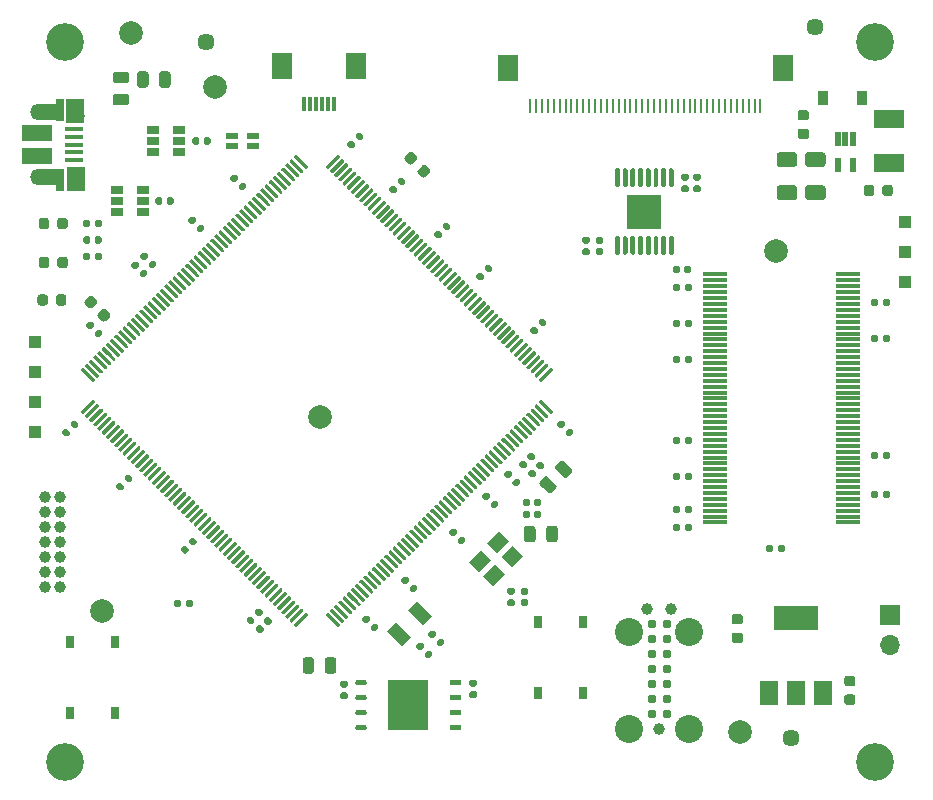
<source format=gts>
%TF.GenerationSoftware,KiCad,Pcbnew,(5.1.6)-1*%
%TF.CreationDate,2020-09-26T10:02:19-05:00*%
%TF.ProjectId,customDisplay,63757374-6f6d-4446-9973-706c61792e6b,A0*%
%TF.SameCoordinates,Original*%
%TF.FileFunction,Soldermask,Top*%
%TF.FilePolarity,Negative*%
%FSLAX46Y46*%
G04 Gerber Fmt 4.6, Leading zero omitted, Abs format (unit mm)*
G04 Created by KiCad (PCBNEW (5.1.6)-1) date 2020-09-26 10:02:19*
%MOMM*%
%LPD*%
G01*
G04 APERTURE LIST*
%ADD10C,1.448000*%
%ADD11R,3.400000X4.300000*%
%ADD12C,2.000000*%
%ADD13C,1.000000*%
%ADD14R,2.000000X0.300000*%
%ADD15R,1.800000X2.200000*%
%ADD16R,0.250000X1.300000*%
%ADD17R,0.500000X1.200000*%
%ADD18R,1.000000X0.500000*%
%ADD19R,0.750000X1.000000*%
%ADD20C,0.100000*%
%ADD21R,2.999999X2.999999*%
%ADD22R,2.000000X1.350000*%
%ADD23R,0.700000X1.825000*%
%ADD24R,1.500000X2.000000*%
%ADD25R,1.650000X0.400000*%
%ADD26O,1.500000X1.100000*%
%ADD27O,1.700000X1.350000*%
%ADD28R,2.500000X1.430000*%
%ADD29R,1.060000X0.650000*%
%ADD30C,3.200000*%
%ADD31R,1.700000X1.700000*%
%ADD32O,1.700000X1.700000*%
%ADD33R,3.800000X2.000000*%
%ADD34R,0.900000X1.200000*%
%ADD35R,2.500000X1.500000*%
%ADD36R,0.300000X1.300000*%
%ADD37R,1.000000X1.000000*%
%ADD38C,0.787400*%
%ADD39C,0.990600*%
%ADD40C,2.374900*%
G04 APERTURE END LIST*
D10*
%TO.C,TH1*%
X130048000Y-69850000D03*
%TD*%
%TO.C,TH2*%
X181610000Y-68580000D03*
%TD*%
%TO.C,TH3*%
X179578000Y-128778000D03*
%TD*%
%TO.C,U5*%
G36*
G01*
X142642200Y-124079000D02*
X142642200Y-124079000D01*
G75*
G02*
X142892200Y-123829000I250000J0D01*
G01*
X143392200Y-123829000D01*
G75*
G02*
X143642200Y-124079000I0J-250000D01*
G01*
X143642200Y-124079000D01*
G75*
G02*
X143392200Y-124329000I-250000J0D01*
G01*
X142892200Y-124329000D01*
G75*
G02*
X142642200Y-124079000I0J250000D01*
G01*
G37*
G36*
G01*
X142642200Y-125349000D02*
X142642200Y-125349000D01*
G75*
G02*
X142892200Y-125099000I250000J0D01*
G01*
X143392200Y-125099000D01*
G75*
G02*
X143642200Y-125349000I0J-250000D01*
G01*
X143642200Y-125349000D01*
G75*
G02*
X143392200Y-125599000I-250000J0D01*
G01*
X142892200Y-125599000D01*
G75*
G02*
X142642200Y-125349000I0J250000D01*
G01*
G37*
G36*
G01*
X142642200Y-126619000D02*
X142642200Y-126619000D01*
G75*
G02*
X142892200Y-126369000I250000J0D01*
G01*
X143392200Y-126369000D01*
G75*
G02*
X143642200Y-126619000I0J-250000D01*
G01*
X143642200Y-126619000D01*
G75*
G02*
X143392200Y-126869000I-250000J0D01*
G01*
X142892200Y-126869000D01*
G75*
G02*
X142642200Y-126619000I0J250000D01*
G01*
G37*
G36*
G01*
X142642200Y-127889000D02*
X142642200Y-127889000D01*
G75*
G02*
X142892200Y-127639000I250000J0D01*
G01*
X143392200Y-127639000D01*
G75*
G02*
X143642200Y-127889000I0J-250000D01*
G01*
X143642200Y-127889000D01*
G75*
G02*
X143392200Y-128139000I-250000J0D01*
G01*
X142892200Y-128139000D01*
G75*
G02*
X142642200Y-127889000I0J250000D01*
G01*
G37*
G36*
G01*
X150642200Y-127889000D02*
X150642200Y-127889000D01*
G75*
G02*
X150892200Y-127639000I250000J0D01*
G01*
X151392200Y-127639000D01*
G75*
G02*
X151642200Y-127889000I0J-250000D01*
G01*
X151642200Y-127889000D01*
G75*
G02*
X151392200Y-128139000I-250000J0D01*
G01*
X150892200Y-128139000D01*
G75*
G02*
X150642200Y-127889000I0J250000D01*
G01*
G37*
G36*
G01*
X150642200Y-126619000D02*
X150642200Y-126619000D01*
G75*
G02*
X150892200Y-126369000I250000J0D01*
G01*
X151392200Y-126369000D01*
G75*
G02*
X151642200Y-126619000I0J-250000D01*
G01*
X151642200Y-126619000D01*
G75*
G02*
X151392200Y-126869000I-250000J0D01*
G01*
X150892200Y-126869000D01*
G75*
G02*
X150642200Y-126619000I0J250000D01*
G01*
G37*
G36*
G01*
X150642200Y-125349000D02*
X150642200Y-125349000D01*
G75*
G02*
X150892200Y-125099000I250000J0D01*
G01*
X151392200Y-125099000D01*
G75*
G02*
X151642200Y-125349000I0J-250000D01*
G01*
X151642200Y-125349000D01*
G75*
G02*
X151392200Y-125599000I-250000J0D01*
G01*
X150892200Y-125599000D01*
G75*
G02*
X150642200Y-125349000I0J250000D01*
G01*
G37*
G36*
G01*
X150642200Y-124079000D02*
X150642200Y-124079000D01*
G75*
G02*
X150892200Y-123829000I250000J0D01*
G01*
X151392200Y-123829000D01*
G75*
G02*
X151642200Y-124079000I0J-250000D01*
G01*
X151642200Y-124079000D01*
G75*
G02*
X151392200Y-124329000I-250000J0D01*
G01*
X150892200Y-124329000D01*
G75*
G02*
X150642200Y-124079000I0J250000D01*
G01*
G37*
D11*
X147142200Y-125984000D03*
D12*
X147142200Y-125984000D03*
%TD*%
%TO.C,U1*%
G36*
G01*
X141335944Y-119263700D02*
X141229878Y-119369766D01*
G75*
G02*
X141123812Y-119369766I-53033J53033D01*
G01*
X140169218Y-118415172D01*
G75*
G02*
X140169218Y-118309106I53033J53033D01*
G01*
X140275284Y-118203040D01*
G75*
G02*
X140381350Y-118203040I53033J-53033D01*
G01*
X141335944Y-119157634D01*
G75*
G02*
X141335944Y-119263700I-53033J-53033D01*
G01*
G37*
G36*
G01*
X141689497Y-118910147D02*
X141583431Y-119016213D01*
G75*
G02*
X141477365Y-119016213I-53033J53033D01*
G01*
X140522771Y-118061619D01*
G75*
G02*
X140522771Y-117955553I53033J53033D01*
G01*
X140628837Y-117849487D01*
G75*
G02*
X140734903Y-117849487I53033J-53033D01*
G01*
X141689497Y-118804081D01*
G75*
G02*
X141689497Y-118910147I-53033J-53033D01*
G01*
G37*
G36*
G01*
X142043050Y-118556594D02*
X141936984Y-118662660D01*
G75*
G02*
X141830918Y-118662660I-53033J53033D01*
G01*
X140876324Y-117708066D01*
G75*
G02*
X140876324Y-117602000I53033J53033D01*
G01*
X140982390Y-117495934D01*
G75*
G02*
X141088456Y-117495934I53033J-53033D01*
G01*
X142043050Y-118450528D01*
G75*
G02*
X142043050Y-118556594I-53033J-53033D01*
G01*
G37*
G36*
G01*
X142396604Y-118203040D02*
X142290538Y-118309106D01*
G75*
G02*
X142184472Y-118309106I-53033J53033D01*
G01*
X141229878Y-117354512D01*
G75*
G02*
X141229878Y-117248446I53033J53033D01*
G01*
X141335944Y-117142380D01*
G75*
G02*
X141442010Y-117142380I53033J-53033D01*
G01*
X142396604Y-118096974D01*
G75*
G02*
X142396604Y-118203040I-53033J-53033D01*
G01*
G37*
G36*
G01*
X142750157Y-117849487D02*
X142644091Y-117955553D01*
G75*
G02*
X142538025Y-117955553I-53033J53033D01*
G01*
X141583431Y-117000959D01*
G75*
G02*
X141583431Y-116894893I53033J53033D01*
G01*
X141689497Y-116788827D01*
G75*
G02*
X141795563Y-116788827I53033J-53033D01*
G01*
X142750157Y-117743421D01*
G75*
G02*
X142750157Y-117849487I-53033J-53033D01*
G01*
G37*
G36*
G01*
X143103711Y-117495934D02*
X142997645Y-117602000D01*
G75*
G02*
X142891579Y-117602000I-53033J53033D01*
G01*
X141936985Y-116647406D01*
G75*
G02*
X141936985Y-116541340I53033J53033D01*
G01*
X142043051Y-116435274D01*
G75*
G02*
X142149117Y-116435274I53033J-53033D01*
G01*
X143103711Y-117389868D01*
G75*
G02*
X143103711Y-117495934I-53033J-53033D01*
G01*
G37*
G36*
G01*
X143457264Y-117142380D02*
X143351198Y-117248446D01*
G75*
G02*
X143245132Y-117248446I-53033J53033D01*
G01*
X142290538Y-116293852D01*
G75*
G02*
X142290538Y-116187786I53033J53033D01*
G01*
X142396604Y-116081720D01*
G75*
G02*
X142502670Y-116081720I53033J-53033D01*
G01*
X143457264Y-117036314D01*
G75*
G02*
X143457264Y-117142380I-53033J-53033D01*
G01*
G37*
G36*
G01*
X143810817Y-116788827D02*
X143704751Y-116894893D01*
G75*
G02*
X143598685Y-116894893I-53033J53033D01*
G01*
X142644091Y-115940299D01*
G75*
G02*
X142644091Y-115834233I53033J53033D01*
G01*
X142750157Y-115728167D01*
G75*
G02*
X142856223Y-115728167I53033J-53033D01*
G01*
X143810817Y-116682761D01*
G75*
G02*
X143810817Y-116788827I-53033J-53033D01*
G01*
G37*
G36*
G01*
X144164371Y-116435273D02*
X144058305Y-116541339D01*
G75*
G02*
X143952239Y-116541339I-53033J53033D01*
G01*
X142997645Y-115586745D01*
G75*
G02*
X142997645Y-115480679I53033J53033D01*
G01*
X143103711Y-115374613D01*
G75*
G02*
X143209777Y-115374613I53033J-53033D01*
G01*
X144164371Y-116329207D01*
G75*
G02*
X144164371Y-116435273I-53033J-53033D01*
G01*
G37*
G36*
G01*
X144517924Y-116081720D02*
X144411858Y-116187786D01*
G75*
G02*
X144305792Y-116187786I-53033J53033D01*
G01*
X143351198Y-115233192D01*
G75*
G02*
X143351198Y-115127126I53033J53033D01*
G01*
X143457264Y-115021060D01*
G75*
G02*
X143563330Y-115021060I53033J-53033D01*
G01*
X144517924Y-115975654D01*
G75*
G02*
X144517924Y-116081720I-53033J-53033D01*
G01*
G37*
G36*
G01*
X144871477Y-115728167D02*
X144765411Y-115834233D01*
G75*
G02*
X144659345Y-115834233I-53033J53033D01*
G01*
X143704751Y-114879639D01*
G75*
G02*
X143704751Y-114773573I53033J53033D01*
G01*
X143810817Y-114667507D01*
G75*
G02*
X143916883Y-114667507I53033J-53033D01*
G01*
X144871477Y-115622101D01*
G75*
G02*
X144871477Y-115728167I-53033J-53033D01*
G01*
G37*
G36*
G01*
X145225031Y-115374613D02*
X145118965Y-115480679D01*
G75*
G02*
X145012899Y-115480679I-53033J53033D01*
G01*
X144058305Y-114526085D01*
G75*
G02*
X144058305Y-114420019I53033J53033D01*
G01*
X144164371Y-114313953D01*
G75*
G02*
X144270437Y-114313953I53033J-53033D01*
G01*
X145225031Y-115268547D01*
G75*
G02*
X145225031Y-115374613I-53033J-53033D01*
G01*
G37*
G36*
G01*
X145578584Y-115021060D02*
X145472518Y-115127126D01*
G75*
G02*
X145366452Y-115127126I-53033J53033D01*
G01*
X144411858Y-114172532D01*
G75*
G02*
X144411858Y-114066466I53033J53033D01*
G01*
X144517924Y-113960400D01*
G75*
G02*
X144623990Y-113960400I53033J-53033D01*
G01*
X145578584Y-114914994D01*
G75*
G02*
X145578584Y-115021060I-53033J-53033D01*
G01*
G37*
G36*
G01*
X145932138Y-114667506D02*
X145826072Y-114773572D01*
G75*
G02*
X145720006Y-114773572I-53033J53033D01*
G01*
X144765412Y-113818978D01*
G75*
G02*
X144765412Y-113712912I53033J53033D01*
G01*
X144871478Y-113606846D01*
G75*
G02*
X144977544Y-113606846I53033J-53033D01*
G01*
X145932138Y-114561440D01*
G75*
G02*
X145932138Y-114667506I-53033J-53033D01*
G01*
G37*
G36*
G01*
X146285691Y-114313953D02*
X146179625Y-114420019D01*
G75*
G02*
X146073559Y-114420019I-53033J53033D01*
G01*
X145118965Y-113465425D01*
G75*
G02*
X145118965Y-113359359I53033J53033D01*
G01*
X145225031Y-113253293D01*
G75*
G02*
X145331097Y-113253293I53033J-53033D01*
G01*
X146285691Y-114207887D01*
G75*
G02*
X146285691Y-114313953I-53033J-53033D01*
G01*
G37*
G36*
G01*
X146639244Y-113960400D02*
X146533178Y-114066466D01*
G75*
G02*
X146427112Y-114066466I-53033J53033D01*
G01*
X145472518Y-113111872D01*
G75*
G02*
X145472518Y-113005806I53033J53033D01*
G01*
X145578584Y-112899740D01*
G75*
G02*
X145684650Y-112899740I53033J-53033D01*
G01*
X146639244Y-113854334D01*
G75*
G02*
X146639244Y-113960400I-53033J-53033D01*
G01*
G37*
G36*
G01*
X146992798Y-113606846D02*
X146886732Y-113712912D01*
G75*
G02*
X146780666Y-113712912I-53033J53033D01*
G01*
X145826072Y-112758318D01*
G75*
G02*
X145826072Y-112652252I53033J53033D01*
G01*
X145932138Y-112546186D01*
G75*
G02*
X146038204Y-112546186I53033J-53033D01*
G01*
X146992798Y-113500780D01*
G75*
G02*
X146992798Y-113606846I-53033J-53033D01*
G01*
G37*
G36*
G01*
X147346351Y-113253293D02*
X147240285Y-113359359D01*
G75*
G02*
X147134219Y-113359359I-53033J53033D01*
G01*
X146179625Y-112404765D01*
G75*
G02*
X146179625Y-112298699I53033J53033D01*
G01*
X146285691Y-112192633D01*
G75*
G02*
X146391757Y-112192633I53033J-53033D01*
G01*
X147346351Y-113147227D01*
G75*
G02*
X147346351Y-113253293I-53033J-53033D01*
G01*
G37*
G36*
G01*
X147699905Y-112899739D02*
X147593839Y-113005805D01*
G75*
G02*
X147487773Y-113005805I-53033J53033D01*
G01*
X146533179Y-112051211D01*
G75*
G02*
X146533179Y-111945145I53033J53033D01*
G01*
X146639245Y-111839079D01*
G75*
G02*
X146745311Y-111839079I53033J-53033D01*
G01*
X147699905Y-112793673D01*
G75*
G02*
X147699905Y-112899739I-53033J-53033D01*
G01*
G37*
G36*
G01*
X148053458Y-112546186D02*
X147947392Y-112652252D01*
G75*
G02*
X147841326Y-112652252I-53033J53033D01*
G01*
X146886732Y-111697658D01*
G75*
G02*
X146886732Y-111591592I53033J53033D01*
G01*
X146992798Y-111485526D01*
G75*
G02*
X147098864Y-111485526I53033J-53033D01*
G01*
X148053458Y-112440120D01*
G75*
G02*
X148053458Y-112546186I-53033J-53033D01*
G01*
G37*
G36*
G01*
X148407011Y-112192633D02*
X148300945Y-112298699D01*
G75*
G02*
X148194879Y-112298699I-53033J53033D01*
G01*
X147240285Y-111344105D01*
G75*
G02*
X147240285Y-111238039I53033J53033D01*
G01*
X147346351Y-111131973D01*
G75*
G02*
X147452417Y-111131973I53033J-53033D01*
G01*
X148407011Y-112086567D01*
G75*
G02*
X148407011Y-112192633I-53033J-53033D01*
G01*
G37*
G36*
G01*
X148760565Y-111839079D02*
X148654499Y-111945145D01*
G75*
G02*
X148548433Y-111945145I-53033J53033D01*
G01*
X147593839Y-110990551D01*
G75*
G02*
X147593839Y-110884485I53033J53033D01*
G01*
X147699905Y-110778419D01*
G75*
G02*
X147805971Y-110778419I53033J-53033D01*
G01*
X148760565Y-111733013D01*
G75*
G02*
X148760565Y-111839079I-53033J-53033D01*
G01*
G37*
G36*
G01*
X149114118Y-111485526D02*
X149008052Y-111591592D01*
G75*
G02*
X148901986Y-111591592I-53033J53033D01*
G01*
X147947392Y-110636998D01*
G75*
G02*
X147947392Y-110530932I53033J53033D01*
G01*
X148053458Y-110424866D01*
G75*
G02*
X148159524Y-110424866I53033J-53033D01*
G01*
X149114118Y-111379460D01*
G75*
G02*
X149114118Y-111485526I-53033J-53033D01*
G01*
G37*
G36*
G01*
X149467672Y-111131972D02*
X149361606Y-111238038D01*
G75*
G02*
X149255540Y-111238038I-53033J53033D01*
G01*
X148300946Y-110283444D01*
G75*
G02*
X148300946Y-110177378I53033J53033D01*
G01*
X148407012Y-110071312D01*
G75*
G02*
X148513078Y-110071312I53033J-53033D01*
G01*
X149467672Y-111025906D01*
G75*
G02*
X149467672Y-111131972I-53033J-53033D01*
G01*
G37*
G36*
G01*
X149821225Y-110778419D02*
X149715159Y-110884485D01*
G75*
G02*
X149609093Y-110884485I-53033J53033D01*
G01*
X148654499Y-109929891D01*
G75*
G02*
X148654499Y-109823825I53033J53033D01*
G01*
X148760565Y-109717759D01*
G75*
G02*
X148866631Y-109717759I53033J-53033D01*
G01*
X149821225Y-110672353D01*
G75*
G02*
X149821225Y-110778419I-53033J-53033D01*
G01*
G37*
G36*
G01*
X150174778Y-110424866D02*
X150068712Y-110530932D01*
G75*
G02*
X149962646Y-110530932I-53033J53033D01*
G01*
X149008052Y-109576338D01*
G75*
G02*
X149008052Y-109470272I53033J53033D01*
G01*
X149114118Y-109364206D01*
G75*
G02*
X149220184Y-109364206I53033J-53033D01*
G01*
X150174778Y-110318800D01*
G75*
G02*
X150174778Y-110424866I-53033J-53033D01*
G01*
G37*
G36*
G01*
X150528332Y-110071312D02*
X150422266Y-110177378D01*
G75*
G02*
X150316200Y-110177378I-53033J53033D01*
G01*
X149361606Y-109222784D01*
G75*
G02*
X149361606Y-109116718I53033J53033D01*
G01*
X149467672Y-109010652D01*
G75*
G02*
X149573738Y-109010652I53033J-53033D01*
G01*
X150528332Y-109965246D01*
G75*
G02*
X150528332Y-110071312I-53033J-53033D01*
G01*
G37*
G36*
G01*
X150881885Y-109717759D02*
X150775819Y-109823825D01*
G75*
G02*
X150669753Y-109823825I-53033J53033D01*
G01*
X149715159Y-108869231D01*
G75*
G02*
X149715159Y-108763165I53033J53033D01*
G01*
X149821225Y-108657099D01*
G75*
G02*
X149927291Y-108657099I53033J-53033D01*
G01*
X150881885Y-109611693D01*
G75*
G02*
X150881885Y-109717759I-53033J-53033D01*
G01*
G37*
G36*
G01*
X151235438Y-109364206D02*
X151129372Y-109470272D01*
G75*
G02*
X151023306Y-109470272I-53033J53033D01*
G01*
X150068712Y-108515678D01*
G75*
G02*
X150068712Y-108409612I53033J53033D01*
G01*
X150174778Y-108303546D01*
G75*
G02*
X150280844Y-108303546I53033J-53033D01*
G01*
X151235438Y-109258140D01*
G75*
G02*
X151235438Y-109364206I-53033J-53033D01*
G01*
G37*
G36*
G01*
X151588992Y-109010652D02*
X151482926Y-109116718D01*
G75*
G02*
X151376860Y-109116718I-53033J53033D01*
G01*
X150422266Y-108162124D01*
G75*
G02*
X150422266Y-108056058I53033J53033D01*
G01*
X150528332Y-107949992D01*
G75*
G02*
X150634398Y-107949992I53033J-53033D01*
G01*
X151588992Y-108904586D01*
G75*
G02*
X151588992Y-109010652I-53033J-53033D01*
G01*
G37*
G36*
G01*
X151942545Y-108657099D02*
X151836479Y-108763165D01*
G75*
G02*
X151730413Y-108763165I-53033J53033D01*
G01*
X150775819Y-107808571D01*
G75*
G02*
X150775819Y-107702505I53033J53033D01*
G01*
X150881885Y-107596439D01*
G75*
G02*
X150987951Y-107596439I53033J-53033D01*
G01*
X151942545Y-108551033D01*
G75*
G02*
X151942545Y-108657099I-53033J-53033D01*
G01*
G37*
G36*
G01*
X152296099Y-108303545D02*
X152190033Y-108409611D01*
G75*
G02*
X152083967Y-108409611I-53033J53033D01*
G01*
X151129373Y-107455017D01*
G75*
G02*
X151129373Y-107348951I53033J53033D01*
G01*
X151235439Y-107242885D01*
G75*
G02*
X151341505Y-107242885I53033J-53033D01*
G01*
X152296099Y-108197479D01*
G75*
G02*
X152296099Y-108303545I-53033J-53033D01*
G01*
G37*
G36*
G01*
X152649652Y-107949992D02*
X152543586Y-108056058D01*
G75*
G02*
X152437520Y-108056058I-53033J53033D01*
G01*
X151482926Y-107101464D01*
G75*
G02*
X151482926Y-106995398I53033J53033D01*
G01*
X151588992Y-106889332D01*
G75*
G02*
X151695058Y-106889332I53033J-53033D01*
G01*
X152649652Y-107843926D01*
G75*
G02*
X152649652Y-107949992I-53033J-53033D01*
G01*
G37*
G36*
G01*
X153003205Y-107596439D02*
X152897139Y-107702505D01*
G75*
G02*
X152791073Y-107702505I-53033J53033D01*
G01*
X151836479Y-106747911D01*
G75*
G02*
X151836479Y-106641845I53033J53033D01*
G01*
X151942545Y-106535779D01*
G75*
G02*
X152048611Y-106535779I53033J-53033D01*
G01*
X153003205Y-107490373D01*
G75*
G02*
X153003205Y-107596439I-53033J-53033D01*
G01*
G37*
G36*
G01*
X153356759Y-107242885D02*
X153250693Y-107348951D01*
G75*
G02*
X153144627Y-107348951I-53033J53033D01*
G01*
X152190033Y-106394357D01*
G75*
G02*
X152190033Y-106288291I53033J53033D01*
G01*
X152296099Y-106182225D01*
G75*
G02*
X152402165Y-106182225I53033J-53033D01*
G01*
X153356759Y-107136819D01*
G75*
G02*
X153356759Y-107242885I-53033J-53033D01*
G01*
G37*
G36*
G01*
X153710312Y-106889332D02*
X153604246Y-106995398D01*
G75*
G02*
X153498180Y-106995398I-53033J53033D01*
G01*
X152543586Y-106040804D01*
G75*
G02*
X152543586Y-105934738I53033J53033D01*
G01*
X152649652Y-105828672D01*
G75*
G02*
X152755718Y-105828672I53033J-53033D01*
G01*
X153710312Y-106783266D01*
G75*
G02*
X153710312Y-106889332I-53033J-53033D01*
G01*
G37*
G36*
G01*
X154063866Y-106535778D02*
X153957800Y-106641844D01*
G75*
G02*
X153851734Y-106641844I-53033J53033D01*
G01*
X152897140Y-105687250D01*
G75*
G02*
X152897140Y-105581184I53033J53033D01*
G01*
X153003206Y-105475118D01*
G75*
G02*
X153109272Y-105475118I53033J-53033D01*
G01*
X154063866Y-106429712D01*
G75*
G02*
X154063866Y-106535778I-53033J-53033D01*
G01*
G37*
G36*
G01*
X154417419Y-106182225D02*
X154311353Y-106288291D01*
G75*
G02*
X154205287Y-106288291I-53033J53033D01*
G01*
X153250693Y-105333697D01*
G75*
G02*
X153250693Y-105227631I53033J53033D01*
G01*
X153356759Y-105121565D01*
G75*
G02*
X153462825Y-105121565I53033J-53033D01*
G01*
X154417419Y-106076159D01*
G75*
G02*
X154417419Y-106182225I-53033J-53033D01*
G01*
G37*
G36*
G01*
X154770972Y-105828672D02*
X154664906Y-105934738D01*
G75*
G02*
X154558840Y-105934738I-53033J53033D01*
G01*
X153604246Y-104980144D01*
G75*
G02*
X153604246Y-104874078I53033J53033D01*
G01*
X153710312Y-104768012D01*
G75*
G02*
X153816378Y-104768012I53033J-53033D01*
G01*
X154770972Y-105722606D01*
G75*
G02*
X154770972Y-105828672I-53033J-53033D01*
G01*
G37*
G36*
G01*
X155124526Y-105475118D02*
X155018460Y-105581184D01*
G75*
G02*
X154912394Y-105581184I-53033J53033D01*
G01*
X153957800Y-104626590D01*
G75*
G02*
X153957800Y-104520524I53033J53033D01*
G01*
X154063866Y-104414458D01*
G75*
G02*
X154169932Y-104414458I53033J-53033D01*
G01*
X155124526Y-105369052D01*
G75*
G02*
X155124526Y-105475118I-53033J-53033D01*
G01*
G37*
G36*
G01*
X155478079Y-105121565D02*
X155372013Y-105227631D01*
G75*
G02*
X155265947Y-105227631I-53033J53033D01*
G01*
X154311353Y-104273037D01*
G75*
G02*
X154311353Y-104166971I53033J53033D01*
G01*
X154417419Y-104060905D01*
G75*
G02*
X154523485Y-104060905I53033J-53033D01*
G01*
X155478079Y-105015499D01*
G75*
G02*
X155478079Y-105121565I-53033J-53033D01*
G01*
G37*
G36*
G01*
X155831633Y-104768011D02*
X155725567Y-104874077D01*
G75*
G02*
X155619501Y-104874077I-53033J53033D01*
G01*
X154664907Y-103919483D01*
G75*
G02*
X154664907Y-103813417I53033J53033D01*
G01*
X154770973Y-103707351D01*
G75*
G02*
X154877039Y-103707351I53033J-53033D01*
G01*
X155831633Y-104661945D01*
G75*
G02*
X155831633Y-104768011I-53033J-53033D01*
G01*
G37*
G36*
G01*
X156185186Y-104414458D02*
X156079120Y-104520524D01*
G75*
G02*
X155973054Y-104520524I-53033J53033D01*
G01*
X155018460Y-103565930D01*
G75*
G02*
X155018460Y-103459864I53033J53033D01*
G01*
X155124526Y-103353798D01*
G75*
G02*
X155230592Y-103353798I53033J-53033D01*
G01*
X156185186Y-104308392D01*
G75*
G02*
X156185186Y-104414458I-53033J-53033D01*
G01*
G37*
G36*
G01*
X156538739Y-104060905D02*
X156432673Y-104166971D01*
G75*
G02*
X156326607Y-104166971I-53033J53033D01*
G01*
X155372013Y-103212377D01*
G75*
G02*
X155372013Y-103106311I53033J53033D01*
G01*
X155478079Y-103000245D01*
G75*
G02*
X155584145Y-103000245I53033J-53033D01*
G01*
X156538739Y-103954839D01*
G75*
G02*
X156538739Y-104060905I-53033J-53033D01*
G01*
G37*
G36*
G01*
X156892293Y-103707351D02*
X156786227Y-103813417D01*
G75*
G02*
X156680161Y-103813417I-53033J53033D01*
G01*
X155725567Y-102858823D01*
G75*
G02*
X155725567Y-102752757I53033J53033D01*
G01*
X155831633Y-102646691D01*
G75*
G02*
X155937699Y-102646691I53033J-53033D01*
G01*
X156892293Y-103601285D01*
G75*
G02*
X156892293Y-103707351I-53033J-53033D01*
G01*
G37*
G36*
G01*
X157245846Y-103353798D02*
X157139780Y-103459864D01*
G75*
G02*
X157033714Y-103459864I-53033J53033D01*
G01*
X156079120Y-102505270D01*
G75*
G02*
X156079120Y-102399204I53033J53033D01*
G01*
X156185186Y-102293138D01*
G75*
G02*
X156291252Y-102293138I53033J-53033D01*
G01*
X157245846Y-103247732D01*
G75*
G02*
X157245846Y-103353798I-53033J-53033D01*
G01*
G37*
G36*
G01*
X157599400Y-103000245D02*
X157493334Y-103106311D01*
G75*
G02*
X157387268Y-103106311I-53033J53033D01*
G01*
X156432674Y-102151717D01*
G75*
G02*
X156432674Y-102045651I53033J53033D01*
G01*
X156538740Y-101939585D01*
G75*
G02*
X156644806Y-101939585I53033J-53033D01*
G01*
X157599400Y-102894179D01*
G75*
G02*
X157599400Y-103000245I-53033J-53033D01*
G01*
G37*
G36*
G01*
X157952953Y-102646691D02*
X157846887Y-102752757D01*
G75*
G02*
X157740821Y-102752757I-53033J53033D01*
G01*
X156786227Y-101798163D01*
G75*
G02*
X156786227Y-101692097I53033J53033D01*
G01*
X156892293Y-101586031D01*
G75*
G02*
X156998359Y-101586031I53033J-53033D01*
G01*
X157952953Y-102540625D01*
G75*
G02*
X157952953Y-102646691I-53033J-53033D01*
G01*
G37*
G36*
G01*
X158306506Y-102293138D02*
X158200440Y-102399204D01*
G75*
G02*
X158094374Y-102399204I-53033J53033D01*
G01*
X157139780Y-101444610D01*
G75*
G02*
X157139780Y-101338544I53033J53033D01*
G01*
X157245846Y-101232478D01*
G75*
G02*
X157351912Y-101232478I53033J-53033D01*
G01*
X158306506Y-102187072D01*
G75*
G02*
X158306506Y-102293138I-53033J-53033D01*
G01*
G37*
G36*
G01*
X158660060Y-101939584D02*
X158553994Y-102045650D01*
G75*
G02*
X158447928Y-102045650I-53033J53033D01*
G01*
X157493334Y-101091056D01*
G75*
G02*
X157493334Y-100984990I53033J53033D01*
G01*
X157599400Y-100878924D01*
G75*
G02*
X157705466Y-100878924I53033J-53033D01*
G01*
X158660060Y-101833518D01*
G75*
G02*
X158660060Y-101939584I-53033J-53033D01*
G01*
G37*
G36*
G01*
X159013613Y-101586031D02*
X158907547Y-101692097D01*
G75*
G02*
X158801481Y-101692097I-53033J53033D01*
G01*
X157846887Y-100737503D01*
G75*
G02*
X157846887Y-100631437I53033J53033D01*
G01*
X157952953Y-100525371D01*
G75*
G02*
X158059019Y-100525371I53033J-53033D01*
G01*
X159013613Y-101479965D01*
G75*
G02*
X159013613Y-101586031I-53033J-53033D01*
G01*
G37*
G36*
G01*
X159367166Y-101232478D02*
X159261100Y-101338544D01*
G75*
G02*
X159155034Y-101338544I-53033J53033D01*
G01*
X158200440Y-100383950D01*
G75*
G02*
X158200440Y-100277884I53033J53033D01*
G01*
X158306506Y-100171818D01*
G75*
G02*
X158412572Y-100171818I53033J-53033D01*
G01*
X159367166Y-101126412D01*
G75*
G02*
X159367166Y-101232478I-53033J-53033D01*
G01*
G37*
G36*
G01*
X159367166Y-97661588D02*
X158412572Y-98616182D01*
G75*
G02*
X158306506Y-98616182I-53033J53033D01*
G01*
X158200440Y-98510116D01*
G75*
G02*
X158200440Y-98404050I53033J53033D01*
G01*
X159155034Y-97449456D01*
G75*
G02*
X159261100Y-97449456I53033J-53033D01*
G01*
X159367166Y-97555522D01*
G75*
G02*
X159367166Y-97661588I-53033J-53033D01*
G01*
G37*
G36*
G01*
X159013613Y-97308035D02*
X158059019Y-98262629D01*
G75*
G02*
X157952953Y-98262629I-53033J53033D01*
G01*
X157846887Y-98156563D01*
G75*
G02*
X157846887Y-98050497I53033J53033D01*
G01*
X158801481Y-97095903D01*
G75*
G02*
X158907547Y-97095903I53033J-53033D01*
G01*
X159013613Y-97201969D01*
G75*
G02*
X159013613Y-97308035I-53033J-53033D01*
G01*
G37*
G36*
G01*
X158660060Y-96954482D02*
X157705466Y-97909076D01*
G75*
G02*
X157599400Y-97909076I-53033J53033D01*
G01*
X157493334Y-97803010D01*
G75*
G02*
X157493334Y-97696944I53033J53033D01*
G01*
X158447928Y-96742350D01*
G75*
G02*
X158553994Y-96742350I53033J-53033D01*
G01*
X158660060Y-96848416D01*
G75*
G02*
X158660060Y-96954482I-53033J-53033D01*
G01*
G37*
G36*
G01*
X158306506Y-96600928D02*
X157351912Y-97555522D01*
G75*
G02*
X157245846Y-97555522I-53033J53033D01*
G01*
X157139780Y-97449456D01*
G75*
G02*
X157139780Y-97343390I53033J53033D01*
G01*
X158094374Y-96388796D01*
G75*
G02*
X158200440Y-96388796I53033J-53033D01*
G01*
X158306506Y-96494862D01*
G75*
G02*
X158306506Y-96600928I-53033J-53033D01*
G01*
G37*
G36*
G01*
X157952953Y-96247375D02*
X156998359Y-97201969D01*
G75*
G02*
X156892293Y-97201969I-53033J53033D01*
G01*
X156786227Y-97095903D01*
G75*
G02*
X156786227Y-96989837I53033J53033D01*
G01*
X157740821Y-96035243D01*
G75*
G02*
X157846887Y-96035243I53033J-53033D01*
G01*
X157952953Y-96141309D01*
G75*
G02*
X157952953Y-96247375I-53033J-53033D01*
G01*
G37*
G36*
G01*
X157599400Y-95893821D02*
X156644806Y-96848415D01*
G75*
G02*
X156538740Y-96848415I-53033J53033D01*
G01*
X156432674Y-96742349D01*
G75*
G02*
X156432674Y-96636283I53033J53033D01*
G01*
X157387268Y-95681689D01*
G75*
G02*
X157493334Y-95681689I53033J-53033D01*
G01*
X157599400Y-95787755D01*
G75*
G02*
X157599400Y-95893821I-53033J-53033D01*
G01*
G37*
G36*
G01*
X157245846Y-95540268D02*
X156291252Y-96494862D01*
G75*
G02*
X156185186Y-96494862I-53033J53033D01*
G01*
X156079120Y-96388796D01*
G75*
G02*
X156079120Y-96282730I53033J53033D01*
G01*
X157033714Y-95328136D01*
G75*
G02*
X157139780Y-95328136I53033J-53033D01*
G01*
X157245846Y-95434202D01*
G75*
G02*
X157245846Y-95540268I-53033J-53033D01*
G01*
G37*
G36*
G01*
X156892293Y-95186715D02*
X155937699Y-96141309D01*
G75*
G02*
X155831633Y-96141309I-53033J53033D01*
G01*
X155725567Y-96035243D01*
G75*
G02*
X155725567Y-95929177I53033J53033D01*
G01*
X156680161Y-94974583D01*
G75*
G02*
X156786227Y-94974583I53033J-53033D01*
G01*
X156892293Y-95080649D01*
G75*
G02*
X156892293Y-95186715I-53033J-53033D01*
G01*
G37*
G36*
G01*
X156538739Y-94833161D02*
X155584145Y-95787755D01*
G75*
G02*
X155478079Y-95787755I-53033J53033D01*
G01*
X155372013Y-95681689D01*
G75*
G02*
X155372013Y-95575623I53033J53033D01*
G01*
X156326607Y-94621029D01*
G75*
G02*
X156432673Y-94621029I53033J-53033D01*
G01*
X156538739Y-94727095D01*
G75*
G02*
X156538739Y-94833161I-53033J-53033D01*
G01*
G37*
G36*
G01*
X156185186Y-94479608D02*
X155230592Y-95434202D01*
G75*
G02*
X155124526Y-95434202I-53033J53033D01*
G01*
X155018460Y-95328136D01*
G75*
G02*
X155018460Y-95222070I53033J53033D01*
G01*
X155973054Y-94267476D01*
G75*
G02*
X156079120Y-94267476I53033J-53033D01*
G01*
X156185186Y-94373542D01*
G75*
G02*
X156185186Y-94479608I-53033J-53033D01*
G01*
G37*
G36*
G01*
X155831633Y-94126055D02*
X154877039Y-95080649D01*
G75*
G02*
X154770973Y-95080649I-53033J53033D01*
G01*
X154664907Y-94974583D01*
G75*
G02*
X154664907Y-94868517I53033J53033D01*
G01*
X155619501Y-93913923D01*
G75*
G02*
X155725567Y-93913923I53033J-53033D01*
G01*
X155831633Y-94019989D01*
G75*
G02*
X155831633Y-94126055I-53033J-53033D01*
G01*
G37*
G36*
G01*
X155478079Y-93772501D02*
X154523485Y-94727095D01*
G75*
G02*
X154417419Y-94727095I-53033J53033D01*
G01*
X154311353Y-94621029D01*
G75*
G02*
X154311353Y-94514963I53033J53033D01*
G01*
X155265947Y-93560369D01*
G75*
G02*
X155372013Y-93560369I53033J-53033D01*
G01*
X155478079Y-93666435D01*
G75*
G02*
X155478079Y-93772501I-53033J-53033D01*
G01*
G37*
G36*
G01*
X155124526Y-93418948D02*
X154169932Y-94373542D01*
G75*
G02*
X154063866Y-94373542I-53033J53033D01*
G01*
X153957800Y-94267476D01*
G75*
G02*
X153957800Y-94161410I53033J53033D01*
G01*
X154912394Y-93206816D01*
G75*
G02*
X155018460Y-93206816I53033J-53033D01*
G01*
X155124526Y-93312882D01*
G75*
G02*
X155124526Y-93418948I-53033J-53033D01*
G01*
G37*
G36*
G01*
X154770972Y-93065394D02*
X153816378Y-94019988D01*
G75*
G02*
X153710312Y-94019988I-53033J53033D01*
G01*
X153604246Y-93913922D01*
G75*
G02*
X153604246Y-93807856I53033J53033D01*
G01*
X154558840Y-92853262D01*
G75*
G02*
X154664906Y-92853262I53033J-53033D01*
G01*
X154770972Y-92959328D01*
G75*
G02*
X154770972Y-93065394I-53033J-53033D01*
G01*
G37*
G36*
G01*
X154417419Y-92711841D02*
X153462825Y-93666435D01*
G75*
G02*
X153356759Y-93666435I-53033J53033D01*
G01*
X153250693Y-93560369D01*
G75*
G02*
X153250693Y-93454303I53033J53033D01*
G01*
X154205287Y-92499709D01*
G75*
G02*
X154311353Y-92499709I53033J-53033D01*
G01*
X154417419Y-92605775D01*
G75*
G02*
X154417419Y-92711841I-53033J-53033D01*
G01*
G37*
G36*
G01*
X154063866Y-92358288D02*
X153109272Y-93312882D01*
G75*
G02*
X153003206Y-93312882I-53033J53033D01*
G01*
X152897140Y-93206816D01*
G75*
G02*
X152897140Y-93100750I53033J53033D01*
G01*
X153851734Y-92146156D01*
G75*
G02*
X153957800Y-92146156I53033J-53033D01*
G01*
X154063866Y-92252222D01*
G75*
G02*
X154063866Y-92358288I-53033J-53033D01*
G01*
G37*
G36*
G01*
X153710312Y-92004734D02*
X152755718Y-92959328D01*
G75*
G02*
X152649652Y-92959328I-53033J53033D01*
G01*
X152543586Y-92853262D01*
G75*
G02*
X152543586Y-92747196I53033J53033D01*
G01*
X153498180Y-91792602D01*
G75*
G02*
X153604246Y-91792602I53033J-53033D01*
G01*
X153710312Y-91898668D01*
G75*
G02*
X153710312Y-92004734I-53033J-53033D01*
G01*
G37*
G36*
G01*
X153356759Y-91651181D02*
X152402165Y-92605775D01*
G75*
G02*
X152296099Y-92605775I-53033J53033D01*
G01*
X152190033Y-92499709D01*
G75*
G02*
X152190033Y-92393643I53033J53033D01*
G01*
X153144627Y-91439049D01*
G75*
G02*
X153250693Y-91439049I53033J-53033D01*
G01*
X153356759Y-91545115D01*
G75*
G02*
X153356759Y-91651181I-53033J-53033D01*
G01*
G37*
G36*
G01*
X153003205Y-91297627D02*
X152048611Y-92252221D01*
G75*
G02*
X151942545Y-92252221I-53033J53033D01*
G01*
X151836479Y-92146155D01*
G75*
G02*
X151836479Y-92040089I53033J53033D01*
G01*
X152791073Y-91085495D01*
G75*
G02*
X152897139Y-91085495I53033J-53033D01*
G01*
X153003205Y-91191561D01*
G75*
G02*
X153003205Y-91297627I-53033J-53033D01*
G01*
G37*
G36*
G01*
X152649652Y-90944074D02*
X151695058Y-91898668D01*
G75*
G02*
X151588992Y-91898668I-53033J53033D01*
G01*
X151482926Y-91792602D01*
G75*
G02*
X151482926Y-91686536I53033J53033D01*
G01*
X152437520Y-90731942D01*
G75*
G02*
X152543586Y-90731942I53033J-53033D01*
G01*
X152649652Y-90838008D01*
G75*
G02*
X152649652Y-90944074I-53033J-53033D01*
G01*
G37*
G36*
G01*
X152296099Y-90590521D02*
X151341505Y-91545115D01*
G75*
G02*
X151235439Y-91545115I-53033J53033D01*
G01*
X151129373Y-91439049D01*
G75*
G02*
X151129373Y-91332983I53033J53033D01*
G01*
X152083967Y-90378389D01*
G75*
G02*
X152190033Y-90378389I53033J-53033D01*
G01*
X152296099Y-90484455D01*
G75*
G02*
X152296099Y-90590521I-53033J-53033D01*
G01*
G37*
G36*
G01*
X151942545Y-90236967D02*
X150987951Y-91191561D01*
G75*
G02*
X150881885Y-91191561I-53033J53033D01*
G01*
X150775819Y-91085495D01*
G75*
G02*
X150775819Y-90979429I53033J53033D01*
G01*
X151730413Y-90024835D01*
G75*
G02*
X151836479Y-90024835I53033J-53033D01*
G01*
X151942545Y-90130901D01*
G75*
G02*
X151942545Y-90236967I-53033J-53033D01*
G01*
G37*
G36*
G01*
X151588992Y-89883414D02*
X150634398Y-90838008D01*
G75*
G02*
X150528332Y-90838008I-53033J53033D01*
G01*
X150422266Y-90731942D01*
G75*
G02*
X150422266Y-90625876I53033J53033D01*
G01*
X151376860Y-89671282D01*
G75*
G02*
X151482926Y-89671282I53033J-53033D01*
G01*
X151588992Y-89777348D01*
G75*
G02*
X151588992Y-89883414I-53033J-53033D01*
G01*
G37*
G36*
G01*
X151235438Y-89529860D02*
X150280844Y-90484454D01*
G75*
G02*
X150174778Y-90484454I-53033J53033D01*
G01*
X150068712Y-90378388D01*
G75*
G02*
X150068712Y-90272322I53033J53033D01*
G01*
X151023306Y-89317728D01*
G75*
G02*
X151129372Y-89317728I53033J-53033D01*
G01*
X151235438Y-89423794D01*
G75*
G02*
X151235438Y-89529860I-53033J-53033D01*
G01*
G37*
G36*
G01*
X150881885Y-89176307D02*
X149927291Y-90130901D01*
G75*
G02*
X149821225Y-90130901I-53033J53033D01*
G01*
X149715159Y-90024835D01*
G75*
G02*
X149715159Y-89918769I53033J53033D01*
G01*
X150669753Y-88964175D01*
G75*
G02*
X150775819Y-88964175I53033J-53033D01*
G01*
X150881885Y-89070241D01*
G75*
G02*
X150881885Y-89176307I-53033J-53033D01*
G01*
G37*
G36*
G01*
X150528332Y-88822754D02*
X149573738Y-89777348D01*
G75*
G02*
X149467672Y-89777348I-53033J53033D01*
G01*
X149361606Y-89671282D01*
G75*
G02*
X149361606Y-89565216I53033J53033D01*
G01*
X150316200Y-88610622D01*
G75*
G02*
X150422266Y-88610622I53033J-53033D01*
G01*
X150528332Y-88716688D01*
G75*
G02*
X150528332Y-88822754I-53033J-53033D01*
G01*
G37*
G36*
G01*
X150174778Y-88469200D02*
X149220184Y-89423794D01*
G75*
G02*
X149114118Y-89423794I-53033J53033D01*
G01*
X149008052Y-89317728D01*
G75*
G02*
X149008052Y-89211662I53033J53033D01*
G01*
X149962646Y-88257068D01*
G75*
G02*
X150068712Y-88257068I53033J-53033D01*
G01*
X150174778Y-88363134D01*
G75*
G02*
X150174778Y-88469200I-53033J-53033D01*
G01*
G37*
G36*
G01*
X149821225Y-88115647D02*
X148866631Y-89070241D01*
G75*
G02*
X148760565Y-89070241I-53033J53033D01*
G01*
X148654499Y-88964175D01*
G75*
G02*
X148654499Y-88858109I53033J53033D01*
G01*
X149609093Y-87903515D01*
G75*
G02*
X149715159Y-87903515I53033J-53033D01*
G01*
X149821225Y-88009581D01*
G75*
G02*
X149821225Y-88115647I-53033J-53033D01*
G01*
G37*
G36*
G01*
X149467672Y-87762094D02*
X148513078Y-88716688D01*
G75*
G02*
X148407012Y-88716688I-53033J53033D01*
G01*
X148300946Y-88610622D01*
G75*
G02*
X148300946Y-88504556I53033J53033D01*
G01*
X149255540Y-87549962D01*
G75*
G02*
X149361606Y-87549962I53033J-53033D01*
G01*
X149467672Y-87656028D01*
G75*
G02*
X149467672Y-87762094I-53033J-53033D01*
G01*
G37*
G36*
G01*
X149114118Y-87408540D02*
X148159524Y-88363134D01*
G75*
G02*
X148053458Y-88363134I-53033J53033D01*
G01*
X147947392Y-88257068D01*
G75*
G02*
X147947392Y-88151002I53033J53033D01*
G01*
X148901986Y-87196408D01*
G75*
G02*
X149008052Y-87196408I53033J-53033D01*
G01*
X149114118Y-87302474D01*
G75*
G02*
X149114118Y-87408540I-53033J-53033D01*
G01*
G37*
G36*
G01*
X148760565Y-87054987D02*
X147805971Y-88009581D01*
G75*
G02*
X147699905Y-88009581I-53033J53033D01*
G01*
X147593839Y-87903515D01*
G75*
G02*
X147593839Y-87797449I53033J53033D01*
G01*
X148548433Y-86842855D01*
G75*
G02*
X148654499Y-86842855I53033J-53033D01*
G01*
X148760565Y-86948921D01*
G75*
G02*
X148760565Y-87054987I-53033J-53033D01*
G01*
G37*
G36*
G01*
X148407011Y-86701433D02*
X147452417Y-87656027D01*
G75*
G02*
X147346351Y-87656027I-53033J53033D01*
G01*
X147240285Y-87549961D01*
G75*
G02*
X147240285Y-87443895I53033J53033D01*
G01*
X148194879Y-86489301D01*
G75*
G02*
X148300945Y-86489301I53033J-53033D01*
G01*
X148407011Y-86595367D01*
G75*
G02*
X148407011Y-86701433I-53033J-53033D01*
G01*
G37*
G36*
G01*
X148053458Y-86347880D02*
X147098864Y-87302474D01*
G75*
G02*
X146992798Y-87302474I-53033J53033D01*
G01*
X146886732Y-87196408D01*
G75*
G02*
X146886732Y-87090342I53033J53033D01*
G01*
X147841326Y-86135748D01*
G75*
G02*
X147947392Y-86135748I53033J-53033D01*
G01*
X148053458Y-86241814D01*
G75*
G02*
X148053458Y-86347880I-53033J-53033D01*
G01*
G37*
G36*
G01*
X147699905Y-85994327D02*
X146745311Y-86948921D01*
G75*
G02*
X146639245Y-86948921I-53033J53033D01*
G01*
X146533179Y-86842855D01*
G75*
G02*
X146533179Y-86736789I53033J53033D01*
G01*
X147487773Y-85782195D01*
G75*
G02*
X147593839Y-85782195I53033J-53033D01*
G01*
X147699905Y-85888261D01*
G75*
G02*
X147699905Y-85994327I-53033J-53033D01*
G01*
G37*
G36*
G01*
X147346351Y-85640773D02*
X146391757Y-86595367D01*
G75*
G02*
X146285691Y-86595367I-53033J53033D01*
G01*
X146179625Y-86489301D01*
G75*
G02*
X146179625Y-86383235I53033J53033D01*
G01*
X147134219Y-85428641D01*
G75*
G02*
X147240285Y-85428641I53033J-53033D01*
G01*
X147346351Y-85534707D01*
G75*
G02*
X147346351Y-85640773I-53033J-53033D01*
G01*
G37*
G36*
G01*
X146992798Y-85287220D02*
X146038204Y-86241814D01*
G75*
G02*
X145932138Y-86241814I-53033J53033D01*
G01*
X145826072Y-86135748D01*
G75*
G02*
X145826072Y-86029682I53033J53033D01*
G01*
X146780666Y-85075088D01*
G75*
G02*
X146886732Y-85075088I53033J-53033D01*
G01*
X146992798Y-85181154D01*
G75*
G02*
X146992798Y-85287220I-53033J-53033D01*
G01*
G37*
G36*
G01*
X146639244Y-84933666D02*
X145684650Y-85888260D01*
G75*
G02*
X145578584Y-85888260I-53033J53033D01*
G01*
X145472518Y-85782194D01*
G75*
G02*
X145472518Y-85676128I53033J53033D01*
G01*
X146427112Y-84721534D01*
G75*
G02*
X146533178Y-84721534I53033J-53033D01*
G01*
X146639244Y-84827600D01*
G75*
G02*
X146639244Y-84933666I-53033J-53033D01*
G01*
G37*
G36*
G01*
X146285691Y-84580113D02*
X145331097Y-85534707D01*
G75*
G02*
X145225031Y-85534707I-53033J53033D01*
G01*
X145118965Y-85428641D01*
G75*
G02*
X145118965Y-85322575I53033J53033D01*
G01*
X146073559Y-84367981D01*
G75*
G02*
X146179625Y-84367981I53033J-53033D01*
G01*
X146285691Y-84474047D01*
G75*
G02*
X146285691Y-84580113I-53033J-53033D01*
G01*
G37*
G36*
G01*
X145932138Y-84226560D02*
X144977544Y-85181154D01*
G75*
G02*
X144871478Y-85181154I-53033J53033D01*
G01*
X144765412Y-85075088D01*
G75*
G02*
X144765412Y-84969022I53033J53033D01*
G01*
X145720006Y-84014428D01*
G75*
G02*
X145826072Y-84014428I53033J-53033D01*
G01*
X145932138Y-84120494D01*
G75*
G02*
X145932138Y-84226560I-53033J-53033D01*
G01*
G37*
G36*
G01*
X145578584Y-83873006D02*
X144623990Y-84827600D01*
G75*
G02*
X144517924Y-84827600I-53033J53033D01*
G01*
X144411858Y-84721534D01*
G75*
G02*
X144411858Y-84615468I53033J53033D01*
G01*
X145366452Y-83660874D01*
G75*
G02*
X145472518Y-83660874I53033J-53033D01*
G01*
X145578584Y-83766940D01*
G75*
G02*
X145578584Y-83873006I-53033J-53033D01*
G01*
G37*
G36*
G01*
X145225031Y-83519453D02*
X144270437Y-84474047D01*
G75*
G02*
X144164371Y-84474047I-53033J53033D01*
G01*
X144058305Y-84367981D01*
G75*
G02*
X144058305Y-84261915I53033J53033D01*
G01*
X145012899Y-83307321D01*
G75*
G02*
X145118965Y-83307321I53033J-53033D01*
G01*
X145225031Y-83413387D01*
G75*
G02*
X145225031Y-83519453I-53033J-53033D01*
G01*
G37*
G36*
G01*
X144871477Y-83165899D02*
X143916883Y-84120493D01*
G75*
G02*
X143810817Y-84120493I-53033J53033D01*
G01*
X143704751Y-84014427D01*
G75*
G02*
X143704751Y-83908361I53033J53033D01*
G01*
X144659345Y-82953767D01*
G75*
G02*
X144765411Y-82953767I53033J-53033D01*
G01*
X144871477Y-83059833D01*
G75*
G02*
X144871477Y-83165899I-53033J-53033D01*
G01*
G37*
G36*
G01*
X144517924Y-82812346D02*
X143563330Y-83766940D01*
G75*
G02*
X143457264Y-83766940I-53033J53033D01*
G01*
X143351198Y-83660874D01*
G75*
G02*
X143351198Y-83554808I53033J53033D01*
G01*
X144305792Y-82600214D01*
G75*
G02*
X144411858Y-82600214I53033J-53033D01*
G01*
X144517924Y-82706280D01*
G75*
G02*
X144517924Y-82812346I-53033J-53033D01*
G01*
G37*
G36*
G01*
X144164371Y-82458793D02*
X143209777Y-83413387D01*
G75*
G02*
X143103711Y-83413387I-53033J53033D01*
G01*
X142997645Y-83307321D01*
G75*
G02*
X142997645Y-83201255I53033J53033D01*
G01*
X143952239Y-82246661D01*
G75*
G02*
X144058305Y-82246661I53033J-53033D01*
G01*
X144164371Y-82352727D01*
G75*
G02*
X144164371Y-82458793I-53033J-53033D01*
G01*
G37*
G36*
G01*
X143810817Y-82105239D02*
X142856223Y-83059833D01*
G75*
G02*
X142750157Y-83059833I-53033J53033D01*
G01*
X142644091Y-82953767D01*
G75*
G02*
X142644091Y-82847701I53033J53033D01*
G01*
X143598685Y-81893107D01*
G75*
G02*
X143704751Y-81893107I53033J-53033D01*
G01*
X143810817Y-81999173D01*
G75*
G02*
X143810817Y-82105239I-53033J-53033D01*
G01*
G37*
G36*
G01*
X143457264Y-81751686D02*
X142502670Y-82706280D01*
G75*
G02*
X142396604Y-82706280I-53033J53033D01*
G01*
X142290538Y-82600214D01*
G75*
G02*
X142290538Y-82494148I53033J53033D01*
G01*
X143245132Y-81539554D01*
G75*
G02*
X143351198Y-81539554I53033J-53033D01*
G01*
X143457264Y-81645620D01*
G75*
G02*
X143457264Y-81751686I-53033J-53033D01*
G01*
G37*
G36*
G01*
X143103711Y-81398132D02*
X142149117Y-82352726D01*
G75*
G02*
X142043051Y-82352726I-53033J53033D01*
G01*
X141936985Y-82246660D01*
G75*
G02*
X141936985Y-82140594I53033J53033D01*
G01*
X142891579Y-81186000D01*
G75*
G02*
X142997645Y-81186000I53033J-53033D01*
G01*
X143103711Y-81292066D01*
G75*
G02*
X143103711Y-81398132I-53033J-53033D01*
G01*
G37*
G36*
G01*
X142750157Y-81044579D02*
X141795563Y-81999173D01*
G75*
G02*
X141689497Y-81999173I-53033J53033D01*
G01*
X141583431Y-81893107D01*
G75*
G02*
X141583431Y-81787041I53033J53033D01*
G01*
X142538025Y-80832447D01*
G75*
G02*
X142644091Y-80832447I53033J-53033D01*
G01*
X142750157Y-80938513D01*
G75*
G02*
X142750157Y-81044579I-53033J-53033D01*
G01*
G37*
G36*
G01*
X142396604Y-80691026D02*
X141442010Y-81645620D01*
G75*
G02*
X141335944Y-81645620I-53033J53033D01*
G01*
X141229878Y-81539554D01*
G75*
G02*
X141229878Y-81433488I53033J53033D01*
G01*
X142184472Y-80478894D01*
G75*
G02*
X142290538Y-80478894I53033J-53033D01*
G01*
X142396604Y-80584960D01*
G75*
G02*
X142396604Y-80691026I-53033J-53033D01*
G01*
G37*
G36*
G01*
X142043050Y-80337472D02*
X141088456Y-81292066D01*
G75*
G02*
X140982390Y-81292066I-53033J53033D01*
G01*
X140876324Y-81186000D01*
G75*
G02*
X140876324Y-81079934I53033J53033D01*
G01*
X141830918Y-80125340D01*
G75*
G02*
X141936984Y-80125340I53033J-53033D01*
G01*
X142043050Y-80231406D01*
G75*
G02*
X142043050Y-80337472I-53033J-53033D01*
G01*
G37*
G36*
G01*
X141689497Y-79983919D02*
X140734903Y-80938513D01*
G75*
G02*
X140628837Y-80938513I-53033J53033D01*
G01*
X140522771Y-80832447D01*
G75*
G02*
X140522771Y-80726381I53033J53033D01*
G01*
X141477365Y-79771787D01*
G75*
G02*
X141583431Y-79771787I53033J-53033D01*
G01*
X141689497Y-79877853D01*
G75*
G02*
X141689497Y-79983919I-53033J-53033D01*
G01*
G37*
G36*
G01*
X141335944Y-79630366D02*
X140381350Y-80584960D01*
G75*
G02*
X140275284Y-80584960I-53033J53033D01*
G01*
X140169218Y-80478894D01*
G75*
G02*
X140169218Y-80372828I53033J53033D01*
G01*
X141123812Y-79418234D01*
G75*
G02*
X141229878Y-79418234I53033J-53033D01*
G01*
X141335944Y-79524300D01*
G75*
G02*
X141335944Y-79630366I-53033J-53033D01*
G01*
G37*
G36*
G01*
X138613582Y-80478894D02*
X138507516Y-80584960D01*
G75*
G02*
X138401450Y-80584960I-53033J53033D01*
G01*
X137446856Y-79630366D01*
G75*
G02*
X137446856Y-79524300I53033J53033D01*
G01*
X137552922Y-79418234D01*
G75*
G02*
X137658988Y-79418234I53033J-53033D01*
G01*
X138613582Y-80372828D01*
G75*
G02*
X138613582Y-80478894I-53033J-53033D01*
G01*
G37*
G36*
G01*
X138260029Y-80832447D02*
X138153963Y-80938513D01*
G75*
G02*
X138047897Y-80938513I-53033J53033D01*
G01*
X137093303Y-79983919D01*
G75*
G02*
X137093303Y-79877853I53033J53033D01*
G01*
X137199369Y-79771787D01*
G75*
G02*
X137305435Y-79771787I53033J-53033D01*
G01*
X138260029Y-80726381D01*
G75*
G02*
X138260029Y-80832447I-53033J-53033D01*
G01*
G37*
G36*
G01*
X137906476Y-81186000D02*
X137800410Y-81292066D01*
G75*
G02*
X137694344Y-81292066I-53033J53033D01*
G01*
X136739750Y-80337472D01*
G75*
G02*
X136739750Y-80231406I53033J53033D01*
G01*
X136845816Y-80125340D01*
G75*
G02*
X136951882Y-80125340I53033J-53033D01*
G01*
X137906476Y-81079934D01*
G75*
G02*
X137906476Y-81186000I-53033J-53033D01*
G01*
G37*
G36*
G01*
X137552922Y-81539554D02*
X137446856Y-81645620D01*
G75*
G02*
X137340790Y-81645620I-53033J53033D01*
G01*
X136386196Y-80691026D01*
G75*
G02*
X136386196Y-80584960I53033J53033D01*
G01*
X136492262Y-80478894D01*
G75*
G02*
X136598328Y-80478894I53033J-53033D01*
G01*
X137552922Y-81433488D01*
G75*
G02*
X137552922Y-81539554I-53033J-53033D01*
G01*
G37*
G36*
G01*
X137199369Y-81893107D02*
X137093303Y-81999173D01*
G75*
G02*
X136987237Y-81999173I-53033J53033D01*
G01*
X136032643Y-81044579D01*
G75*
G02*
X136032643Y-80938513I53033J53033D01*
G01*
X136138709Y-80832447D01*
G75*
G02*
X136244775Y-80832447I53033J-53033D01*
G01*
X137199369Y-81787041D01*
G75*
G02*
X137199369Y-81893107I-53033J-53033D01*
G01*
G37*
G36*
G01*
X136845815Y-82246660D02*
X136739749Y-82352726D01*
G75*
G02*
X136633683Y-82352726I-53033J53033D01*
G01*
X135679089Y-81398132D01*
G75*
G02*
X135679089Y-81292066I53033J53033D01*
G01*
X135785155Y-81186000D01*
G75*
G02*
X135891221Y-81186000I53033J-53033D01*
G01*
X136845815Y-82140594D01*
G75*
G02*
X136845815Y-82246660I-53033J-53033D01*
G01*
G37*
G36*
G01*
X136492262Y-82600214D02*
X136386196Y-82706280D01*
G75*
G02*
X136280130Y-82706280I-53033J53033D01*
G01*
X135325536Y-81751686D01*
G75*
G02*
X135325536Y-81645620I53033J53033D01*
G01*
X135431602Y-81539554D01*
G75*
G02*
X135537668Y-81539554I53033J-53033D01*
G01*
X136492262Y-82494148D01*
G75*
G02*
X136492262Y-82600214I-53033J-53033D01*
G01*
G37*
G36*
G01*
X136138709Y-82953767D02*
X136032643Y-83059833D01*
G75*
G02*
X135926577Y-83059833I-53033J53033D01*
G01*
X134971983Y-82105239D01*
G75*
G02*
X134971983Y-81999173I53033J53033D01*
G01*
X135078049Y-81893107D01*
G75*
G02*
X135184115Y-81893107I53033J-53033D01*
G01*
X136138709Y-82847701D01*
G75*
G02*
X136138709Y-82953767I-53033J-53033D01*
G01*
G37*
G36*
G01*
X135785155Y-83307321D02*
X135679089Y-83413387D01*
G75*
G02*
X135573023Y-83413387I-53033J53033D01*
G01*
X134618429Y-82458793D01*
G75*
G02*
X134618429Y-82352727I53033J53033D01*
G01*
X134724495Y-82246661D01*
G75*
G02*
X134830561Y-82246661I53033J-53033D01*
G01*
X135785155Y-83201255D01*
G75*
G02*
X135785155Y-83307321I-53033J-53033D01*
G01*
G37*
G36*
G01*
X135431602Y-83660874D02*
X135325536Y-83766940D01*
G75*
G02*
X135219470Y-83766940I-53033J53033D01*
G01*
X134264876Y-82812346D01*
G75*
G02*
X134264876Y-82706280I53033J53033D01*
G01*
X134370942Y-82600214D01*
G75*
G02*
X134477008Y-82600214I53033J-53033D01*
G01*
X135431602Y-83554808D01*
G75*
G02*
X135431602Y-83660874I-53033J-53033D01*
G01*
G37*
G36*
G01*
X135078049Y-84014427D02*
X134971983Y-84120493D01*
G75*
G02*
X134865917Y-84120493I-53033J53033D01*
G01*
X133911323Y-83165899D01*
G75*
G02*
X133911323Y-83059833I53033J53033D01*
G01*
X134017389Y-82953767D01*
G75*
G02*
X134123455Y-82953767I53033J-53033D01*
G01*
X135078049Y-83908361D01*
G75*
G02*
X135078049Y-84014427I-53033J-53033D01*
G01*
G37*
G36*
G01*
X134724495Y-84367981D02*
X134618429Y-84474047D01*
G75*
G02*
X134512363Y-84474047I-53033J53033D01*
G01*
X133557769Y-83519453D01*
G75*
G02*
X133557769Y-83413387I53033J53033D01*
G01*
X133663835Y-83307321D01*
G75*
G02*
X133769901Y-83307321I53033J-53033D01*
G01*
X134724495Y-84261915D01*
G75*
G02*
X134724495Y-84367981I-53033J-53033D01*
G01*
G37*
G36*
G01*
X134370942Y-84721534D02*
X134264876Y-84827600D01*
G75*
G02*
X134158810Y-84827600I-53033J53033D01*
G01*
X133204216Y-83873006D01*
G75*
G02*
X133204216Y-83766940I53033J53033D01*
G01*
X133310282Y-83660874D01*
G75*
G02*
X133416348Y-83660874I53033J-53033D01*
G01*
X134370942Y-84615468D01*
G75*
G02*
X134370942Y-84721534I-53033J-53033D01*
G01*
G37*
G36*
G01*
X134017388Y-85075088D02*
X133911322Y-85181154D01*
G75*
G02*
X133805256Y-85181154I-53033J53033D01*
G01*
X132850662Y-84226560D01*
G75*
G02*
X132850662Y-84120494I53033J53033D01*
G01*
X132956728Y-84014428D01*
G75*
G02*
X133062794Y-84014428I53033J-53033D01*
G01*
X134017388Y-84969022D01*
G75*
G02*
X134017388Y-85075088I-53033J-53033D01*
G01*
G37*
G36*
G01*
X133663835Y-85428641D02*
X133557769Y-85534707D01*
G75*
G02*
X133451703Y-85534707I-53033J53033D01*
G01*
X132497109Y-84580113D01*
G75*
G02*
X132497109Y-84474047I53033J53033D01*
G01*
X132603175Y-84367981D01*
G75*
G02*
X132709241Y-84367981I53033J-53033D01*
G01*
X133663835Y-85322575D01*
G75*
G02*
X133663835Y-85428641I-53033J-53033D01*
G01*
G37*
G36*
G01*
X133310282Y-85782194D02*
X133204216Y-85888260D01*
G75*
G02*
X133098150Y-85888260I-53033J53033D01*
G01*
X132143556Y-84933666D01*
G75*
G02*
X132143556Y-84827600I53033J53033D01*
G01*
X132249622Y-84721534D01*
G75*
G02*
X132355688Y-84721534I53033J-53033D01*
G01*
X133310282Y-85676128D01*
G75*
G02*
X133310282Y-85782194I-53033J-53033D01*
G01*
G37*
G36*
G01*
X132956728Y-86135748D02*
X132850662Y-86241814D01*
G75*
G02*
X132744596Y-86241814I-53033J53033D01*
G01*
X131790002Y-85287220D01*
G75*
G02*
X131790002Y-85181154I53033J53033D01*
G01*
X131896068Y-85075088D01*
G75*
G02*
X132002134Y-85075088I53033J-53033D01*
G01*
X132956728Y-86029682D01*
G75*
G02*
X132956728Y-86135748I-53033J-53033D01*
G01*
G37*
G36*
G01*
X132603175Y-86489301D02*
X132497109Y-86595367D01*
G75*
G02*
X132391043Y-86595367I-53033J53033D01*
G01*
X131436449Y-85640773D01*
G75*
G02*
X131436449Y-85534707I53033J53033D01*
G01*
X131542515Y-85428641D01*
G75*
G02*
X131648581Y-85428641I53033J-53033D01*
G01*
X132603175Y-86383235D01*
G75*
G02*
X132603175Y-86489301I-53033J-53033D01*
G01*
G37*
G36*
G01*
X132249621Y-86842855D02*
X132143555Y-86948921D01*
G75*
G02*
X132037489Y-86948921I-53033J53033D01*
G01*
X131082895Y-85994327D01*
G75*
G02*
X131082895Y-85888261I53033J53033D01*
G01*
X131188961Y-85782195D01*
G75*
G02*
X131295027Y-85782195I53033J-53033D01*
G01*
X132249621Y-86736789D01*
G75*
G02*
X132249621Y-86842855I-53033J-53033D01*
G01*
G37*
G36*
G01*
X131896068Y-87196408D02*
X131790002Y-87302474D01*
G75*
G02*
X131683936Y-87302474I-53033J53033D01*
G01*
X130729342Y-86347880D01*
G75*
G02*
X130729342Y-86241814I53033J53033D01*
G01*
X130835408Y-86135748D01*
G75*
G02*
X130941474Y-86135748I53033J-53033D01*
G01*
X131896068Y-87090342D01*
G75*
G02*
X131896068Y-87196408I-53033J-53033D01*
G01*
G37*
G36*
G01*
X131542515Y-87549961D02*
X131436449Y-87656027D01*
G75*
G02*
X131330383Y-87656027I-53033J53033D01*
G01*
X130375789Y-86701433D01*
G75*
G02*
X130375789Y-86595367I53033J53033D01*
G01*
X130481855Y-86489301D01*
G75*
G02*
X130587921Y-86489301I53033J-53033D01*
G01*
X131542515Y-87443895D01*
G75*
G02*
X131542515Y-87549961I-53033J-53033D01*
G01*
G37*
G36*
G01*
X131188961Y-87903515D02*
X131082895Y-88009581D01*
G75*
G02*
X130976829Y-88009581I-53033J53033D01*
G01*
X130022235Y-87054987D01*
G75*
G02*
X130022235Y-86948921I53033J53033D01*
G01*
X130128301Y-86842855D01*
G75*
G02*
X130234367Y-86842855I53033J-53033D01*
G01*
X131188961Y-87797449D01*
G75*
G02*
X131188961Y-87903515I-53033J-53033D01*
G01*
G37*
G36*
G01*
X130835408Y-88257068D02*
X130729342Y-88363134D01*
G75*
G02*
X130623276Y-88363134I-53033J53033D01*
G01*
X129668682Y-87408540D01*
G75*
G02*
X129668682Y-87302474I53033J53033D01*
G01*
X129774748Y-87196408D01*
G75*
G02*
X129880814Y-87196408I53033J-53033D01*
G01*
X130835408Y-88151002D01*
G75*
G02*
X130835408Y-88257068I-53033J-53033D01*
G01*
G37*
G36*
G01*
X130481854Y-88610622D02*
X130375788Y-88716688D01*
G75*
G02*
X130269722Y-88716688I-53033J53033D01*
G01*
X129315128Y-87762094D01*
G75*
G02*
X129315128Y-87656028I53033J53033D01*
G01*
X129421194Y-87549962D01*
G75*
G02*
X129527260Y-87549962I53033J-53033D01*
G01*
X130481854Y-88504556D01*
G75*
G02*
X130481854Y-88610622I-53033J-53033D01*
G01*
G37*
G36*
G01*
X130128301Y-88964175D02*
X130022235Y-89070241D01*
G75*
G02*
X129916169Y-89070241I-53033J53033D01*
G01*
X128961575Y-88115647D01*
G75*
G02*
X128961575Y-88009581I53033J53033D01*
G01*
X129067641Y-87903515D01*
G75*
G02*
X129173707Y-87903515I53033J-53033D01*
G01*
X130128301Y-88858109D01*
G75*
G02*
X130128301Y-88964175I-53033J-53033D01*
G01*
G37*
G36*
G01*
X129774748Y-89317728D02*
X129668682Y-89423794D01*
G75*
G02*
X129562616Y-89423794I-53033J53033D01*
G01*
X128608022Y-88469200D01*
G75*
G02*
X128608022Y-88363134I53033J53033D01*
G01*
X128714088Y-88257068D01*
G75*
G02*
X128820154Y-88257068I53033J-53033D01*
G01*
X129774748Y-89211662D01*
G75*
G02*
X129774748Y-89317728I-53033J-53033D01*
G01*
G37*
G36*
G01*
X129421194Y-89671282D02*
X129315128Y-89777348D01*
G75*
G02*
X129209062Y-89777348I-53033J53033D01*
G01*
X128254468Y-88822754D01*
G75*
G02*
X128254468Y-88716688I53033J53033D01*
G01*
X128360534Y-88610622D01*
G75*
G02*
X128466600Y-88610622I53033J-53033D01*
G01*
X129421194Y-89565216D01*
G75*
G02*
X129421194Y-89671282I-53033J-53033D01*
G01*
G37*
G36*
G01*
X129067641Y-90024835D02*
X128961575Y-90130901D01*
G75*
G02*
X128855509Y-90130901I-53033J53033D01*
G01*
X127900915Y-89176307D01*
G75*
G02*
X127900915Y-89070241I53033J53033D01*
G01*
X128006981Y-88964175D01*
G75*
G02*
X128113047Y-88964175I53033J-53033D01*
G01*
X129067641Y-89918769D01*
G75*
G02*
X129067641Y-90024835I-53033J-53033D01*
G01*
G37*
G36*
G01*
X128714088Y-90378388D02*
X128608022Y-90484454D01*
G75*
G02*
X128501956Y-90484454I-53033J53033D01*
G01*
X127547362Y-89529860D01*
G75*
G02*
X127547362Y-89423794I53033J53033D01*
G01*
X127653428Y-89317728D01*
G75*
G02*
X127759494Y-89317728I53033J-53033D01*
G01*
X128714088Y-90272322D01*
G75*
G02*
X128714088Y-90378388I-53033J-53033D01*
G01*
G37*
G36*
G01*
X128360534Y-90731942D02*
X128254468Y-90838008D01*
G75*
G02*
X128148402Y-90838008I-53033J53033D01*
G01*
X127193808Y-89883414D01*
G75*
G02*
X127193808Y-89777348I53033J53033D01*
G01*
X127299874Y-89671282D01*
G75*
G02*
X127405940Y-89671282I53033J-53033D01*
G01*
X128360534Y-90625876D01*
G75*
G02*
X128360534Y-90731942I-53033J-53033D01*
G01*
G37*
G36*
G01*
X128006981Y-91085495D02*
X127900915Y-91191561D01*
G75*
G02*
X127794849Y-91191561I-53033J53033D01*
G01*
X126840255Y-90236967D01*
G75*
G02*
X126840255Y-90130901I53033J53033D01*
G01*
X126946321Y-90024835D01*
G75*
G02*
X127052387Y-90024835I53033J-53033D01*
G01*
X128006981Y-90979429D01*
G75*
G02*
X128006981Y-91085495I-53033J-53033D01*
G01*
G37*
G36*
G01*
X127653427Y-91439049D02*
X127547361Y-91545115D01*
G75*
G02*
X127441295Y-91545115I-53033J53033D01*
G01*
X126486701Y-90590521D01*
G75*
G02*
X126486701Y-90484455I53033J53033D01*
G01*
X126592767Y-90378389D01*
G75*
G02*
X126698833Y-90378389I53033J-53033D01*
G01*
X127653427Y-91332983D01*
G75*
G02*
X127653427Y-91439049I-53033J-53033D01*
G01*
G37*
G36*
G01*
X127299874Y-91792602D02*
X127193808Y-91898668D01*
G75*
G02*
X127087742Y-91898668I-53033J53033D01*
G01*
X126133148Y-90944074D01*
G75*
G02*
X126133148Y-90838008I53033J53033D01*
G01*
X126239214Y-90731942D01*
G75*
G02*
X126345280Y-90731942I53033J-53033D01*
G01*
X127299874Y-91686536D01*
G75*
G02*
X127299874Y-91792602I-53033J-53033D01*
G01*
G37*
G36*
G01*
X126946321Y-92146155D02*
X126840255Y-92252221D01*
G75*
G02*
X126734189Y-92252221I-53033J53033D01*
G01*
X125779595Y-91297627D01*
G75*
G02*
X125779595Y-91191561I53033J53033D01*
G01*
X125885661Y-91085495D01*
G75*
G02*
X125991727Y-91085495I53033J-53033D01*
G01*
X126946321Y-92040089D01*
G75*
G02*
X126946321Y-92146155I-53033J-53033D01*
G01*
G37*
G36*
G01*
X126592767Y-92499709D02*
X126486701Y-92605775D01*
G75*
G02*
X126380635Y-92605775I-53033J53033D01*
G01*
X125426041Y-91651181D01*
G75*
G02*
X125426041Y-91545115I53033J53033D01*
G01*
X125532107Y-91439049D01*
G75*
G02*
X125638173Y-91439049I53033J-53033D01*
G01*
X126592767Y-92393643D01*
G75*
G02*
X126592767Y-92499709I-53033J-53033D01*
G01*
G37*
G36*
G01*
X126239214Y-92853262D02*
X126133148Y-92959328D01*
G75*
G02*
X126027082Y-92959328I-53033J53033D01*
G01*
X125072488Y-92004734D01*
G75*
G02*
X125072488Y-91898668I53033J53033D01*
G01*
X125178554Y-91792602D01*
G75*
G02*
X125284620Y-91792602I53033J-53033D01*
G01*
X126239214Y-92747196D01*
G75*
G02*
X126239214Y-92853262I-53033J-53033D01*
G01*
G37*
G36*
G01*
X125885660Y-93206816D02*
X125779594Y-93312882D01*
G75*
G02*
X125673528Y-93312882I-53033J53033D01*
G01*
X124718934Y-92358288D01*
G75*
G02*
X124718934Y-92252222I53033J53033D01*
G01*
X124825000Y-92146156D01*
G75*
G02*
X124931066Y-92146156I53033J-53033D01*
G01*
X125885660Y-93100750D01*
G75*
G02*
X125885660Y-93206816I-53033J-53033D01*
G01*
G37*
G36*
G01*
X125532107Y-93560369D02*
X125426041Y-93666435D01*
G75*
G02*
X125319975Y-93666435I-53033J53033D01*
G01*
X124365381Y-92711841D01*
G75*
G02*
X124365381Y-92605775I53033J53033D01*
G01*
X124471447Y-92499709D01*
G75*
G02*
X124577513Y-92499709I53033J-53033D01*
G01*
X125532107Y-93454303D01*
G75*
G02*
X125532107Y-93560369I-53033J-53033D01*
G01*
G37*
G36*
G01*
X125178554Y-93913922D02*
X125072488Y-94019988D01*
G75*
G02*
X124966422Y-94019988I-53033J53033D01*
G01*
X124011828Y-93065394D01*
G75*
G02*
X124011828Y-92959328I53033J53033D01*
G01*
X124117894Y-92853262D01*
G75*
G02*
X124223960Y-92853262I53033J-53033D01*
G01*
X125178554Y-93807856D01*
G75*
G02*
X125178554Y-93913922I-53033J-53033D01*
G01*
G37*
G36*
G01*
X124825000Y-94267476D02*
X124718934Y-94373542D01*
G75*
G02*
X124612868Y-94373542I-53033J53033D01*
G01*
X123658274Y-93418948D01*
G75*
G02*
X123658274Y-93312882I53033J53033D01*
G01*
X123764340Y-93206816D01*
G75*
G02*
X123870406Y-93206816I53033J-53033D01*
G01*
X124825000Y-94161410D01*
G75*
G02*
X124825000Y-94267476I-53033J-53033D01*
G01*
G37*
G36*
G01*
X124471447Y-94621029D02*
X124365381Y-94727095D01*
G75*
G02*
X124259315Y-94727095I-53033J53033D01*
G01*
X123304721Y-93772501D01*
G75*
G02*
X123304721Y-93666435I53033J53033D01*
G01*
X123410787Y-93560369D01*
G75*
G02*
X123516853Y-93560369I53033J-53033D01*
G01*
X124471447Y-94514963D01*
G75*
G02*
X124471447Y-94621029I-53033J-53033D01*
G01*
G37*
G36*
G01*
X124117893Y-94974583D02*
X124011827Y-95080649D01*
G75*
G02*
X123905761Y-95080649I-53033J53033D01*
G01*
X122951167Y-94126055D01*
G75*
G02*
X122951167Y-94019989I53033J53033D01*
G01*
X123057233Y-93913923D01*
G75*
G02*
X123163299Y-93913923I53033J-53033D01*
G01*
X124117893Y-94868517D01*
G75*
G02*
X124117893Y-94974583I-53033J-53033D01*
G01*
G37*
G36*
G01*
X123764340Y-95328136D02*
X123658274Y-95434202D01*
G75*
G02*
X123552208Y-95434202I-53033J53033D01*
G01*
X122597614Y-94479608D01*
G75*
G02*
X122597614Y-94373542I53033J53033D01*
G01*
X122703680Y-94267476D01*
G75*
G02*
X122809746Y-94267476I53033J-53033D01*
G01*
X123764340Y-95222070D01*
G75*
G02*
X123764340Y-95328136I-53033J-53033D01*
G01*
G37*
G36*
G01*
X123410787Y-95681689D02*
X123304721Y-95787755D01*
G75*
G02*
X123198655Y-95787755I-53033J53033D01*
G01*
X122244061Y-94833161D01*
G75*
G02*
X122244061Y-94727095I53033J53033D01*
G01*
X122350127Y-94621029D01*
G75*
G02*
X122456193Y-94621029I53033J-53033D01*
G01*
X123410787Y-95575623D01*
G75*
G02*
X123410787Y-95681689I-53033J-53033D01*
G01*
G37*
G36*
G01*
X123057233Y-96035243D02*
X122951167Y-96141309D01*
G75*
G02*
X122845101Y-96141309I-53033J53033D01*
G01*
X121890507Y-95186715D01*
G75*
G02*
X121890507Y-95080649I53033J53033D01*
G01*
X121996573Y-94974583D01*
G75*
G02*
X122102639Y-94974583I53033J-53033D01*
G01*
X123057233Y-95929177D01*
G75*
G02*
X123057233Y-96035243I-53033J-53033D01*
G01*
G37*
G36*
G01*
X122703680Y-96388796D02*
X122597614Y-96494862D01*
G75*
G02*
X122491548Y-96494862I-53033J53033D01*
G01*
X121536954Y-95540268D01*
G75*
G02*
X121536954Y-95434202I53033J53033D01*
G01*
X121643020Y-95328136D01*
G75*
G02*
X121749086Y-95328136I53033J-53033D01*
G01*
X122703680Y-96282730D01*
G75*
G02*
X122703680Y-96388796I-53033J-53033D01*
G01*
G37*
G36*
G01*
X122350126Y-96742349D02*
X122244060Y-96848415D01*
G75*
G02*
X122137994Y-96848415I-53033J53033D01*
G01*
X121183400Y-95893821D01*
G75*
G02*
X121183400Y-95787755I53033J53033D01*
G01*
X121289466Y-95681689D01*
G75*
G02*
X121395532Y-95681689I53033J-53033D01*
G01*
X122350126Y-96636283D01*
G75*
G02*
X122350126Y-96742349I-53033J-53033D01*
G01*
G37*
G36*
G01*
X121996573Y-97095903D02*
X121890507Y-97201969D01*
G75*
G02*
X121784441Y-97201969I-53033J53033D01*
G01*
X120829847Y-96247375D01*
G75*
G02*
X120829847Y-96141309I53033J53033D01*
G01*
X120935913Y-96035243D01*
G75*
G02*
X121041979Y-96035243I53033J-53033D01*
G01*
X121996573Y-96989837D01*
G75*
G02*
X121996573Y-97095903I-53033J-53033D01*
G01*
G37*
G36*
G01*
X121643020Y-97449456D02*
X121536954Y-97555522D01*
G75*
G02*
X121430888Y-97555522I-53033J53033D01*
G01*
X120476294Y-96600928D01*
G75*
G02*
X120476294Y-96494862I53033J53033D01*
G01*
X120582360Y-96388796D01*
G75*
G02*
X120688426Y-96388796I53033J-53033D01*
G01*
X121643020Y-97343390D01*
G75*
G02*
X121643020Y-97449456I-53033J-53033D01*
G01*
G37*
G36*
G01*
X121289466Y-97803010D02*
X121183400Y-97909076D01*
G75*
G02*
X121077334Y-97909076I-53033J53033D01*
G01*
X120122740Y-96954482D01*
G75*
G02*
X120122740Y-96848416I53033J53033D01*
G01*
X120228806Y-96742350D01*
G75*
G02*
X120334872Y-96742350I53033J-53033D01*
G01*
X121289466Y-97696944D01*
G75*
G02*
X121289466Y-97803010I-53033J-53033D01*
G01*
G37*
G36*
G01*
X120935913Y-98156563D02*
X120829847Y-98262629D01*
G75*
G02*
X120723781Y-98262629I-53033J53033D01*
G01*
X119769187Y-97308035D01*
G75*
G02*
X119769187Y-97201969I53033J53033D01*
G01*
X119875253Y-97095903D01*
G75*
G02*
X119981319Y-97095903I53033J-53033D01*
G01*
X120935913Y-98050497D01*
G75*
G02*
X120935913Y-98156563I-53033J-53033D01*
G01*
G37*
G36*
G01*
X120582360Y-98510116D02*
X120476294Y-98616182D01*
G75*
G02*
X120370228Y-98616182I-53033J53033D01*
G01*
X119415634Y-97661588D01*
G75*
G02*
X119415634Y-97555522I53033J53033D01*
G01*
X119521700Y-97449456D01*
G75*
G02*
X119627766Y-97449456I53033J-53033D01*
G01*
X120582360Y-98404050D01*
G75*
G02*
X120582360Y-98510116I-53033J-53033D01*
G01*
G37*
G36*
G01*
X120582360Y-100383950D02*
X119627766Y-101338544D01*
G75*
G02*
X119521700Y-101338544I-53033J53033D01*
G01*
X119415634Y-101232478D01*
G75*
G02*
X119415634Y-101126412I53033J53033D01*
G01*
X120370228Y-100171818D01*
G75*
G02*
X120476294Y-100171818I53033J-53033D01*
G01*
X120582360Y-100277884D01*
G75*
G02*
X120582360Y-100383950I-53033J-53033D01*
G01*
G37*
G36*
G01*
X120935913Y-100737503D02*
X119981319Y-101692097D01*
G75*
G02*
X119875253Y-101692097I-53033J53033D01*
G01*
X119769187Y-101586031D01*
G75*
G02*
X119769187Y-101479965I53033J53033D01*
G01*
X120723781Y-100525371D01*
G75*
G02*
X120829847Y-100525371I53033J-53033D01*
G01*
X120935913Y-100631437D01*
G75*
G02*
X120935913Y-100737503I-53033J-53033D01*
G01*
G37*
G36*
G01*
X121289466Y-101091056D02*
X120334872Y-102045650D01*
G75*
G02*
X120228806Y-102045650I-53033J53033D01*
G01*
X120122740Y-101939584D01*
G75*
G02*
X120122740Y-101833518I53033J53033D01*
G01*
X121077334Y-100878924D01*
G75*
G02*
X121183400Y-100878924I53033J-53033D01*
G01*
X121289466Y-100984990D01*
G75*
G02*
X121289466Y-101091056I-53033J-53033D01*
G01*
G37*
G36*
G01*
X121643020Y-101444610D02*
X120688426Y-102399204D01*
G75*
G02*
X120582360Y-102399204I-53033J53033D01*
G01*
X120476294Y-102293138D01*
G75*
G02*
X120476294Y-102187072I53033J53033D01*
G01*
X121430888Y-101232478D01*
G75*
G02*
X121536954Y-101232478I53033J-53033D01*
G01*
X121643020Y-101338544D01*
G75*
G02*
X121643020Y-101444610I-53033J-53033D01*
G01*
G37*
G36*
G01*
X121996573Y-101798163D02*
X121041979Y-102752757D01*
G75*
G02*
X120935913Y-102752757I-53033J53033D01*
G01*
X120829847Y-102646691D01*
G75*
G02*
X120829847Y-102540625I53033J53033D01*
G01*
X121784441Y-101586031D01*
G75*
G02*
X121890507Y-101586031I53033J-53033D01*
G01*
X121996573Y-101692097D01*
G75*
G02*
X121996573Y-101798163I-53033J-53033D01*
G01*
G37*
G36*
G01*
X122350126Y-102151717D02*
X121395532Y-103106311D01*
G75*
G02*
X121289466Y-103106311I-53033J53033D01*
G01*
X121183400Y-103000245D01*
G75*
G02*
X121183400Y-102894179I53033J53033D01*
G01*
X122137994Y-101939585D01*
G75*
G02*
X122244060Y-101939585I53033J-53033D01*
G01*
X122350126Y-102045651D01*
G75*
G02*
X122350126Y-102151717I-53033J-53033D01*
G01*
G37*
G36*
G01*
X122703680Y-102505270D02*
X121749086Y-103459864D01*
G75*
G02*
X121643020Y-103459864I-53033J53033D01*
G01*
X121536954Y-103353798D01*
G75*
G02*
X121536954Y-103247732I53033J53033D01*
G01*
X122491548Y-102293138D01*
G75*
G02*
X122597614Y-102293138I53033J-53033D01*
G01*
X122703680Y-102399204D01*
G75*
G02*
X122703680Y-102505270I-53033J-53033D01*
G01*
G37*
G36*
G01*
X123057233Y-102858823D02*
X122102639Y-103813417D01*
G75*
G02*
X121996573Y-103813417I-53033J53033D01*
G01*
X121890507Y-103707351D01*
G75*
G02*
X121890507Y-103601285I53033J53033D01*
G01*
X122845101Y-102646691D01*
G75*
G02*
X122951167Y-102646691I53033J-53033D01*
G01*
X123057233Y-102752757D01*
G75*
G02*
X123057233Y-102858823I-53033J-53033D01*
G01*
G37*
G36*
G01*
X123410787Y-103212377D02*
X122456193Y-104166971D01*
G75*
G02*
X122350127Y-104166971I-53033J53033D01*
G01*
X122244061Y-104060905D01*
G75*
G02*
X122244061Y-103954839I53033J53033D01*
G01*
X123198655Y-103000245D01*
G75*
G02*
X123304721Y-103000245I53033J-53033D01*
G01*
X123410787Y-103106311D01*
G75*
G02*
X123410787Y-103212377I-53033J-53033D01*
G01*
G37*
G36*
G01*
X123764340Y-103565930D02*
X122809746Y-104520524D01*
G75*
G02*
X122703680Y-104520524I-53033J53033D01*
G01*
X122597614Y-104414458D01*
G75*
G02*
X122597614Y-104308392I53033J53033D01*
G01*
X123552208Y-103353798D01*
G75*
G02*
X123658274Y-103353798I53033J-53033D01*
G01*
X123764340Y-103459864D01*
G75*
G02*
X123764340Y-103565930I-53033J-53033D01*
G01*
G37*
G36*
G01*
X124117893Y-103919483D02*
X123163299Y-104874077D01*
G75*
G02*
X123057233Y-104874077I-53033J53033D01*
G01*
X122951167Y-104768011D01*
G75*
G02*
X122951167Y-104661945I53033J53033D01*
G01*
X123905761Y-103707351D01*
G75*
G02*
X124011827Y-103707351I53033J-53033D01*
G01*
X124117893Y-103813417D01*
G75*
G02*
X124117893Y-103919483I-53033J-53033D01*
G01*
G37*
G36*
G01*
X124471447Y-104273037D02*
X123516853Y-105227631D01*
G75*
G02*
X123410787Y-105227631I-53033J53033D01*
G01*
X123304721Y-105121565D01*
G75*
G02*
X123304721Y-105015499I53033J53033D01*
G01*
X124259315Y-104060905D01*
G75*
G02*
X124365381Y-104060905I53033J-53033D01*
G01*
X124471447Y-104166971D01*
G75*
G02*
X124471447Y-104273037I-53033J-53033D01*
G01*
G37*
G36*
G01*
X124825000Y-104626590D02*
X123870406Y-105581184D01*
G75*
G02*
X123764340Y-105581184I-53033J53033D01*
G01*
X123658274Y-105475118D01*
G75*
G02*
X123658274Y-105369052I53033J53033D01*
G01*
X124612868Y-104414458D01*
G75*
G02*
X124718934Y-104414458I53033J-53033D01*
G01*
X124825000Y-104520524D01*
G75*
G02*
X124825000Y-104626590I-53033J-53033D01*
G01*
G37*
G36*
G01*
X125178554Y-104980144D02*
X124223960Y-105934738D01*
G75*
G02*
X124117894Y-105934738I-53033J53033D01*
G01*
X124011828Y-105828672D01*
G75*
G02*
X124011828Y-105722606I53033J53033D01*
G01*
X124966422Y-104768012D01*
G75*
G02*
X125072488Y-104768012I53033J-53033D01*
G01*
X125178554Y-104874078D01*
G75*
G02*
X125178554Y-104980144I-53033J-53033D01*
G01*
G37*
G36*
G01*
X125532107Y-105333697D02*
X124577513Y-106288291D01*
G75*
G02*
X124471447Y-106288291I-53033J53033D01*
G01*
X124365381Y-106182225D01*
G75*
G02*
X124365381Y-106076159I53033J53033D01*
G01*
X125319975Y-105121565D01*
G75*
G02*
X125426041Y-105121565I53033J-53033D01*
G01*
X125532107Y-105227631D01*
G75*
G02*
X125532107Y-105333697I-53033J-53033D01*
G01*
G37*
G36*
G01*
X125885660Y-105687250D02*
X124931066Y-106641844D01*
G75*
G02*
X124825000Y-106641844I-53033J53033D01*
G01*
X124718934Y-106535778D01*
G75*
G02*
X124718934Y-106429712I53033J53033D01*
G01*
X125673528Y-105475118D01*
G75*
G02*
X125779594Y-105475118I53033J-53033D01*
G01*
X125885660Y-105581184D01*
G75*
G02*
X125885660Y-105687250I-53033J-53033D01*
G01*
G37*
G36*
G01*
X126239214Y-106040804D02*
X125284620Y-106995398D01*
G75*
G02*
X125178554Y-106995398I-53033J53033D01*
G01*
X125072488Y-106889332D01*
G75*
G02*
X125072488Y-106783266I53033J53033D01*
G01*
X126027082Y-105828672D01*
G75*
G02*
X126133148Y-105828672I53033J-53033D01*
G01*
X126239214Y-105934738D01*
G75*
G02*
X126239214Y-106040804I-53033J-53033D01*
G01*
G37*
G36*
G01*
X126592767Y-106394357D02*
X125638173Y-107348951D01*
G75*
G02*
X125532107Y-107348951I-53033J53033D01*
G01*
X125426041Y-107242885D01*
G75*
G02*
X125426041Y-107136819I53033J53033D01*
G01*
X126380635Y-106182225D01*
G75*
G02*
X126486701Y-106182225I53033J-53033D01*
G01*
X126592767Y-106288291D01*
G75*
G02*
X126592767Y-106394357I-53033J-53033D01*
G01*
G37*
G36*
G01*
X126946321Y-106747911D02*
X125991727Y-107702505D01*
G75*
G02*
X125885661Y-107702505I-53033J53033D01*
G01*
X125779595Y-107596439D01*
G75*
G02*
X125779595Y-107490373I53033J53033D01*
G01*
X126734189Y-106535779D01*
G75*
G02*
X126840255Y-106535779I53033J-53033D01*
G01*
X126946321Y-106641845D01*
G75*
G02*
X126946321Y-106747911I-53033J-53033D01*
G01*
G37*
G36*
G01*
X127299874Y-107101464D02*
X126345280Y-108056058D01*
G75*
G02*
X126239214Y-108056058I-53033J53033D01*
G01*
X126133148Y-107949992D01*
G75*
G02*
X126133148Y-107843926I53033J53033D01*
G01*
X127087742Y-106889332D01*
G75*
G02*
X127193808Y-106889332I53033J-53033D01*
G01*
X127299874Y-106995398D01*
G75*
G02*
X127299874Y-107101464I-53033J-53033D01*
G01*
G37*
G36*
G01*
X127653427Y-107455017D02*
X126698833Y-108409611D01*
G75*
G02*
X126592767Y-108409611I-53033J53033D01*
G01*
X126486701Y-108303545D01*
G75*
G02*
X126486701Y-108197479I53033J53033D01*
G01*
X127441295Y-107242885D01*
G75*
G02*
X127547361Y-107242885I53033J-53033D01*
G01*
X127653427Y-107348951D01*
G75*
G02*
X127653427Y-107455017I-53033J-53033D01*
G01*
G37*
G36*
G01*
X128006981Y-107808571D02*
X127052387Y-108763165D01*
G75*
G02*
X126946321Y-108763165I-53033J53033D01*
G01*
X126840255Y-108657099D01*
G75*
G02*
X126840255Y-108551033I53033J53033D01*
G01*
X127794849Y-107596439D01*
G75*
G02*
X127900915Y-107596439I53033J-53033D01*
G01*
X128006981Y-107702505D01*
G75*
G02*
X128006981Y-107808571I-53033J-53033D01*
G01*
G37*
G36*
G01*
X128360534Y-108162124D02*
X127405940Y-109116718D01*
G75*
G02*
X127299874Y-109116718I-53033J53033D01*
G01*
X127193808Y-109010652D01*
G75*
G02*
X127193808Y-108904586I53033J53033D01*
G01*
X128148402Y-107949992D01*
G75*
G02*
X128254468Y-107949992I53033J-53033D01*
G01*
X128360534Y-108056058D01*
G75*
G02*
X128360534Y-108162124I-53033J-53033D01*
G01*
G37*
G36*
G01*
X128714088Y-108515678D02*
X127759494Y-109470272D01*
G75*
G02*
X127653428Y-109470272I-53033J53033D01*
G01*
X127547362Y-109364206D01*
G75*
G02*
X127547362Y-109258140I53033J53033D01*
G01*
X128501956Y-108303546D01*
G75*
G02*
X128608022Y-108303546I53033J-53033D01*
G01*
X128714088Y-108409612D01*
G75*
G02*
X128714088Y-108515678I-53033J-53033D01*
G01*
G37*
G36*
G01*
X129067641Y-108869231D02*
X128113047Y-109823825D01*
G75*
G02*
X128006981Y-109823825I-53033J53033D01*
G01*
X127900915Y-109717759D01*
G75*
G02*
X127900915Y-109611693I53033J53033D01*
G01*
X128855509Y-108657099D01*
G75*
G02*
X128961575Y-108657099I53033J-53033D01*
G01*
X129067641Y-108763165D01*
G75*
G02*
X129067641Y-108869231I-53033J-53033D01*
G01*
G37*
G36*
G01*
X129421194Y-109222784D02*
X128466600Y-110177378D01*
G75*
G02*
X128360534Y-110177378I-53033J53033D01*
G01*
X128254468Y-110071312D01*
G75*
G02*
X128254468Y-109965246I53033J53033D01*
G01*
X129209062Y-109010652D01*
G75*
G02*
X129315128Y-109010652I53033J-53033D01*
G01*
X129421194Y-109116718D01*
G75*
G02*
X129421194Y-109222784I-53033J-53033D01*
G01*
G37*
G36*
G01*
X129774748Y-109576338D02*
X128820154Y-110530932D01*
G75*
G02*
X128714088Y-110530932I-53033J53033D01*
G01*
X128608022Y-110424866D01*
G75*
G02*
X128608022Y-110318800I53033J53033D01*
G01*
X129562616Y-109364206D01*
G75*
G02*
X129668682Y-109364206I53033J-53033D01*
G01*
X129774748Y-109470272D01*
G75*
G02*
X129774748Y-109576338I-53033J-53033D01*
G01*
G37*
G36*
G01*
X130128301Y-109929891D02*
X129173707Y-110884485D01*
G75*
G02*
X129067641Y-110884485I-53033J53033D01*
G01*
X128961575Y-110778419D01*
G75*
G02*
X128961575Y-110672353I53033J53033D01*
G01*
X129916169Y-109717759D01*
G75*
G02*
X130022235Y-109717759I53033J-53033D01*
G01*
X130128301Y-109823825D01*
G75*
G02*
X130128301Y-109929891I-53033J-53033D01*
G01*
G37*
G36*
G01*
X130481854Y-110283444D02*
X129527260Y-111238038D01*
G75*
G02*
X129421194Y-111238038I-53033J53033D01*
G01*
X129315128Y-111131972D01*
G75*
G02*
X129315128Y-111025906I53033J53033D01*
G01*
X130269722Y-110071312D01*
G75*
G02*
X130375788Y-110071312I53033J-53033D01*
G01*
X130481854Y-110177378D01*
G75*
G02*
X130481854Y-110283444I-53033J-53033D01*
G01*
G37*
G36*
G01*
X130835408Y-110636998D02*
X129880814Y-111591592D01*
G75*
G02*
X129774748Y-111591592I-53033J53033D01*
G01*
X129668682Y-111485526D01*
G75*
G02*
X129668682Y-111379460I53033J53033D01*
G01*
X130623276Y-110424866D01*
G75*
G02*
X130729342Y-110424866I53033J-53033D01*
G01*
X130835408Y-110530932D01*
G75*
G02*
X130835408Y-110636998I-53033J-53033D01*
G01*
G37*
G36*
G01*
X131188961Y-110990551D02*
X130234367Y-111945145D01*
G75*
G02*
X130128301Y-111945145I-53033J53033D01*
G01*
X130022235Y-111839079D01*
G75*
G02*
X130022235Y-111733013I53033J53033D01*
G01*
X130976829Y-110778419D01*
G75*
G02*
X131082895Y-110778419I53033J-53033D01*
G01*
X131188961Y-110884485D01*
G75*
G02*
X131188961Y-110990551I-53033J-53033D01*
G01*
G37*
G36*
G01*
X131542515Y-111344105D02*
X130587921Y-112298699D01*
G75*
G02*
X130481855Y-112298699I-53033J53033D01*
G01*
X130375789Y-112192633D01*
G75*
G02*
X130375789Y-112086567I53033J53033D01*
G01*
X131330383Y-111131973D01*
G75*
G02*
X131436449Y-111131973I53033J-53033D01*
G01*
X131542515Y-111238039D01*
G75*
G02*
X131542515Y-111344105I-53033J-53033D01*
G01*
G37*
G36*
G01*
X131896068Y-111697658D02*
X130941474Y-112652252D01*
G75*
G02*
X130835408Y-112652252I-53033J53033D01*
G01*
X130729342Y-112546186D01*
G75*
G02*
X130729342Y-112440120I53033J53033D01*
G01*
X131683936Y-111485526D01*
G75*
G02*
X131790002Y-111485526I53033J-53033D01*
G01*
X131896068Y-111591592D01*
G75*
G02*
X131896068Y-111697658I-53033J-53033D01*
G01*
G37*
G36*
G01*
X132249621Y-112051211D02*
X131295027Y-113005805D01*
G75*
G02*
X131188961Y-113005805I-53033J53033D01*
G01*
X131082895Y-112899739D01*
G75*
G02*
X131082895Y-112793673I53033J53033D01*
G01*
X132037489Y-111839079D01*
G75*
G02*
X132143555Y-111839079I53033J-53033D01*
G01*
X132249621Y-111945145D01*
G75*
G02*
X132249621Y-112051211I-53033J-53033D01*
G01*
G37*
G36*
G01*
X132603175Y-112404765D02*
X131648581Y-113359359D01*
G75*
G02*
X131542515Y-113359359I-53033J53033D01*
G01*
X131436449Y-113253293D01*
G75*
G02*
X131436449Y-113147227I53033J53033D01*
G01*
X132391043Y-112192633D01*
G75*
G02*
X132497109Y-112192633I53033J-53033D01*
G01*
X132603175Y-112298699D01*
G75*
G02*
X132603175Y-112404765I-53033J-53033D01*
G01*
G37*
G36*
G01*
X132956728Y-112758318D02*
X132002134Y-113712912D01*
G75*
G02*
X131896068Y-113712912I-53033J53033D01*
G01*
X131790002Y-113606846D01*
G75*
G02*
X131790002Y-113500780I53033J53033D01*
G01*
X132744596Y-112546186D01*
G75*
G02*
X132850662Y-112546186I53033J-53033D01*
G01*
X132956728Y-112652252D01*
G75*
G02*
X132956728Y-112758318I-53033J-53033D01*
G01*
G37*
G36*
G01*
X133310282Y-113111872D02*
X132355688Y-114066466D01*
G75*
G02*
X132249622Y-114066466I-53033J53033D01*
G01*
X132143556Y-113960400D01*
G75*
G02*
X132143556Y-113854334I53033J53033D01*
G01*
X133098150Y-112899740D01*
G75*
G02*
X133204216Y-112899740I53033J-53033D01*
G01*
X133310282Y-113005806D01*
G75*
G02*
X133310282Y-113111872I-53033J-53033D01*
G01*
G37*
G36*
G01*
X133663835Y-113465425D02*
X132709241Y-114420019D01*
G75*
G02*
X132603175Y-114420019I-53033J53033D01*
G01*
X132497109Y-114313953D01*
G75*
G02*
X132497109Y-114207887I53033J53033D01*
G01*
X133451703Y-113253293D01*
G75*
G02*
X133557769Y-113253293I53033J-53033D01*
G01*
X133663835Y-113359359D01*
G75*
G02*
X133663835Y-113465425I-53033J-53033D01*
G01*
G37*
G36*
G01*
X134017388Y-113818978D02*
X133062794Y-114773572D01*
G75*
G02*
X132956728Y-114773572I-53033J53033D01*
G01*
X132850662Y-114667506D01*
G75*
G02*
X132850662Y-114561440I53033J53033D01*
G01*
X133805256Y-113606846D01*
G75*
G02*
X133911322Y-113606846I53033J-53033D01*
G01*
X134017388Y-113712912D01*
G75*
G02*
X134017388Y-113818978I-53033J-53033D01*
G01*
G37*
G36*
G01*
X134370942Y-114172532D02*
X133416348Y-115127126D01*
G75*
G02*
X133310282Y-115127126I-53033J53033D01*
G01*
X133204216Y-115021060D01*
G75*
G02*
X133204216Y-114914994I53033J53033D01*
G01*
X134158810Y-113960400D01*
G75*
G02*
X134264876Y-113960400I53033J-53033D01*
G01*
X134370942Y-114066466D01*
G75*
G02*
X134370942Y-114172532I-53033J-53033D01*
G01*
G37*
G36*
G01*
X134724495Y-114526085D02*
X133769901Y-115480679D01*
G75*
G02*
X133663835Y-115480679I-53033J53033D01*
G01*
X133557769Y-115374613D01*
G75*
G02*
X133557769Y-115268547I53033J53033D01*
G01*
X134512363Y-114313953D01*
G75*
G02*
X134618429Y-114313953I53033J-53033D01*
G01*
X134724495Y-114420019D01*
G75*
G02*
X134724495Y-114526085I-53033J-53033D01*
G01*
G37*
G36*
G01*
X135078049Y-114879639D02*
X134123455Y-115834233D01*
G75*
G02*
X134017389Y-115834233I-53033J53033D01*
G01*
X133911323Y-115728167D01*
G75*
G02*
X133911323Y-115622101I53033J53033D01*
G01*
X134865917Y-114667507D01*
G75*
G02*
X134971983Y-114667507I53033J-53033D01*
G01*
X135078049Y-114773573D01*
G75*
G02*
X135078049Y-114879639I-53033J-53033D01*
G01*
G37*
G36*
G01*
X135431602Y-115233192D02*
X134477008Y-116187786D01*
G75*
G02*
X134370942Y-116187786I-53033J53033D01*
G01*
X134264876Y-116081720D01*
G75*
G02*
X134264876Y-115975654I53033J53033D01*
G01*
X135219470Y-115021060D01*
G75*
G02*
X135325536Y-115021060I53033J-53033D01*
G01*
X135431602Y-115127126D01*
G75*
G02*
X135431602Y-115233192I-53033J-53033D01*
G01*
G37*
G36*
G01*
X135785155Y-115586745D02*
X134830561Y-116541339D01*
G75*
G02*
X134724495Y-116541339I-53033J53033D01*
G01*
X134618429Y-116435273D01*
G75*
G02*
X134618429Y-116329207I53033J53033D01*
G01*
X135573023Y-115374613D01*
G75*
G02*
X135679089Y-115374613I53033J-53033D01*
G01*
X135785155Y-115480679D01*
G75*
G02*
X135785155Y-115586745I-53033J-53033D01*
G01*
G37*
G36*
G01*
X136138709Y-115940299D02*
X135184115Y-116894893D01*
G75*
G02*
X135078049Y-116894893I-53033J53033D01*
G01*
X134971983Y-116788827D01*
G75*
G02*
X134971983Y-116682761I53033J53033D01*
G01*
X135926577Y-115728167D01*
G75*
G02*
X136032643Y-115728167I53033J-53033D01*
G01*
X136138709Y-115834233D01*
G75*
G02*
X136138709Y-115940299I-53033J-53033D01*
G01*
G37*
G36*
G01*
X136492262Y-116293852D02*
X135537668Y-117248446D01*
G75*
G02*
X135431602Y-117248446I-53033J53033D01*
G01*
X135325536Y-117142380D01*
G75*
G02*
X135325536Y-117036314I53033J53033D01*
G01*
X136280130Y-116081720D01*
G75*
G02*
X136386196Y-116081720I53033J-53033D01*
G01*
X136492262Y-116187786D01*
G75*
G02*
X136492262Y-116293852I-53033J-53033D01*
G01*
G37*
G36*
G01*
X136845815Y-116647406D02*
X135891221Y-117602000D01*
G75*
G02*
X135785155Y-117602000I-53033J53033D01*
G01*
X135679089Y-117495934D01*
G75*
G02*
X135679089Y-117389868I53033J53033D01*
G01*
X136633683Y-116435274D01*
G75*
G02*
X136739749Y-116435274I53033J-53033D01*
G01*
X136845815Y-116541340D01*
G75*
G02*
X136845815Y-116647406I-53033J-53033D01*
G01*
G37*
G36*
G01*
X137199369Y-117000959D02*
X136244775Y-117955553D01*
G75*
G02*
X136138709Y-117955553I-53033J53033D01*
G01*
X136032643Y-117849487D01*
G75*
G02*
X136032643Y-117743421I53033J53033D01*
G01*
X136987237Y-116788827D01*
G75*
G02*
X137093303Y-116788827I53033J-53033D01*
G01*
X137199369Y-116894893D01*
G75*
G02*
X137199369Y-117000959I-53033J-53033D01*
G01*
G37*
G36*
G01*
X137552922Y-117354512D02*
X136598328Y-118309106D01*
G75*
G02*
X136492262Y-118309106I-53033J53033D01*
G01*
X136386196Y-118203040D01*
G75*
G02*
X136386196Y-118096974I53033J53033D01*
G01*
X137340790Y-117142380D01*
G75*
G02*
X137446856Y-117142380I53033J-53033D01*
G01*
X137552922Y-117248446D01*
G75*
G02*
X137552922Y-117354512I-53033J-53033D01*
G01*
G37*
G36*
G01*
X137906476Y-117708066D02*
X136951882Y-118662660D01*
G75*
G02*
X136845816Y-118662660I-53033J53033D01*
G01*
X136739750Y-118556594D01*
G75*
G02*
X136739750Y-118450528I53033J53033D01*
G01*
X137694344Y-117495934D01*
G75*
G02*
X137800410Y-117495934I53033J-53033D01*
G01*
X137906476Y-117602000D01*
G75*
G02*
X137906476Y-117708066I-53033J-53033D01*
G01*
G37*
G36*
G01*
X138260029Y-118061619D02*
X137305435Y-119016213D01*
G75*
G02*
X137199369Y-119016213I-53033J53033D01*
G01*
X137093303Y-118910147D01*
G75*
G02*
X137093303Y-118804081I53033J53033D01*
G01*
X138047897Y-117849487D01*
G75*
G02*
X138153963Y-117849487I53033J-53033D01*
G01*
X138260029Y-117955553D01*
G75*
G02*
X138260029Y-118061619I-53033J-53033D01*
G01*
G37*
G36*
G01*
X138613582Y-118415172D02*
X137658988Y-119369766D01*
G75*
G02*
X137552922Y-119369766I-53033J53033D01*
G01*
X137446856Y-119263700D01*
G75*
G02*
X137446856Y-119157634I53033J53033D01*
G01*
X138401450Y-118203040D01*
G75*
G02*
X138507516Y-118203040I53033J-53033D01*
G01*
X138613582Y-118309106D01*
G75*
G02*
X138613582Y-118415172I-53033J-53033D01*
G01*
G37*
%TD*%
D13*
%TO.C,J1*%
X116395500Y-116014500D03*
X117665500Y-116014500D03*
X116395500Y-114744500D03*
X117665500Y-114744500D03*
X116395500Y-113474500D03*
X117665500Y-113474500D03*
X116395500Y-112204500D03*
X117665500Y-112204500D03*
X116395500Y-110934500D03*
X117665500Y-110934500D03*
X116395500Y-109664500D03*
X117665500Y-109664500D03*
X116395500Y-108394500D03*
X117665500Y-108394500D03*
%TD*%
D14*
%TO.C,U2*%
X173136000Y-89529000D03*
X173136000Y-90029000D03*
X173136000Y-90529000D03*
X173136000Y-91029000D03*
X173136000Y-91529000D03*
X173136000Y-92029000D03*
X173136000Y-92529000D03*
X173136000Y-93029000D03*
X173136000Y-93529000D03*
X173136000Y-94029000D03*
X173136000Y-94529000D03*
X173136000Y-95029000D03*
X173136000Y-95529000D03*
X173136000Y-96029000D03*
X173136000Y-96529000D03*
X173136000Y-97029000D03*
X173136000Y-97529000D03*
X173136000Y-98029000D03*
X173136000Y-98529000D03*
X173136000Y-99029000D03*
X173136000Y-99529000D03*
X173136000Y-100029000D03*
X173136000Y-100529000D03*
X173136000Y-101029000D03*
X173136000Y-101529000D03*
X173136000Y-102029000D03*
X173136000Y-102529000D03*
X173136000Y-103029000D03*
X173136000Y-103529000D03*
X173136000Y-104029000D03*
X173136000Y-104529000D03*
X173136000Y-105029000D03*
X173136000Y-105529000D03*
X173136000Y-106029000D03*
X173136000Y-106529000D03*
X173136000Y-107029000D03*
X173136000Y-107529000D03*
X173136000Y-108029000D03*
X173136000Y-108529000D03*
X173136000Y-109029000D03*
X173136000Y-109529000D03*
X173136000Y-110029000D03*
X173136000Y-110529000D03*
X184336000Y-110529000D03*
X184336000Y-110029000D03*
X184336000Y-109529000D03*
X184336000Y-109029000D03*
X184336000Y-108529000D03*
X184336000Y-108029000D03*
X184336000Y-107529000D03*
X184336000Y-107029000D03*
X184336000Y-106529000D03*
X184336000Y-106029000D03*
X184336000Y-105529000D03*
X184336000Y-105029000D03*
X184336000Y-104529000D03*
X184336000Y-104029000D03*
X184336000Y-103529000D03*
X184336000Y-103029000D03*
X184336000Y-102529000D03*
X184336000Y-102029000D03*
X184336000Y-101529000D03*
X184336000Y-101029000D03*
X184336000Y-100529000D03*
X184336000Y-100029000D03*
X184336000Y-99529000D03*
X184336000Y-99029000D03*
X184336000Y-98529000D03*
X184336000Y-98029000D03*
X184336000Y-97529000D03*
X184336000Y-97029000D03*
X184336000Y-96529000D03*
X184336000Y-96029000D03*
X184336000Y-95529000D03*
X184336000Y-95029000D03*
X184336000Y-94529000D03*
X184336000Y-94029000D03*
X184336000Y-93529000D03*
X184336000Y-93029000D03*
X184336000Y-92529000D03*
X184336000Y-92029000D03*
X184336000Y-91529000D03*
X184336000Y-91029000D03*
X184336000Y-90529000D03*
X184336000Y-90029000D03*
X184336000Y-89529000D03*
%TD*%
%TO.C,C3*%
G36*
G01*
X128305727Y-112496322D02*
X128549678Y-112740274D01*
G75*
G02*
X128549678Y-112948870I-104298J-104298D01*
G01*
X128341082Y-113157466D01*
G75*
G02*
X128132486Y-113157466I-104298J104298D01*
G01*
X127888534Y-112913514D01*
G75*
G02*
X127888534Y-112704918I104298J104298D01*
G01*
X128097130Y-112496322D01*
G75*
G02*
X128305726Y-112496322I104298J-104298D01*
G01*
G37*
G36*
G01*
X128991621Y-111810428D02*
X129235572Y-112054380D01*
G75*
G02*
X129235572Y-112262976I-104298J-104298D01*
G01*
X129026976Y-112471572D01*
G75*
G02*
X128818380Y-112471572I-104298J104298D01*
G01*
X128574428Y-112227620D01*
G75*
G02*
X128574428Y-112019024I104298J104298D01*
G01*
X128783024Y-111810428D01*
G75*
G02*
X128991620Y-111810428I104298J-104298D01*
G01*
G37*
%TD*%
D15*
%TO.C,J4*%
X178858200Y-72010200D03*
X155558200Y-72010200D03*
D16*
X176958200Y-75260200D03*
X176458200Y-75260200D03*
X175958200Y-75260200D03*
X175458200Y-75260200D03*
X174958200Y-75260200D03*
X174458200Y-75260200D03*
X173958200Y-75260200D03*
X173458200Y-75260200D03*
X172958200Y-75260200D03*
X172458200Y-75260200D03*
X171958200Y-75260200D03*
X171458200Y-75260200D03*
X170958200Y-75260200D03*
X170458200Y-75260200D03*
X169958200Y-75260200D03*
X169458200Y-75260200D03*
X168958200Y-75260200D03*
X168458200Y-75260200D03*
X167958200Y-75260200D03*
X167458200Y-75260200D03*
X166958200Y-75260200D03*
X166458200Y-75260200D03*
X165958200Y-75260200D03*
X165458200Y-75260200D03*
X164958200Y-75260200D03*
X164458200Y-75260200D03*
X163958200Y-75260200D03*
X163458200Y-75260200D03*
X162958200Y-75260200D03*
X162458200Y-75260200D03*
X161958200Y-75260200D03*
X161458200Y-75260200D03*
X160958200Y-75260200D03*
X160458200Y-75260200D03*
X159958200Y-75260200D03*
X159458200Y-75260200D03*
X158958200Y-75260200D03*
X158458200Y-75260200D03*
X157958200Y-75260200D03*
X157458200Y-75260200D03*
%TD*%
%TO.C,C45*%
G36*
G01*
X171404500Y-81008000D02*
X171749500Y-81008000D01*
G75*
G02*
X171897000Y-81155500I0J-147500D01*
G01*
X171897000Y-81450500D01*
G75*
G02*
X171749500Y-81598000I-147500J0D01*
G01*
X171404500Y-81598000D01*
G75*
G02*
X171257000Y-81450500I0J147500D01*
G01*
X171257000Y-81155500D01*
G75*
G02*
X171404500Y-81008000I147500J0D01*
G01*
G37*
G36*
G01*
X171404500Y-81978000D02*
X171749500Y-81978000D01*
G75*
G02*
X171897000Y-82125500I0J-147500D01*
G01*
X171897000Y-82420500D01*
G75*
G02*
X171749500Y-82568000I-147500J0D01*
G01*
X171404500Y-82568000D01*
G75*
G02*
X171257000Y-82420500I0J147500D01*
G01*
X171257000Y-82125500D01*
G75*
G02*
X171404500Y-81978000I147500J0D01*
G01*
G37*
%TD*%
%TO.C,L2*%
G36*
G01*
X157919000Y-111049750D02*
X157919000Y-111962250D01*
G75*
G02*
X157675250Y-112206000I-243750J0D01*
G01*
X157187750Y-112206000D01*
G75*
G02*
X156944000Y-111962250I0J243750D01*
G01*
X156944000Y-111049750D01*
G75*
G02*
X157187750Y-110806000I243750J0D01*
G01*
X157675250Y-110806000D01*
G75*
G02*
X157919000Y-111049750I0J-243750D01*
G01*
G37*
G36*
G01*
X159794000Y-111049750D02*
X159794000Y-111962250D01*
G75*
G02*
X159550250Y-112206000I-243750J0D01*
G01*
X159062750Y-112206000D01*
G75*
G02*
X158819000Y-111962250I0J243750D01*
G01*
X158819000Y-111049750D01*
G75*
G02*
X159062750Y-110806000I243750J0D01*
G01*
X159550250Y-110806000D01*
G75*
G02*
X159794000Y-111049750I0J-243750D01*
G01*
G37*
%TD*%
%TO.C,C21*%
G36*
G01*
X155282481Y-106377432D02*
X155526433Y-106133481D01*
G75*
G02*
X155735029Y-106133481I104298J-104298D01*
G01*
X155943625Y-106342077D01*
G75*
G02*
X155943625Y-106550673I-104298J-104298D01*
G01*
X155699673Y-106794625D01*
G75*
G02*
X155491077Y-106794625I-104298J104298D01*
G01*
X155282481Y-106586029D01*
G75*
G02*
X155282481Y-106377433I104298J104298D01*
G01*
G37*
G36*
G01*
X155968375Y-107063326D02*
X156212327Y-106819375D01*
G75*
G02*
X156420923Y-106819375I104298J-104298D01*
G01*
X156629519Y-107027971D01*
G75*
G02*
X156629519Y-107236567I-104298J-104298D01*
G01*
X156385567Y-107480519D01*
G75*
G02*
X156176971Y-107480519I-104298J104298D01*
G01*
X155968375Y-107271923D01*
G75*
G02*
X155968375Y-107063327I104298J104298D01*
G01*
G37*
%TD*%
%TO.C,R4*%
G36*
G01*
X133705432Y-119164519D02*
X133461481Y-118920567D01*
G75*
G02*
X133461481Y-118711971I104298J104298D01*
G01*
X133670077Y-118503375D01*
G75*
G02*
X133878673Y-118503375I104298J-104298D01*
G01*
X134122625Y-118747327D01*
G75*
G02*
X134122625Y-118955923I-104298J-104298D01*
G01*
X133914029Y-119164519D01*
G75*
G02*
X133705433Y-119164519I-104298J104298D01*
G01*
G37*
G36*
G01*
X134391326Y-118478625D02*
X134147375Y-118234673D01*
G75*
G02*
X134147375Y-118026077I104298J104298D01*
G01*
X134355971Y-117817481D01*
G75*
G02*
X134564567Y-117817481I104298J-104298D01*
G01*
X134808519Y-118061433D01*
G75*
G02*
X134808519Y-118270029I-104298J-104298D01*
G01*
X134599923Y-118478625D01*
G75*
G02*
X134391327Y-118478625I-104298J104298D01*
G01*
G37*
%TD*%
%TO.C,C48*%
G36*
G01*
X185719000Y-82679250D02*
X185719000Y-82166750D01*
G75*
G02*
X185937750Y-81948000I218750J0D01*
G01*
X186375250Y-81948000D01*
G75*
G02*
X186594000Y-82166750I0J-218750D01*
G01*
X186594000Y-82679250D01*
G75*
G02*
X186375250Y-82898000I-218750J0D01*
G01*
X185937750Y-82898000D01*
G75*
G02*
X185719000Y-82679250I0J218750D01*
G01*
G37*
G36*
G01*
X187294000Y-82679250D02*
X187294000Y-82166750D01*
G75*
G02*
X187512750Y-81948000I218750J0D01*
G01*
X187950250Y-81948000D01*
G75*
G02*
X188169000Y-82166750I0J-218750D01*
G01*
X188169000Y-82679250D01*
G75*
G02*
X187950250Y-82898000I-218750J0D01*
G01*
X187512750Y-82898000D01*
G75*
G02*
X187294000Y-82679250I0J218750D01*
G01*
G37*
%TD*%
%TO.C,C47*%
G36*
G01*
X180337750Y-75610000D02*
X180850250Y-75610000D01*
G75*
G02*
X181069000Y-75828750I0J-218750D01*
G01*
X181069000Y-76266250D01*
G75*
G02*
X180850250Y-76485000I-218750J0D01*
G01*
X180337750Y-76485000D01*
G75*
G02*
X180119000Y-76266250I0J218750D01*
G01*
X180119000Y-75828750D01*
G75*
G02*
X180337750Y-75610000I218750J0D01*
G01*
G37*
G36*
G01*
X180337750Y-77185000D02*
X180850250Y-77185000D01*
G75*
G02*
X181069000Y-77403750I0J-218750D01*
G01*
X181069000Y-77841250D01*
G75*
G02*
X180850250Y-78060000I-218750J0D01*
G01*
X180337750Y-78060000D01*
G75*
G02*
X180119000Y-77841250I0J218750D01*
G01*
X180119000Y-77403750D01*
G75*
G02*
X180337750Y-77185000I218750J0D01*
G01*
G37*
%TD*%
D17*
%TO.C,U4*%
X184800000Y-78021000D03*
X184150000Y-78021000D03*
X183500000Y-78021000D03*
X183500000Y-80221000D03*
X184800000Y-80221000D03*
%TD*%
D18*
%TO.C,L5*%
X132196000Y-78682000D03*
X133996000Y-78682000D03*
X133996000Y-77782000D03*
X132196000Y-77782000D03*
%TD*%
%TO.C,C1*%
G36*
G01*
X134643074Y-119239975D02*
X134887025Y-119483927D01*
G75*
G02*
X134887025Y-119692523I-104298J-104298D01*
G01*
X134678429Y-119901119D01*
G75*
G02*
X134469833Y-119901119I-104298J104298D01*
G01*
X134225881Y-119657167D01*
G75*
G02*
X134225881Y-119448571I104298J104298D01*
G01*
X134434477Y-119239975D01*
G75*
G02*
X134643073Y-119239975I104298J-104298D01*
G01*
G37*
G36*
G01*
X135328968Y-118554081D02*
X135572919Y-118798033D01*
G75*
G02*
X135572919Y-119006629I-104298J-104298D01*
G01*
X135364323Y-119215225D01*
G75*
G02*
X135155727Y-119215225I-104298J104298D01*
G01*
X134911775Y-118971273D01*
G75*
G02*
X134911775Y-118762677I104298J104298D01*
G01*
X135120371Y-118554081D01*
G75*
G02*
X135328967Y-118554081I104298J-104298D01*
G01*
G37*
%TD*%
%TO.C,C15*%
G36*
G01*
X122853674Y-107153375D02*
X123097625Y-107397327D01*
G75*
G02*
X123097625Y-107605923I-104298J-104298D01*
G01*
X122889029Y-107814519D01*
G75*
G02*
X122680433Y-107814519I-104298J104298D01*
G01*
X122436481Y-107570567D01*
G75*
G02*
X122436481Y-107361971I104298J104298D01*
G01*
X122645077Y-107153375D01*
G75*
G02*
X122853673Y-107153375I104298J-104298D01*
G01*
G37*
G36*
G01*
X123539568Y-106467481D02*
X123783519Y-106711433D01*
G75*
G02*
X123783519Y-106920029I-104298J-104298D01*
G01*
X123574923Y-107128625D01*
G75*
G02*
X123366327Y-107128625I-104298J104298D01*
G01*
X123122375Y-106884673D01*
G75*
G02*
X123122375Y-106676077I104298J104298D01*
G01*
X123330971Y-106467481D01*
G75*
G02*
X123539567Y-106467481I104298J-104298D01*
G01*
G37*
%TD*%
%TO.C,C2*%
G36*
G01*
X118967568Y-101895481D02*
X119211519Y-102139433D01*
G75*
G02*
X119211519Y-102348029I-104298J-104298D01*
G01*
X119002923Y-102556625D01*
G75*
G02*
X118794327Y-102556625I-104298J104298D01*
G01*
X118550375Y-102312673D01*
G75*
G02*
X118550375Y-102104077I104298J104298D01*
G01*
X118758971Y-101895481D01*
G75*
G02*
X118967567Y-101895481I104298J-104298D01*
G01*
G37*
G36*
G01*
X118281674Y-102581375D02*
X118525625Y-102825327D01*
G75*
G02*
X118525625Y-103033923I-104298J-104298D01*
G01*
X118317029Y-103242519D01*
G75*
G02*
X118108433Y-103242519I-104298J104298D01*
G01*
X117864481Y-102998567D01*
G75*
G02*
X117864481Y-102789971I104298J104298D01*
G01*
X118073077Y-102581375D01*
G75*
G02*
X118281673Y-102581375I104298J-104298D01*
G01*
G37*
%TD*%
%TO.C,C16*%
G36*
G01*
X120557625Y-93930674D02*
X120313673Y-94174625D01*
G75*
G02*
X120105077Y-94174625I-104298J104298D01*
G01*
X119896481Y-93966029D01*
G75*
G02*
X119896481Y-93757433I104298J104298D01*
G01*
X120140433Y-93513481D01*
G75*
G02*
X120349029Y-93513481I104298J-104298D01*
G01*
X120557625Y-93722077D01*
G75*
G02*
X120557625Y-93930673I-104298J-104298D01*
G01*
G37*
G36*
G01*
X121243519Y-94616568D02*
X120999567Y-94860519D01*
G75*
G02*
X120790971Y-94860519I-104298J104298D01*
G01*
X120582375Y-94651923D01*
G75*
G02*
X120582375Y-94443327I104298J104298D01*
G01*
X120826327Y-94199375D01*
G75*
G02*
X121034923Y-94199375I104298J-104298D01*
G01*
X121243519Y-94407971D01*
G75*
G02*
X121243519Y-94616567I-104298J-104298D01*
G01*
G37*
%TD*%
%TO.C,C17*%
G36*
G01*
X129879519Y-85726568D02*
X129635567Y-85970519D01*
G75*
G02*
X129426971Y-85970519I-104298J104298D01*
G01*
X129218375Y-85761923D01*
G75*
G02*
X129218375Y-85553327I104298J104298D01*
G01*
X129462327Y-85309375D01*
G75*
G02*
X129670923Y-85309375I104298J-104298D01*
G01*
X129879519Y-85517971D01*
G75*
G02*
X129879519Y-85726567I-104298J-104298D01*
G01*
G37*
G36*
G01*
X129193625Y-85040674D02*
X128949673Y-85284625D01*
G75*
G02*
X128741077Y-85284625I-104298J104298D01*
G01*
X128532481Y-85076029D01*
G75*
G02*
X128532481Y-84867433I104298J104298D01*
G01*
X128776433Y-84623481D01*
G75*
G02*
X128985029Y-84623481I104298J-104298D01*
G01*
X129193625Y-84832077D01*
G75*
G02*
X129193625Y-85040673I-104298J-104298D01*
G01*
G37*
%TD*%
%TO.C,C4*%
G36*
G01*
X133435519Y-82170568D02*
X133191567Y-82414519D01*
G75*
G02*
X132982971Y-82414519I-104298J104298D01*
G01*
X132774375Y-82205923D01*
G75*
G02*
X132774375Y-81997327I104298J104298D01*
G01*
X133018327Y-81753375D01*
G75*
G02*
X133226923Y-81753375I104298J-104298D01*
G01*
X133435519Y-81961971D01*
G75*
G02*
X133435519Y-82170567I-104298J-104298D01*
G01*
G37*
G36*
G01*
X132749625Y-81484674D02*
X132505673Y-81728625D01*
G75*
G02*
X132297077Y-81728625I-104298J104298D01*
G01*
X132088481Y-81520029D01*
G75*
G02*
X132088481Y-81311433I104298J104298D01*
G01*
X132332433Y-81067481D01*
G75*
G02*
X132541029Y-81067481I104298J-104298D01*
G01*
X132749625Y-81276077D01*
G75*
G02*
X132749625Y-81484673I-104298J-104298D01*
G01*
G37*
%TD*%
%TO.C,C18*%
G36*
G01*
X142924326Y-78172625D02*
X142680375Y-77928673D01*
G75*
G02*
X142680375Y-77720077I104298J104298D01*
G01*
X142888971Y-77511481D01*
G75*
G02*
X143097567Y-77511481I104298J-104298D01*
G01*
X143341519Y-77755433D01*
G75*
G02*
X143341519Y-77964029I-104298J-104298D01*
G01*
X143132923Y-78172625D01*
G75*
G02*
X142924327Y-78172625I-104298J104298D01*
G01*
G37*
G36*
G01*
X142238432Y-78858519D02*
X141994481Y-78614567D01*
G75*
G02*
X141994481Y-78405971I104298J104298D01*
G01*
X142203077Y-78197375D01*
G75*
G02*
X142411673Y-78197375I104298J-104298D01*
G01*
X142655625Y-78441327D01*
G75*
G02*
X142655625Y-78649923I-104298J-104298D01*
G01*
X142447029Y-78858519D01*
G75*
G02*
X142238433Y-78858519I-104298J104298D01*
G01*
G37*
%TD*%
%TO.C,C5*%
G36*
G01*
X146480326Y-81982625D02*
X146236375Y-81738673D01*
G75*
G02*
X146236375Y-81530077I104298J104298D01*
G01*
X146444971Y-81321481D01*
G75*
G02*
X146653567Y-81321481I104298J-104298D01*
G01*
X146897519Y-81565433D01*
G75*
G02*
X146897519Y-81774029I-104298J-104298D01*
G01*
X146688923Y-81982625D01*
G75*
G02*
X146480327Y-81982625I-104298J104298D01*
G01*
G37*
G36*
G01*
X145794432Y-82668519D02*
X145550481Y-82424567D01*
G75*
G02*
X145550481Y-82215971I104298J104298D01*
G01*
X145759077Y-82007375D01*
G75*
G02*
X145967673Y-82007375I104298J-104298D01*
G01*
X146211625Y-82251327D01*
G75*
G02*
X146211625Y-82459923I-104298J-104298D01*
G01*
X146003029Y-82668519D01*
G75*
G02*
X145794433Y-82668519I-104298J104298D01*
G01*
G37*
%TD*%
%TO.C,C19*%
G36*
G01*
X149604432Y-86478519D02*
X149360481Y-86234567D01*
G75*
G02*
X149360481Y-86025971I104298J104298D01*
G01*
X149569077Y-85817375D01*
G75*
G02*
X149777673Y-85817375I104298J-104298D01*
G01*
X150021625Y-86061327D01*
G75*
G02*
X150021625Y-86269923I-104298J-104298D01*
G01*
X149813029Y-86478519D01*
G75*
G02*
X149604433Y-86478519I-104298J104298D01*
G01*
G37*
G36*
G01*
X150290326Y-85792625D02*
X150046375Y-85548673D01*
G75*
G02*
X150046375Y-85340077I104298J104298D01*
G01*
X150254971Y-85131481D01*
G75*
G02*
X150463567Y-85131481I104298J-104298D01*
G01*
X150707519Y-85375433D01*
G75*
G02*
X150707519Y-85584029I-104298J-104298D01*
G01*
X150498923Y-85792625D01*
G75*
G02*
X150290327Y-85792625I-104298J104298D01*
G01*
G37*
%TD*%
%TO.C,C6*%
G36*
G01*
X153160432Y-90034519D02*
X152916481Y-89790567D01*
G75*
G02*
X152916481Y-89581971I104298J104298D01*
G01*
X153125077Y-89373375D01*
G75*
G02*
X153333673Y-89373375I104298J-104298D01*
G01*
X153577625Y-89617327D01*
G75*
G02*
X153577625Y-89825923I-104298J-104298D01*
G01*
X153369029Y-90034519D01*
G75*
G02*
X153160433Y-90034519I-104298J104298D01*
G01*
G37*
G36*
G01*
X153846326Y-89348625D02*
X153602375Y-89104673D01*
G75*
G02*
X153602375Y-88896077I104298J104298D01*
G01*
X153810971Y-88687481D01*
G75*
G02*
X154019567Y-88687481I104298J-104298D01*
G01*
X154263519Y-88931433D01*
G75*
G02*
X154263519Y-89140029I-104298J-104298D01*
G01*
X154054923Y-89348625D01*
G75*
G02*
X153846327Y-89348625I-104298J104298D01*
G01*
G37*
%TD*%
%TO.C,C20*%
G36*
G01*
X158418326Y-93920625D02*
X158174375Y-93676673D01*
G75*
G02*
X158174375Y-93468077I104298J104298D01*
G01*
X158382971Y-93259481D01*
G75*
G02*
X158591567Y-93259481I104298J-104298D01*
G01*
X158835519Y-93503433D01*
G75*
G02*
X158835519Y-93712029I-104298J-104298D01*
G01*
X158626923Y-93920625D01*
G75*
G02*
X158418327Y-93920625I-104298J104298D01*
G01*
G37*
G36*
G01*
X157732432Y-94606519D02*
X157488481Y-94362567D01*
G75*
G02*
X157488481Y-94153971I104298J104298D01*
G01*
X157697077Y-93945375D01*
G75*
G02*
X157905673Y-93945375I104298J-104298D01*
G01*
X158149625Y-94189327D01*
G75*
G02*
X158149625Y-94397923I-104298J-104298D01*
G01*
X157941029Y-94606519D01*
G75*
G02*
X157732433Y-94606519I-104298J104298D01*
G01*
G37*
%TD*%
%TO.C,C7*%
G36*
G01*
X160460375Y-102825326D02*
X160704327Y-102581375D01*
G75*
G02*
X160912923Y-102581375I104298J-104298D01*
G01*
X161121519Y-102789971D01*
G75*
G02*
X161121519Y-102998567I-104298J-104298D01*
G01*
X160877567Y-103242519D01*
G75*
G02*
X160668971Y-103242519I-104298J104298D01*
G01*
X160460375Y-103033923D01*
G75*
G02*
X160460375Y-102825327I104298J104298D01*
G01*
G37*
G36*
G01*
X159774481Y-102139432D02*
X160018433Y-101895481D01*
G75*
G02*
X160227029Y-101895481I104298J-104298D01*
G01*
X160435625Y-102104077D01*
G75*
G02*
X160435625Y-102312673I-104298J-104298D01*
G01*
X160191673Y-102556625D01*
G75*
G02*
X159983077Y-102556625I-104298J104298D01*
G01*
X159774481Y-102348029D01*
G75*
G02*
X159774481Y-102139433I104298J104298D01*
G01*
G37*
%TD*%
%TO.C,C8*%
G36*
G01*
X150630481Y-111283432D02*
X150874433Y-111039481D01*
G75*
G02*
X151083029Y-111039481I104298J-104298D01*
G01*
X151291625Y-111248077D01*
G75*
G02*
X151291625Y-111456673I-104298J-104298D01*
G01*
X151047673Y-111700625D01*
G75*
G02*
X150839077Y-111700625I-104298J104298D01*
G01*
X150630481Y-111492029D01*
G75*
G02*
X150630481Y-111283433I104298J104298D01*
G01*
G37*
G36*
G01*
X151316375Y-111969326D02*
X151560327Y-111725375D01*
G75*
G02*
X151768923Y-111725375I104298J-104298D01*
G01*
X151977519Y-111933971D01*
G75*
G02*
X151977519Y-112142567I-104298J-104298D01*
G01*
X151733567Y-112386519D01*
G75*
G02*
X151524971Y-112386519I-104298J104298D01*
G01*
X151316375Y-112177923D01*
G75*
G02*
X151316375Y-111969327I104298J104298D01*
G01*
G37*
%TD*%
%TO.C,C22*%
G36*
G01*
X147252375Y-116033326D02*
X147496327Y-115789375D01*
G75*
G02*
X147704923Y-115789375I104298J-104298D01*
G01*
X147913519Y-115997971D01*
G75*
G02*
X147913519Y-116206567I-104298J-104298D01*
G01*
X147669567Y-116450519D01*
G75*
G02*
X147460971Y-116450519I-104298J104298D01*
G01*
X147252375Y-116241923D01*
G75*
G02*
X147252375Y-116033327I104298J104298D01*
G01*
G37*
G36*
G01*
X146566481Y-115347432D02*
X146810433Y-115103481D01*
G75*
G02*
X147019029Y-115103481I104298J-104298D01*
G01*
X147227625Y-115312077D01*
G75*
G02*
X147227625Y-115520673I-104298J-104298D01*
G01*
X146983673Y-115764625D01*
G75*
G02*
X146775077Y-115764625I-104298J104298D01*
G01*
X146566481Y-115556029D01*
G75*
G02*
X146566481Y-115347433I104298J104298D01*
G01*
G37*
%TD*%
%TO.C,C9*%
G36*
G01*
X143950375Y-119335326D02*
X144194327Y-119091375D01*
G75*
G02*
X144402923Y-119091375I104298J-104298D01*
G01*
X144611519Y-119299971D01*
G75*
G02*
X144611519Y-119508567I-104298J-104298D01*
G01*
X144367567Y-119752519D01*
G75*
G02*
X144158971Y-119752519I-104298J104298D01*
G01*
X143950375Y-119543923D01*
G75*
G02*
X143950375Y-119335327I104298J104298D01*
G01*
G37*
G36*
G01*
X143264481Y-118649432D02*
X143508433Y-118405481D01*
G75*
G02*
X143717029Y-118405481I104298J-104298D01*
G01*
X143925625Y-118614077D01*
G75*
G02*
X143925625Y-118822673I-104298J-104298D01*
G01*
X143681673Y-119066625D01*
G75*
G02*
X143473077Y-119066625I-104298J104298D01*
G01*
X143264481Y-118858029D01*
G75*
G02*
X143264481Y-118649433I104298J104298D01*
G01*
G37*
%TD*%
%TO.C,C14*%
G36*
G01*
X153424481Y-108235432D02*
X153668433Y-107991481D01*
G75*
G02*
X153877029Y-107991481I104298J-104298D01*
G01*
X154085625Y-108200077D01*
G75*
G02*
X154085625Y-108408673I-104298J-104298D01*
G01*
X153841673Y-108652625D01*
G75*
G02*
X153633077Y-108652625I-104298J104298D01*
G01*
X153424481Y-108444029D01*
G75*
G02*
X153424481Y-108235433I104298J104298D01*
G01*
G37*
G36*
G01*
X154110375Y-108921326D02*
X154354327Y-108677375D01*
G75*
G02*
X154562923Y-108677375I104298J-104298D01*
G01*
X154771519Y-108885971D01*
G75*
G02*
X154771519Y-109094567I-104298J-104298D01*
G01*
X154527567Y-109338519D01*
G75*
G02*
X154318971Y-109338519I-104298J104298D01*
G01*
X154110375Y-109129923D01*
G75*
G02*
X154110375Y-108921327I104298J104298D01*
G01*
G37*
%TD*%
%TO.C,C30*%
G36*
G01*
X155656500Y-116060000D02*
X156001500Y-116060000D01*
G75*
G02*
X156149000Y-116207500I0J-147500D01*
G01*
X156149000Y-116502500D01*
G75*
G02*
X156001500Y-116650000I-147500J0D01*
G01*
X155656500Y-116650000D01*
G75*
G02*
X155509000Y-116502500I0J147500D01*
G01*
X155509000Y-116207500D01*
G75*
G02*
X155656500Y-116060000I147500J0D01*
G01*
G37*
G36*
G01*
X155656500Y-117030000D02*
X156001500Y-117030000D01*
G75*
G02*
X156149000Y-117177500I0J-147500D01*
G01*
X156149000Y-117472500D01*
G75*
G02*
X156001500Y-117620000I-147500J0D01*
G01*
X155656500Y-117620000D01*
G75*
G02*
X155509000Y-117472500I0J147500D01*
G01*
X155509000Y-117177500D01*
G75*
G02*
X155656500Y-117030000I147500J0D01*
G01*
G37*
%TD*%
%TO.C,C24*%
G36*
G01*
X156850000Y-109011500D02*
X156850000Y-108666500D01*
G75*
G02*
X156997500Y-108519000I147500J0D01*
G01*
X157292500Y-108519000D01*
G75*
G02*
X157440000Y-108666500I0J-147500D01*
G01*
X157440000Y-109011500D01*
G75*
G02*
X157292500Y-109159000I-147500J0D01*
G01*
X156997500Y-109159000D01*
G75*
G02*
X156850000Y-109011500I0J147500D01*
G01*
G37*
G36*
G01*
X157820000Y-109011500D02*
X157820000Y-108666500D01*
G75*
G02*
X157967500Y-108519000I147500J0D01*
G01*
X158262500Y-108519000D01*
G75*
G02*
X158410000Y-108666500I0J-147500D01*
G01*
X158410000Y-109011500D01*
G75*
G02*
X158262500Y-109159000I-147500J0D01*
G01*
X157967500Y-109159000D01*
G75*
G02*
X157820000Y-109011500I0J147500D01*
G01*
G37*
%TD*%
%TO.C,C31*%
G36*
G01*
X156799500Y-116060000D02*
X157144500Y-116060000D01*
G75*
G02*
X157292000Y-116207500I0J-147500D01*
G01*
X157292000Y-116502500D01*
G75*
G02*
X157144500Y-116650000I-147500J0D01*
G01*
X156799500Y-116650000D01*
G75*
G02*
X156652000Y-116502500I0J147500D01*
G01*
X156652000Y-116207500D01*
G75*
G02*
X156799500Y-116060000I147500J0D01*
G01*
G37*
G36*
G01*
X156799500Y-117030000D02*
X157144500Y-117030000D01*
G75*
G02*
X157292000Y-117177500I0J-147500D01*
G01*
X157292000Y-117472500D01*
G75*
G02*
X157144500Y-117620000I-147500J0D01*
G01*
X156799500Y-117620000D01*
G75*
G02*
X156652000Y-117472500I0J147500D01*
G01*
X156652000Y-117177500D01*
G75*
G02*
X156799500Y-117030000I147500J0D01*
G01*
G37*
%TD*%
%TO.C,C25*%
G36*
G01*
X157820000Y-110027500D02*
X157820000Y-109682500D01*
G75*
G02*
X157967500Y-109535000I147500J0D01*
G01*
X158262500Y-109535000D01*
G75*
G02*
X158410000Y-109682500I0J-147500D01*
G01*
X158410000Y-110027500D01*
G75*
G02*
X158262500Y-110175000I-147500J0D01*
G01*
X157967500Y-110175000D01*
G75*
G02*
X157820000Y-110027500I0J147500D01*
G01*
G37*
G36*
G01*
X156850000Y-110027500D02*
X156850000Y-109682500D01*
G75*
G02*
X156997500Y-109535000I147500J0D01*
G01*
X157292500Y-109535000D01*
G75*
G02*
X157440000Y-109682500I0J-147500D01*
G01*
X157440000Y-110027500D01*
G75*
G02*
X157292500Y-110175000I-147500J0D01*
G01*
X156997500Y-110175000D01*
G75*
G02*
X156850000Y-110027500I0J147500D01*
G01*
G37*
%TD*%
%TO.C,C26*%
G36*
G01*
X121871402Y-93094010D02*
X121509010Y-93456403D01*
G75*
G02*
X121199650Y-93456403I-154680J154680D01*
G01*
X120890291Y-93147044D01*
G75*
G02*
X120890291Y-92837684I154680J154680D01*
G01*
X121252684Y-92475291D01*
G75*
G02*
X121562044Y-92475291I154680J-154680D01*
G01*
X121871403Y-92784650D01*
G75*
G02*
X121871403Y-93094010I-154680J-154680D01*
G01*
G37*
G36*
G01*
X120757708Y-91980316D02*
X120395316Y-92342709D01*
G75*
G02*
X120085956Y-92342709I-154680J154680D01*
G01*
X119776597Y-92033350D01*
G75*
G02*
X119776597Y-91723990I154680J154680D01*
G01*
X120138990Y-91361597D01*
G75*
G02*
X120448350Y-91361597I154680J-154680D01*
G01*
X120757709Y-91670956D01*
G75*
G02*
X120757709Y-91980316I-154680J-154680D01*
G01*
G37*
%TD*%
%TO.C,C27*%
G36*
G01*
X146856798Y-79553590D02*
X147219190Y-79191197D01*
G75*
G02*
X147528550Y-79191197I154680J-154680D01*
G01*
X147837909Y-79500556D01*
G75*
G02*
X147837909Y-79809916I-154680J-154680D01*
G01*
X147475516Y-80172309D01*
G75*
G02*
X147166156Y-80172309I-154680J154680D01*
G01*
X146856797Y-79862950D01*
G75*
G02*
X146856797Y-79553590I154680J154680D01*
G01*
G37*
G36*
G01*
X147970492Y-80667284D02*
X148332884Y-80304891D01*
G75*
G02*
X148642244Y-80304891I154680J-154680D01*
G01*
X148951603Y-80614250D01*
G75*
G02*
X148951603Y-80923610I-154680J-154680D01*
G01*
X148589210Y-81286003D01*
G75*
G02*
X148279850Y-81286003I-154680J154680D01*
G01*
X147970491Y-80976644D01*
G75*
G02*
X147970491Y-80667284I154680J154680D01*
G01*
G37*
%TD*%
%TO.C,C12*%
G36*
G01*
X124367625Y-88850674D02*
X124123673Y-89094625D01*
G75*
G02*
X123915077Y-89094625I-104298J104298D01*
G01*
X123706481Y-88886029D01*
G75*
G02*
X123706481Y-88677433I104298J104298D01*
G01*
X123950433Y-88433481D01*
G75*
G02*
X124159029Y-88433481I104298J-104298D01*
G01*
X124367625Y-88642077D01*
G75*
G02*
X124367625Y-88850673I-104298J-104298D01*
G01*
G37*
G36*
G01*
X125053519Y-89536568D02*
X124809567Y-89780519D01*
G75*
G02*
X124600971Y-89780519I-104298J104298D01*
G01*
X124392375Y-89571923D01*
G75*
G02*
X124392375Y-89363327I104298J104298D01*
G01*
X124636327Y-89119375D01*
G75*
G02*
X124844923Y-89119375I104298J-104298D01*
G01*
X125053519Y-89327971D01*
G75*
G02*
X125053519Y-89536567I-104298J-104298D01*
G01*
G37*
%TD*%
%TO.C,C28*%
G36*
G01*
X148852481Y-119919432D02*
X149096433Y-119675481D01*
G75*
G02*
X149305029Y-119675481I104298J-104298D01*
G01*
X149513625Y-119884077D01*
G75*
G02*
X149513625Y-120092673I-104298J-104298D01*
G01*
X149269673Y-120336625D01*
G75*
G02*
X149061077Y-120336625I-104298J104298D01*
G01*
X148852481Y-120128029D01*
G75*
G02*
X148852481Y-119919433I104298J104298D01*
G01*
G37*
G36*
G01*
X149538375Y-120605326D02*
X149782327Y-120361375D01*
G75*
G02*
X149990923Y-120361375I104298J-104298D01*
G01*
X150199519Y-120569971D01*
G75*
G02*
X150199519Y-120778567I-104298J-104298D01*
G01*
X149955567Y-121022519D01*
G75*
G02*
X149746971Y-121022519I-104298J104298D01*
G01*
X149538375Y-120813923D01*
G75*
G02*
X149538375Y-120605327I104298J104298D01*
G01*
G37*
%TD*%
%TO.C,C13*%
G36*
G01*
X125815519Y-88774568D02*
X125571567Y-89018519D01*
G75*
G02*
X125362971Y-89018519I-104298J104298D01*
G01*
X125154375Y-88809923D01*
G75*
G02*
X125154375Y-88601327I104298J104298D01*
G01*
X125398327Y-88357375D01*
G75*
G02*
X125606923Y-88357375I104298J-104298D01*
G01*
X125815519Y-88565971D01*
G75*
G02*
X125815519Y-88774567I-104298J-104298D01*
G01*
G37*
G36*
G01*
X125129625Y-88088674D02*
X124885673Y-88332625D01*
G75*
G02*
X124677077Y-88332625I-104298J104298D01*
G01*
X124468481Y-88124029D01*
G75*
G02*
X124468481Y-87915433I104298J104298D01*
G01*
X124712433Y-87671481D01*
G75*
G02*
X124921029Y-87671481I104298J-104298D01*
G01*
X125129625Y-87880077D01*
G75*
G02*
X125129625Y-88088673I-104298J-104298D01*
G01*
G37*
%TD*%
%TO.C,C29*%
G36*
G01*
X148522375Y-121621326D02*
X148766327Y-121377375D01*
G75*
G02*
X148974923Y-121377375I104298J-104298D01*
G01*
X149183519Y-121585971D01*
G75*
G02*
X149183519Y-121794567I-104298J-104298D01*
G01*
X148939567Y-122038519D01*
G75*
G02*
X148730971Y-122038519I-104298J104298D01*
G01*
X148522375Y-121829923D01*
G75*
G02*
X148522375Y-121621327I104298J104298D01*
G01*
G37*
G36*
G01*
X147836481Y-120935432D02*
X148080433Y-120691481D01*
G75*
G02*
X148289029Y-120691481I104298J-104298D01*
G01*
X148497625Y-120900077D01*
G75*
G02*
X148497625Y-121108673I-104298J-104298D01*
G01*
X148253673Y-121352625D01*
G75*
G02*
X148045077Y-121352625I-104298J104298D01*
G01*
X147836481Y-121144029D01*
G75*
G02*
X147836481Y-120935433I104298J104298D01*
G01*
G37*
%TD*%
%TO.C,C10*%
G36*
G01*
X157482326Y-105270625D02*
X157238375Y-105026673D01*
G75*
G02*
X157238375Y-104818077I104298J104298D01*
G01*
X157446971Y-104609481D01*
G75*
G02*
X157655567Y-104609481I104298J-104298D01*
G01*
X157899519Y-104853433D01*
G75*
G02*
X157899519Y-105062029I-104298J-104298D01*
G01*
X157690923Y-105270625D01*
G75*
G02*
X157482327Y-105270625I-104298J104298D01*
G01*
G37*
G36*
G01*
X156796432Y-105956519D02*
X156552481Y-105712567D01*
G75*
G02*
X156552481Y-105503971I104298J104298D01*
G01*
X156761077Y-105295375D01*
G75*
G02*
X156969673Y-105295375I104298J-104298D01*
G01*
X157213625Y-105539327D01*
G75*
G02*
X157213625Y-105747923I-104298J-104298D01*
G01*
X157005029Y-105956519D01*
G75*
G02*
X156796433Y-105956519I-104298J104298D01*
G01*
G37*
%TD*%
%TO.C,C11*%
G36*
G01*
X157558432Y-106718519D02*
X157314481Y-106474567D01*
G75*
G02*
X157314481Y-106265971I104298J104298D01*
G01*
X157523077Y-106057375D01*
G75*
G02*
X157731673Y-106057375I104298J-104298D01*
G01*
X157975625Y-106301327D01*
G75*
G02*
X157975625Y-106509923I-104298J-104298D01*
G01*
X157767029Y-106718519D01*
G75*
G02*
X157558433Y-106718519I-104298J104298D01*
G01*
G37*
G36*
G01*
X158244326Y-106032625D02*
X158000375Y-105788673D01*
G75*
G02*
X158000375Y-105580077I104298J104298D01*
G01*
X158208971Y-105371481D01*
G75*
G02*
X158417567Y-105371481I104298J-104298D01*
G01*
X158661519Y-105615433D01*
G75*
G02*
X158661519Y-105824029I-104298J-104298D01*
G01*
X158452923Y-106032625D01*
G75*
G02*
X158244327Y-106032625I-104298J104298D01*
G01*
G37*
%TD*%
%TO.C,C32*%
G36*
G01*
X177448000Y-112901500D02*
X177448000Y-112556500D01*
G75*
G02*
X177595500Y-112409000I147500J0D01*
G01*
X177890500Y-112409000D01*
G75*
G02*
X178038000Y-112556500I0J-147500D01*
G01*
X178038000Y-112901500D01*
G75*
G02*
X177890500Y-113049000I-147500J0D01*
G01*
X177595500Y-113049000D01*
G75*
G02*
X177448000Y-112901500I0J147500D01*
G01*
G37*
G36*
G01*
X178418000Y-112901500D02*
X178418000Y-112556500D01*
G75*
G02*
X178565500Y-112409000I147500J0D01*
G01*
X178860500Y-112409000D01*
G75*
G02*
X179008000Y-112556500I0J-147500D01*
G01*
X179008000Y-112901500D01*
G75*
G02*
X178860500Y-113049000I-147500J0D01*
G01*
X178565500Y-113049000D01*
G75*
G02*
X178418000Y-112901500I0J147500D01*
G01*
G37*
%TD*%
%TO.C,C33*%
G36*
G01*
X170164000Y-110778500D02*
X170164000Y-111123500D01*
G75*
G02*
X170016500Y-111271000I-147500J0D01*
G01*
X169721500Y-111271000D01*
G75*
G02*
X169574000Y-111123500I0J147500D01*
G01*
X169574000Y-110778500D01*
G75*
G02*
X169721500Y-110631000I147500J0D01*
G01*
X170016500Y-110631000D01*
G75*
G02*
X170164000Y-110778500I0J-147500D01*
G01*
G37*
G36*
G01*
X171134000Y-110778500D02*
X171134000Y-111123500D01*
G75*
G02*
X170986500Y-111271000I-147500J0D01*
G01*
X170691500Y-111271000D01*
G75*
G02*
X170544000Y-111123500I0J147500D01*
G01*
X170544000Y-110778500D01*
G75*
G02*
X170691500Y-110631000I147500J0D01*
G01*
X170986500Y-110631000D01*
G75*
G02*
X171134000Y-110778500I0J-147500D01*
G01*
G37*
%TD*%
%TO.C,C40*%
G36*
G01*
X171134000Y-109254500D02*
X171134000Y-109599500D01*
G75*
G02*
X170986500Y-109747000I-147500J0D01*
G01*
X170691500Y-109747000D01*
G75*
G02*
X170544000Y-109599500I0J147500D01*
G01*
X170544000Y-109254500D01*
G75*
G02*
X170691500Y-109107000I147500J0D01*
G01*
X170986500Y-109107000D01*
G75*
G02*
X171134000Y-109254500I0J-147500D01*
G01*
G37*
G36*
G01*
X170164000Y-109254500D02*
X170164000Y-109599500D01*
G75*
G02*
X170016500Y-109747000I-147500J0D01*
G01*
X169721500Y-109747000D01*
G75*
G02*
X169574000Y-109599500I0J147500D01*
G01*
X169574000Y-109254500D01*
G75*
G02*
X169721500Y-109107000I147500J0D01*
G01*
X170016500Y-109107000D01*
G75*
G02*
X170164000Y-109254500I0J-147500D01*
G01*
G37*
%TD*%
%TO.C,C34*%
G36*
G01*
X171134000Y-106460500D02*
X171134000Y-106805500D01*
G75*
G02*
X170986500Y-106953000I-147500J0D01*
G01*
X170691500Y-106953000D01*
G75*
G02*
X170544000Y-106805500I0J147500D01*
G01*
X170544000Y-106460500D01*
G75*
G02*
X170691500Y-106313000I147500J0D01*
G01*
X170986500Y-106313000D01*
G75*
G02*
X171134000Y-106460500I0J-147500D01*
G01*
G37*
G36*
G01*
X170164000Y-106460500D02*
X170164000Y-106805500D01*
G75*
G02*
X170016500Y-106953000I-147500J0D01*
G01*
X169721500Y-106953000D01*
G75*
G02*
X169574000Y-106805500I0J147500D01*
G01*
X169574000Y-106460500D01*
G75*
G02*
X169721500Y-106313000I147500J0D01*
G01*
X170016500Y-106313000D01*
G75*
G02*
X170164000Y-106460500I0J-147500D01*
G01*
G37*
%TD*%
%TO.C,C41*%
G36*
G01*
X171134000Y-103412500D02*
X171134000Y-103757500D01*
G75*
G02*
X170986500Y-103905000I-147500J0D01*
G01*
X170691500Y-103905000D01*
G75*
G02*
X170544000Y-103757500I0J147500D01*
G01*
X170544000Y-103412500D01*
G75*
G02*
X170691500Y-103265000I147500J0D01*
G01*
X170986500Y-103265000D01*
G75*
G02*
X171134000Y-103412500I0J-147500D01*
G01*
G37*
G36*
G01*
X170164000Y-103412500D02*
X170164000Y-103757500D01*
G75*
G02*
X170016500Y-103905000I-147500J0D01*
G01*
X169721500Y-103905000D01*
G75*
G02*
X169574000Y-103757500I0J147500D01*
G01*
X169574000Y-103412500D01*
G75*
G02*
X169721500Y-103265000I147500J0D01*
G01*
X170016500Y-103265000D01*
G75*
G02*
X170164000Y-103412500I0J-147500D01*
G01*
G37*
%TD*%
%TO.C,C35*%
G36*
G01*
X170164000Y-96554500D02*
X170164000Y-96899500D01*
G75*
G02*
X170016500Y-97047000I-147500J0D01*
G01*
X169721500Y-97047000D01*
G75*
G02*
X169574000Y-96899500I0J147500D01*
G01*
X169574000Y-96554500D01*
G75*
G02*
X169721500Y-96407000I147500J0D01*
G01*
X170016500Y-96407000D01*
G75*
G02*
X170164000Y-96554500I0J-147500D01*
G01*
G37*
G36*
G01*
X171134000Y-96554500D02*
X171134000Y-96899500D01*
G75*
G02*
X170986500Y-97047000I-147500J0D01*
G01*
X170691500Y-97047000D01*
G75*
G02*
X170544000Y-96899500I0J147500D01*
G01*
X170544000Y-96554500D01*
G75*
G02*
X170691500Y-96407000I147500J0D01*
G01*
X170986500Y-96407000D01*
G75*
G02*
X171134000Y-96554500I0J-147500D01*
G01*
G37*
%TD*%
%TO.C,C42*%
G36*
G01*
X170164000Y-93506500D02*
X170164000Y-93851500D01*
G75*
G02*
X170016500Y-93999000I-147500J0D01*
G01*
X169721500Y-93999000D01*
G75*
G02*
X169574000Y-93851500I0J147500D01*
G01*
X169574000Y-93506500D01*
G75*
G02*
X169721500Y-93359000I147500J0D01*
G01*
X170016500Y-93359000D01*
G75*
G02*
X170164000Y-93506500I0J-147500D01*
G01*
G37*
G36*
G01*
X171134000Y-93506500D02*
X171134000Y-93851500D01*
G75*
G02*
X170986500Y-93999000I-147500J0D01*
G01*
X170691500Y-93999000D01*
G75*
G02*
X170544000Y-93851500I0J147500D01*
G01*
X170544000Y-93506500D01*
G75*
G02*
X170691500Y-93359000I147500J0D01*
G01*
X170986500Y-93359000D01*
G75*
G02*
X171134000Y-93506500I0J-147500D01*
G01*
G37*
%TD*%
%TO.C,C36*%
G36*
G01*
X171134000Y-90458500D02*
X171134000Y-90803500D01*
G75*
G02*
X170986500Y-90951000I-147500J0D01*
G01*
X170691500Y-90951000D01*
G75*
G02*
X170544000Y-90803500I0J147500D01*
G01*
X170544000Y-90458500D01*
G75*
G02*
X170691500Y-90311000I147500J0D01*
G01*
X170986500Y-90311000D01*
G75*
G02*
X171134000Y-90458500I0J-147500D01*
G01*
G37*
G36*
G01*
X170164000Y-90458500D02*
X170164000Y-90803500D01*
G75*
G02*
X170016500Y-90951000I-147500J0D01*
G01*
X169721500Y-90951000D01*
G75*
G02*
X169574000Y-90803500I0J147500D01*
G01*
X169574000Y-90458500D01*
G75*
G02*
X169721500Y-90311000I147500J0D01*
G01*
X170016500Y-90311000D01*
G75*
G02*
X170164000Y-90458500I0J-147500D01*
G01*
G37*
%TD*%
%TO.C,C43*%
G36*
G01*
X171111000Y-88934500D02*
X171111000Y-89279500D01*
G75*
G02*
X170963500Y-89427000I-147500J0D01*
G01*
X170668500Y-89427000D01*
G75*
G02*
X170521000Y-89279500I0J147500D01*
G01*
X170521000Y-88934500D01*
G75*
G02*
X170668500Y-88787000I147500J0D01*
G01*
X170963500Y-88787000D01*
G75*
G02*
X171111000Y-88934500I0J-147500D01*
G01*
G37*
G36*
G01*
X170141000Y-88934500D02*
X170141000Y-89279500D01*
G75*
G02*
X169993500Y-89427000I-147500J0D01*
G01*
X169698500Y-89427000D01*
G75*
G02*
X169551000Y-89279500I0J147500D01*
G01*
X169551000Y-88934500D01*
G75*
G02*
X169698500Y-88787000I147500J0D01*
G01*
X169993500Y-88787000D01*
G75*
G02*
X170141000Y-88934500I0J-147500D01*
G01*
G37*
%TD*%
%TO.C,C37*%
G36*
G01*
X187308000Y-108329500D02*
X187308000Y-107984500D01*
G75*
G02*
X187455500Y-107837000I147500J0D01*
G01*
X187750500Y-107837000D01*
G75*
G02*
X187898000Y-107984500I0J-147500D01*
G01*
X187898000Y-108329500D01*
G75*
G02*
X187750500Y-108477000I-147500J0D01*
G01*
X187455500Y-108477000D01*
G75*
G02*
X187308000Y-108329500I0J147500D01*
G01*
G37*
G36*
G01*
X186338000Y-108329500D02*
X186338000Y-107984500D01*
G75*
G02*
X186485500Y-107837000I147500J0D01*
G01*
X186780500Y-107837000D01*
G75*
G02*
X186928000Y-107984500I0J-147500D01*
G01*
X186928000Y-108329500D01*
G75*
G02*
X186780500Y-108477000I-147500J0D01*
G01*
X186485500Y-108477000D01*
G75*
G02*
X186338000Y-108329500I0J147500D01*
G01*
G37*
%TD*%
%TO.C,C44*%
G36*
G01*
X187308000Y-105027500D02*
X187308000Y-104682500D01*
G75*
G02*
X187455500Y-104535000I147500J0D01*
G01*
X187750500Y-104535000D01*
G75*
G02*
X187898000Y-104682500I0J-147500D01*
G01*
X187898000Y-105027500D01*
G75*
G02*
X187750500Y-105175000I-147500J0D01*
G01*
X187455500Y-105175000D01*
G75*
G02*
X187308000Y-105027500I0J147500D01*
G01*
G37*
G36*
G01*
X186338000Y-105027500D02*
X186338000Y-104682500D01*
G75*
G02*
X186485500Y-104535000I147500J0D01*
G01*
X186780500Y-104535000D01*
G75*
G02*
X186928000Y-104682500I0J-147500D01*
G01*
X186928000Y-105027500D01*
G75*
G02*
X186780500Y-105175000I-147500J0D01*
G01*
X186485500Y-105175000D01*
G75*
G02*
X186338000Y-105027500I0J147500D01*
G01*
G37*
%TD*%
%TO.C,C38*%
G36*
G01*
X186338000Y-95121500D02*
X186338000Y-94776500D01*
G75*
G02*
X186485500Y-94629000I147500J0D01*
G01*
X186780500Y-94629000D01*
G75*
G02*
X186928000Y-94776500I0J-147500D01*
G01*
X186928000Y-95121500D01*
G75*
G02*
X186780500Y-95269000I-147500J0D01*
G01*
X186485500Y-95269000D01*
G75*
G02*
X186338000Y-95121500I0J147500D01*
G01*
G37*
G36*
G01*
X187308000Y-95121500D02*
X187308000Y-94776500D01*
G75*
G02*
X187455500Y-94629000I147500J0D01*
G01*
X187750500Y-94629000D01*
G75*
G02*
X187898000Y-94776500I0J-147500D01*
G01*
X187898000Y-95121500D01*
G75*
G02*
X187750500Y-95269000I-147500J0D01*
G01*
X187455500Y-95269000D01*
G75*
G02*
X187308000Y-95121500I0J147500D01*
G01*
G37*
%TD*%
%TO.C,C39*%
G36*
G01*
X187308000Y-92073500D02*
X187308000Y-91728500D01*
G75*
G02*
X187455500Y-91581000I147500J0D01*
G01*
X187750500Y-91581000D01*
G75*
G02*
X187898000Y-91728500I0J-147500D01*
G01*
X187898000Y-92073500D01*
G75*
G02*
X187750500Y-92221000I-147500J0D01*
G01*
X187455500Y-92221000D01*
G75*
G02*
X187308000Y-92073500I0J147500D01*
G01*
G37*
G36*
G01*
X186338000Y-92073500D02*
X186338000Y-91728500D01*
G75*
G02*
X186485500Y-91581000I147500J0D01*
G01*
X186780500Y-91581000D01*
G75*
G02*
X186928000Y-91728500I0J-147500D01*
G01*
X186928000Y-92073500D01*
G75*
G02*
X186780500Y-92221000I-147500J0D01*
G01*
X186485500Y-92221000D01*
G75*
G02*
X186338000Y-92073500I0J147500D01*
G01*
G37*
%TD*%
%TO.C,L1*%
G36*
G01*
X160324010Y-105349755D02*
X160969245Y-105994990D01*
G75*
G02*
X160969245Y-106339704I-172357J-172357D01*
G01*
X160624530Y-106684419D01*
G75*
G02*
X160279816Y-106684419I-172357J172357D01*
G01*
X159634581Y-106039184D01*
G75*
G02*
X159634581Y-105694470I172357J172357D01*
G01*
X159979296Y-105349755D01*
G75*
G02*
X160324010Y-105349755I172357J-172357D01*
G01*
G37*
G36*
G01*
X158998184Y-106675581D02*
X159643419Y-107320816D01*
G75*
G02*
X159643419Y-107665530I-172357J-172357D01*
G01*
X159298704Y-108010245D01*
G75*
G02*
X158953990Y-108010245I-172357J172357D01*
G01*
X158308755Y-107365010D01*
G75*
G02*
X158308755Y-107020296I172357J172357D01*
G01*
X158653470Y-106675581D01*
G75*
G02*
X158998184Y-106675581I172357J-172357D01*
G01*
G37*
%TD*%
%TO.C,R5*%
G36*
G01*
X128307600Y-117571300D02*
X128307600Y-117226300D01*
G75*
G02*
X128455100Y-117078800I147500J0D01*
G01*
X128750100Y-117078800D01*
G75*
G02*
X128897600Y-117226300I0J-147500D01*
G01*
X128897600Y-117571300D01*
G75*
G02*
X128750100Y-117718800I-147500J0D01*
G01*
X128455100Y-117718800D01*
G75*
G02*
X128307600Y-117571300I0J147500D01*
G01*
G37*
G36*
G01*
X127337600Y-117571300D02*
X127337600Y-117226300D01*
G75*
G02*
X127485100Y-117078800I147500J0D01*
G01*
X127780100Y-117078800D01*
G75*
G02*
X127927600Y-117226300I0J-147500D01*
G01*
X127927600Y-117571300D01*
G75*
G02*
X127780100Y-117718800I-147500J0D01*
G01*
X127485100Y-117718800D01*
G75*
G02*
X127337600Y-117571300I0J147500D01*
G01*
G37*
%TD*%
D19*
%TO.C,SW2*%
X161895000Y-118970800D03*
X161895000Y-124970800D03*
X158145000Y-118970800D03*
X158145000Y-124970800D03*
%TD*%
%TO.C,SW1*%
X118521000Y-126634500D03*
X118521000Y-120634500D03*
X122271000Y-126634500D03*
X122271000Y-120634500D03*
%TD*%
D20*
%TO.C,X1*%
G36*
X148406726Y-119185066D02*
G01*
X147133934Y-117912274D01*
X147841040Y-117205168D01*
X149113832Y-118477960D01*
X148406726Y-119185066D01*
G37*
G36*
X146638960Y-120952832D02*
G01*
X145366168Y-119680040D01*
X146073274Y-118972934D01*
X147346066Y-120245726D01*
X146638960Y-120952832D01*
G37*
%TD*%
%TO.C,C46*%
G36*
G01*
X170388500Y-81978000D02*
X170733500Y-81978000D01*
G75*
G02*
X170881000Y-82125500I0J-147500D01*
G01*
X170881000Y-82420500D01*
G75*
G02*
X170733500Y-82568000I-147500J0D01*
G01*
X170388500Y-82568000D01*
G75*
G02*
X170241000Y-82420500I0J147500D01*
G01*
X170241000Y-82125500D01*
G75*
G02*
X170388500Y-81978000I147500J0D01*
G01*
G37*
G36*
G01*
X170388500Y-81008000D02*
X170733500Y-81008000D01*
G75*
G02*
X170881000Y-81155500I0J-147500D01*
G01*
X170881000Y-81450500D01*
G75*
G02*
X170733500Y-81598000I-147500J0D01*
G01*
X170388500Y-81598000D01*
G75*
G02*
X170241000Y-81450500I0J147500D01*
G01*
X170241000Y-81155500D01*
G75*
G02*
X170388500Y-81008000I147500J0D01*
G01*
G37*
%TD*%
%TO.C,R6*%
G36*
G01*
X162351500Y-86929600D02*
X162006500Y-86929600D01*
G75*
G02*
X161859000Y-86782100I0J147500D01*
G01*
X161859000Y-86487100D01*
G75*
G02*
X162006500Y-86339600I147500J0D01*
G01*
X162351500Y-86339600D01*
G75*
G02*
X162499000Y-86487100I0J-147500D01*
G01*
X162499000Y-86782100D01*
G75*
G02*
X162351500Y-86929600I-147500J0D01*
G01*
G37*
G36*
G01*
X162351500Y-87899600D02*
X162006500Y-87899600D01*
G75*
G02*
X161859000Y-87752100I0J147500D01*
G01*
X161859000Y-87457100D01*
G75*
G02*
X162006500Y-87309600I147500J0D01*
G01*
X162351500Y-87309600D01*
G75*
G02*
X162499000Y-87457100I0J-147500D01*
G01*
X162499000Y-87752100D01*
G75*
G02*
X162351500Y-87899600I-147500J0D01*
G01*
G37*
%TD*%
%TO.C,R7*%
G36*
G01*
X163494500Y-87902000D02*
X163149500Y-87902000D01*
G75*
G02*
X163002000Y-87754500I0J147500D01*
G01*
X163002000Y-87459500D01*
G75*
G02*
X163149500Y-87312000I147500J0D01*
G01*
X163494500Y-87312000D01*
G75*
G02*
X163642000Y-87459500I0J-147500D01*
G01*
X163642000Y-87754500D01*
G75*
G02*
X163494500Y-87902000I-147500J0D01*
G01*
G37*
G36*
G01*
X163494500Y-86932000D02*
X163149500Y-86932000D01*
G75*
G02*
X163002000Y-86784500I0J147500D01*
G01*
X163002000Y-86489500D01*
G75*
G02*
X163149500Y-86342000I147500J0D01*
G01*
X163494500Y-86342000D01*
G75*
G02*
X163642000Y-86489500I0J-147500D01*
G01*
X163642000Y-86784500D01*
G75*
G02*
X163494500Y-86932000I-147500J0D01*
G01*
G37*
%TD*%
%TO.C,U3*%
G36*
G01*
X169307000Y-80551000D02*
X169507000Y-80551000D01*
G75*
G02*
X169607000Y-80651000I0J-100000D01*
G01*
X169607000Y-82001000D01*
G75*
G02*
X169507000Y-82101000I-100000J0D01*
G01*
X169307000Y-82101000D01*
G75*
G02*
X169207000Y-82001000I0J100000D01*
G01*
X169207000Y-80651000D01*
G75*
G02*
X169307000Y-80551000I100000J0D01*
G01*
G37*
G36*
G01*
X168657000Y-80551000D02*
X168857000Y-80551000D01*
G75*
G02*
X168957000Y-80651000I0J-100000D01*
G01*
X168957000Y-82001000D01*
G75*
G02*
X168857000Y-82101000I-100000J0D01*
G01*
X168657000Y-82101000D01*
G75*
G02*
X168557000Y-82001000I0J100000D01*
G01*
X168557000Y-80651000D01*
G75*
G02*
X168657000Y-80551000I100000J0D01*
G01*
G37*
G36*
G01*
X168007000Y-80551000D02*
X168207000Y-80551000D01*
G75*
G02*
X168307000Y-80651000I0J-100000D01*
G01*
X168307000Y-82001000D01*
G75*
G02*
X168207000Y-82101000I-100000J0D01*
G01*
X168007000Y-82101000D01*
G75*
G02*
X167907000Y-82001000I0J100000D01*
G01*
X167907000Y-80651000D01*
G75*
G02*
X168007000Y-80551000I100000J0D01*
G01*
G37*
G36*
G01*
X167357000Y-80551000D02*
X167557000Y-80551000D01*
G75*
G02*
X167657000Y-80651000I0J-100000D01*
G01*
X167657000Y-82001000D01*
G75*
G02*
X167557000Y-82101000I-100000J0D01*
G01*
X167357000Y-82101000D01*
G75*
G02*
X167257000Y-82001000I0J100000D01*
G01*
X167257000Y-80651000D01*
G75*
G02*
X167357000Y-80551000I100000J0D01*
G01*
G37*
G36*
G01*
X166707000Y-80551000D02*
X166907000Y-80551000D01*
G75*
G02*
X167007000Y-80651000I0J-100000D01*
G01*
X167007000Y-82001000D01*
G75*
G02*
X166907000Y-82101000I-100000J0D01*
G01*
X166707000Y-82101000D01*
G75*
G02*
X166607000Y-82001000I0J100000D01*
G01*
X166607000Y-80651000D01*
G75*
G02*
X166707000Y-80551000I100000J0D01*
G01*
G37*
G36*
G01*
X166057000Y-80551000D02*
X166257000Y-80551000D01*
G75*
G02*
X166357000Y-80651000I0J-100000D01*
G01*
X166357000Y-82001000D01*
G75*
G02*
X166257000Y-82101000I-100000J0D01*
G01*
X166057000Y-82101000D01*
G75*
G02*
X165957000Y-82001000I0J100000D01*
G01*
X165957000Y-80651000D01*
G75*
G02*
X166057000Y-80551000I100000J0D01*
G01*
G37*
G36*
G01*
X165407000Y-80551000D02*
X165607000Y-80551000D01*
G75*
G02*
X165707000Y-80651000I0J-100000D01*
G01*
X165707000Y-82001000D01*
G75*
G02*
X165607000Y-82101000I-100000J0D01*
G01*
X165407000Y-82101000D01*
G75*
G02*
X165307000Y-82001000I0J100000D01*
G01*
X165307000Y-80651000D01*
G75*
G02*
X165407000Y-80551000I100000J0D01*
G01*
G37*
G36*
G01*
X164757000Y-80551000D02*
X164957000Y-80551000D01*
G75*
G02*
X165057000Y-80651000I0J-100000D01*
G01*
X165057000Y-82001000D01*
G75*
G02*
X164957000Y-82101000I-100000J0D01*
G01*
X164757000Y-82101000D01*
G75*
G02*
X164657000Y-82001000I0J100000D01*
G01*
X164657000Y-80651000D01*
G75*
G02*
X164757000Y-80551000I100000J0D01*
G01*
G37*
G36*
G01*
X164757000Y-86301000D02*
X164957000Y-86301000D01*
G75*
G02*
X165057000Y-86401000I0J-100000D01*
G01*
X165057000Y-87751000D01*
G75*
G02*
X164957000Y-87851000I-100000J0D01*
G01*
X164757000Y-87851000D01*
G75*
G02*
X164657000Y-87751000I0J100000D01*
G01*
X164657000Y-86401000D01*
G75*
G02*
X164757000Y-86301000I100000J0D01*
G01*
G37*
G36*
G01*
X165407000Y-86301000D02*
X165607000Y-86301000D01*
G75*
G02*
X165707000Y-86401000I0J-100000D01*
G01*
X165707000Y-87751000D01*
G75*
G02*
X165607000Y-87851000I-100000J0D01*
G01*
X165407000Y-87851000D01*
G75*
G02*
X165307000Y-87751000I0J100000D01*
G01*
X165307000Y-86401000D01*
G75*
G02*
X165407000Y-86301000I100000J0D01*
G01*
G37*
G36*
G01*
X166057000Y-86301000D02*
X166257000Y-86301000D01*
G75*
G02*
X166357000Y-86401000I0J-100000D01*
G01*
X166357000Y-87751000D01*
G75*
G02*
X166257000Y-87851000I-100000J0D01*
G01*
X166057000Y-87851000D01*
G75*
G02*
X165957000Y-87751000I0J100000D01*
G01*
X165957000Y-86401000D01*
G75*
G02*
X166057000Y-86301000I100000J0D01*
G01*
G37*
G36*
G01*
X166707000Y-86301000D02*
X166907000Y-86301000D01*
G75*
G02*
X167007000Y-86401000I0J-100000D01*
G01*
X167007000Y-87751000D01*
G75*
G02*
X166907000Y-87851000I-100000J0D01*
G01*
X166707000Y-87851000D01*
G75*
G02*
X166607000Y-87751000I0J100000D01*
G01*
X166607000Y-86401000D01*
G75*
G02*
X166707000Y-86301000I100000J0D01*
G01*
G37*
G36*
G01*
X167357000Y-86301000D02*
X167557000Y-86301000D01*
G75*
G02*
X167657000Y-86401000I0J-100000D01*
G01*
X167657000Y-87751000D01*
G75*
G02*
X167557000Y-87851000I-100000J0D01*
G01*
X167357000Y-87851000D01*
G75*
G02*
X167257000Y-87751000I0J100000D01*
G01*
X167257000Y-86401000D01*
G75*
G02*
X167357000Y-86301000I100000J0D01*
G01*
G37*
G36*
G01*
X168007000Y-86301000D02*
X168207000Y-86301000D01*
G75*
G02*
X168307000Y-86401000I0J-100000D01*
G01*
X168307000Y-87751000D01*
G75*
G02*
X168207000Y-87851000I-100000J0D01*
G01*
X168007000Y-87851000D01*
G75*
G02*
X167907000Y-87751000I0J100000D01*
G01*
X167907000Y-86401000D01*
G75*
G02*
X168007000Y-86301000I100000J0D01*
G01*
G37*
G36*
G01*
X168657000Y-86301000D02*
X168857000Y-86301000D01*
G75*
G02*
X168957000Y-86401000I0J-100000D01*
G01*
X168957000Y-87751000D01*
G75*
G02*
X168857000Y-87851000I-100000J0D01*
G01*
X168657000Y-87851000D01*
G75*
G02*
X168557000Y-87751000I0J100000D01*
G01*
X168557000Y-86401000D01*
G75*
G02*
X168657000Y-86301000I100000J0D01*
G01*
G37*
G36*
G01*
X169307000Y-86301000D02*
X169507000Y-86301000D01*
G75*
G02*
X169607000Y-86401000I0J-100000D01*
G01*
X169607000Y-87751000D01*
G75*
G02*
X169507000Y-87851000I-100000J0D01*
G01*
X169307000Y-87851000D01*
G75*
G02*
X169207000Y-87751000I0J100000D01*
G01*
X169207000Y-86401000D01*
G75*
G02*
X169307000Y-86301000I100000J0D01*
G01*
G37*
D21*
X167132000Y-84201000D03*
%TD*%
%TO.C,C49*%
G36*
G01*
X152456100Y-123832400D02*
X152801100Y-123832400D01*
G75*
G02*
X152948600Y-123979900I0J-147500D01*
G01*
X152948600Y-124274900D01*
G75*
G02*
X152801100Y-124422400I-147500J0D01*
G01*
X152456100Y-124422400D01*
G75*
G02*
X152308600Y-124274900I0J147500D01*
G01*
X152308600Y-123979900D01*
G75*
G02*
X152456100Y-123832400I147500J0D01*
G01*
G37*
G36*
G01*
X152456100Y-124802400D02*
X152801100Y-124802400D01*
G75*
G02*
X152948600Y-124949900I0J-147500D01*
G01*
X152948600Y-125244900D01*
G75*
G02*
X152801100Y-125392400I-147500J0D01*
G01*
X152456100Y-125392400D01*
G75*
G02*
X152308600Y-125244900I0J147500D01*
G01*
X152308600Y-124949900D01*
G75*
G02*
X152456100Y-124802400I147500J0D01*
G01*
G37*
%TD*%
%TO.C,R10*%
G36*
G01*
X141879100Y-125494000D02*
X141534100Y-125494000D01*
G75*
G02*
X141386600Y-125346500I0J147500D01*
G01*
X141386600Y-125051500D01*
G75*
G02*
X141534100Y-124904000I147500J0D01*
G01*
X141879100Y-124904000D01*
G75*
G02*
X142026600Y-125051500I0J-147500D01*
G01*
X142026600Y-125346500D01*
G75*
G02*
X141879100Y-125494000I-147500J0D01*
G01*
G37*
G36*
G01*
X141879100Y-124524000D02*
X141534100Y-124524000D01*
G75*
G02*
X141386600Y-124376500I0J147500D01*
G01*
X141386600Y-124081500D01*
G75*
G02*
X141534100Y-123934000I147500J0D01*
G01*
X141879100Y-123934000D01*
G75*
G02*
X142026600Y-124081500I0J-147500D01*
G01*
X142026600Y-124376500D01*
G75*
G02*
X141879100Y-124524000I-147500J0D01*
G01*
G37*
%TD*%
%TO.C,C50*%
G36*
G01*
X124178000Y-73481250D02*
X124178000Y-72568750D01*
G75*
G02*
X124421750Y-72325000I243750J0D01*
G01*
X124909250Y-72325000D01*
G75*
G02*
X125153000Y-72568750I0J-243750D01*
G01*
X125153000Y-73481250D01*
G75*
G02*
X124909250Y-73725000I-243750J0D01*
G01*
X124421750Y-73725000D01*
G75*
G02*
X124178000Y-73481250I0J243750D01*
G01*
G37*
G36*
G01*
X126053000Y-73481250D02*
X126053000Y-72568750D01*
G75*
G02*
X126296750Y-72325000I243750J0D01*
G01*
X126784250Y-72325000D01*
G75*
G02*
X127028000Y-72568750I0J-243750D01*
G01*
X127028000Y-73481250D01*
G75*
G02*
X126784250Y-73725000I-243750J0D01*
G01*
X126296750Y-73725000D01*
G75*
G02*
X126053000Y-73481250I0J243750D01*
G01*
G37*
%TD*%
%TO.C,C51*%
G36*
G01*
X128864000Y-78404500D02*
X128864000Y-78059500D01*
G75*
G02*
X129011500Y-77912000I147500J0D01*
G01*
X129306500Y-77912000D01*
G75*
G02*
X129454000Y-78059500I0J-147500D01*
G01*
X129454000Y-78404500D01*
G75*
G02*
X129306500Y-78552000I-147500J0D01*
G01*
X129011500Y-78552000D01*
G75*
G02*
X128864000Y-78404500I0J147500D01*
G01*
G37*
G36*
G01*
X129834000Y-78404500D02*
X129834000Y-78059500D01*
G75*
G02*
X129981500Y-77912000I147500J0D01*
G01*
X130276500Y-77912000D01*
G75*
G02*
X130424000Y-78059500I0J-147500D01*
G01*
X130424000Y-78404500D01*
G75*
G02*
X130276500Y-78552000I-147500J0D01*
G01*
X129981500Y-78552000D01*
G75*
G02*
X129834000Y-78404500I0J147500D01*
G01*
G37*
%TD*%
D22*
%TO.C,J6*%
X116909000Y-81280000D03*
X116909000Y-75800000D03*
D23*
X117659000Y-75580000D03*
X117659000Y-81530000D03*
D24*
X118959000Y-75680000D03*
X118979000Y-81430000D03*
D25*
X118859000Y-77230000D03*
X118859000Y-77880000D03*
X118859000Y-78530000D03*
X118859000Y-79180000D03*
X118859000Y-79830000D03*
D26*
X118979000Y-76110000D03*
X118979000Y-80950000D03*
D27*
X115979000Y-75800000D03*
X115979000Y-81260000D03*
D28*
X115709000Y-77570000D03*
X115709000Y-79490000D03*
%TD*%
%TO.C,L4*%
G36*
G01*
X123265250Y-75212000D02*
X122352750Y-75212000D01*
G75*
G02*
X122109000Y-74968250I0J243750D01*
G01*
X122109000Y-74480750D01*
G75*
G02*
X122352750Y-74237000I243750J0D01*
G01*
X123265250Y-74237000D01*
G75*
G02*
X123509000Y-74480750I0J-243750D01*
G01*
X123509000Y-74968250D01*
G75*
G02*
X123265250Y-75212000I-243750J0D01*
G01*
G37*
G36*
G01*
X123265250Y-73337000D02*
X122352750Y-73337000D01*
G75*
G02*
X122109000Y-73093250I0J243750D01*
G01*
X122109000Y-72605750D01*
G75*
G02*
X122352750Y-72362000I243750J0D01*
G01*
X123265250Y-72362000D01*
G75*
G02*
X123509000Y-72605750I0J-243750D01*
G01*
X123509000Y-73093250D01*
G75*
G02*
X123265250Y-73337000I-243750J0D01*
G01*
G37*
%TD*%
D29*
%TO.C,U6*%
X125519000Y-77282000D03*
X125519000Y-78232000D03*
X125519000Y-79182000D03*
X127719000Y-79182000D03*
X127719000Y-77282000D03*
X127719000Y-78232000D03*
%TD*%
D30*
%TO.C,H1*%
X118110000Y-69850000D03*
%TD*%
%TO.C,H2*%
X186690000Y-130810000D03*
%TD*%
%TO.C,H3*%
X186690000Y-69850000D03*
%TD*%
%TO.C,H4*%
X118110000Y-130810000D03*
%TD*%
%TO.C,C53*%
G36*
G01*
X184787250Y-124389500D02*
X184274750Y-124389500D01*
G75*
G02*
X184056000Y-124170750I0J218750D01*
G01*
X184056000Y-123733250D01*
G75*
G02*
X184274750Y-123514500I218750J0D01*
G01*
X184787250Y-123514500D01*
G75*
G02*
X185006000Y-123733250I0J-218750D01*
G01*
X185006000Y-124170750D01*
G75*
G02*
X184787250Y-124389500I-218750J0D01*
G01*
G37*
G36*
G01*
X184787250Y-125964500D02*
X184274750Y-125964500D01*
G75*
G02*
X184056000Y-125745750I0J218750D01*
G01*
X184056000Y-125308250D01*
G75*
G02*
X184274750Y-125089500I218750J0D01*
G01*
X184787250Y-125089500D01*
G75*
G02*
X185006000Y-125308250I0J-218750D01*
G01*
X185006000Y-125745750D01*
G75*
G02*
X184787250Y-125964500I-218750J0D01*
G01*
G37*
%TD*%
%TO.C,C54*%
G36*
G01*
X174749750Y-118282000D02*
X175262250Y-118282000D01*
G75*
G02*
X175481000Y-118500750I0J-218750D01*
G01*
X175481000Y-118938250D01*
G75*
G02*
X175262250Y-119157000I-218750J0D01*
G01*
X174749750Y-119157000D01*
G75*
G02*
X174531000Y-118938250I0J218750D01*
G01*
X174531000Y-118500750D01*
G75*
G02*
X174749750Y-118282000I218750J0D01*
G01*
G37*
G36*
G01*
X174749750Y-119857000D02*
X175262250Y-119857000D01*
G75*
G02*
X175481000Y-120075750I0J-218750D01*
G01*
X175481000Y-120513250D01*
G75*
G02*
X175262250Y-120732000I-218750J0D01*
G01*
X174749750Y-120732000D01*
G75*
G02*
X174531000Y-120513250I0J218750D01*
G01*
X174531000Y-120075750D01*
G75*
G02*
X174749750Y-119857000I218750J0D01*
G01*
G37*
%TD*%
D31*
%TO.C,J7*%
X187960000Y-118364000D03*
D32*
X187960000Y-120904000D03*
%TD*%
D33*
%TO.C,U8*%
X179959000Y-118643000D03*
D24*
X179959000Y-124943000D03*
X182259000Y-124943000D03*
X177659000Y-124943000D03*
%TD*%
%TO.C,D1*%
G36*
G01*
X115843500Y-85473250D02*
X115843500Y-84960750D01*
G75*
G02*
X116062250Y-84742000I218750J0D01*
G01*
X116499750Y-84742000D01*
G75*
G02*
X116718500Y-84960750I0J-218750D01*
G01*
X116718500Y-85473250D01*
G75*
G02*
X116499750Y-85692000I-218750J0D01*
G01*
X116062250Y-85692000D01*
G75*
G02*
X115843500Y-85473250I0J218750D01*
G01*
G37*
G36*
G01*
X117418500Y-85473250D02*
X117418500Y-84960750D01*
G75*
G02*
X117637250Y-84742000I218750J0D01*
G01*
X118074750Y-84742000D01*
G75*
G02*
X118293500Y-84960750I0J-218750D01*
G01*
X118293500Y-85473250D01*
G75*
G02*
X118074750Y-85692000I-218750J0D01*
G01*
X117637250Y-85692000D01*
G75*
G02*
X117418500Y-85473250I0J218750D01*
G01*
G37*
%TD*%
%TO.C,D2*%
G36*
G01*
X117444000Y-88775250D02*
X117444000Y-88262750D01*
G75*
G02*
X117662750Y-88044000I218750J0D01*
G01*
X118100250Y-88044000D01*
G75*
G02*
X118319000Y-88262750I0J-218750D01*
G01*
X118319000Y-88775250D01*
G75*
G02*
X118100250Y-88994000I-218750J0D01*
G01*
X117662750Y-88994000D01*
G75*
G02*
X117444000Y-88775250I0J218750D01*
G01*
G37*
G36*
G01*
X115869000Y-88775250D02*
X115869000Y-88262750D01*
G75*
G02*
X116087750Y-88044000I218750J0D01*
G01*
X116525250Y-88044000D01*
G75*
G02*
X116744000Y-88262750I0J-218750D01*
G01*
X116744000Y-88775250D01*
G75*
G02*
X116525250Y-88994000I-218750J0D01*
G01*
X116087750Y-88994000D01*
G75*
G02*
X115869000Y-88775250I0J218750D01*
G01*
G37*
%TD*%
%TO.C,D3*%
G36*
G01*
X115742000Y-91950250D02*
X115742000Y-91437750D01*
G75*
G02*
X115960750Y-91219000I218750J0D01*
G01*
X116398250Y-91219000D01*
G75*
G02*
X116617000Y-91437750I0J-218750D01*
G01*
X116617000Y-91950250D01*
G75*
G02*
X116398250Y-92169000I-218750J0D01*
G01*
X115960750Y-92169000D01*
G75*
G02*
X115742000Y-91950250I0J218750D01*
G01*
G37*
G36*
G01*
X117317000Y-91950250D02*
X117317000Y-91437750D01*
G75*
G02*
X117535750Y-91219000I218750J0D01*
G01*
X117973250Y-91219000D01*
G75*
G02*
X118192000Y-91437750I0J-218750D01*
G01*
X118192000Y-91950250D01*
G75*
G02*
X117973250Y-92169000I-218750J0D01*
G01*
X117535750Y-92169000D01*
G75*
G02*
X117317000Y-91950250I0J218750D01*
G01*
G37*
%TD*%
%TO.C,R1*%
G36*
G01*
X119616000Y-85389500D02*
X119616000Y-85044500D01*
G75*
G02*
X119763500Y-84897000I147500J0D01*
G01*
X120058500Y-84897000D01*
G75*
G02*
X120206000Y-85044500I0J-147500D01*
G01*
X120206000Y-85389500D01*
G75*
G02*
X120058500Y-85537000I-147500J0D01*
G01*
X119763500Y-85537000D01*
G75*
G02*
X119616000Y-85389500I0J147500D01*
G01*
G37*
G36*
G01*
X120586000Y-85389500D02*
X120586000Y-85044500D01*
G75*
G02*
X120733500Y-84897000I147500J0D01*
G01*
X121028500Y-84897000D01*
G75*
G02*
X121176000Y-85044500I0J-147500D01*
G01*
X121176000Y-85389500D01*
G75*
G02*
X121028500Y-85537000I-147500J0D01*
G01*
X120733500Y-85537000D01*
G75*
G02*
X120586000Y-85389500I0J147500D01*
G01*
G37*
%TD*%
%TO.C,R2*%
G36*
G01*
X120586000Y-86786500D02*
X120586000Y-86441500D01*
G75*
G02*
X120733500Y-86294000I147500J0D01*
G01*
X121028500Y-86294000D01*
G75*
G02*
X121176000Y-86441500I0J-147500D01*
G01*
X121176000Y-86786500D01*
G75*
G02*
X121028500Y-86934000I-147500J0D01*
G01*
X120733500Y-86934000D01*
G75*
G02*
X120586000Y-86786500I0J147500D01*
G01*
G37*
G36*
G01*
X119616000Y-86786500D02*
X119616000Y-86441500D01*
G75*
G02*
X119763500Y-86294000I147500J0D01*
G01*
X120058500Y-86294000D01*
G75*
G02*
X120206000Y-86441500I0J-147500D01*
G01*
X120206000Y-86786500D01*
G75*
G02*
X120058500Y-86934000I-147500J0D01*
G01*
X119763500Y-86934000D01*
G75*
G02*
X119616000Y-86786500I0J147500D01*
G01*
G37*
%TD*%
%TO.C,R3*%
G36*
G01*
X119616000Y-88183500D02*
X119616000Y-87838500D01*
G75*
G02*
X119763500Y-87691000I147500J0D01*
G01*
X120058500Y-87691000D01*
G75*
G02*
X120206000Y-87838500I0J-147500D01*
G01*
X120206000Y-88183500D01*
G75*
G02*
X120058500Y-88331000I-147500J0D01*
G01*
X119763500Y-88331000D01*
G75*
G02*
X119616000Y-88183500I0J147500D01*
G01*
G37*
G36*
G01*
X120586000Y-88183500D02*
X120586000Y-87838500D01*
G75*
G02*
X120733500Y-87691000I147500J0D01*
G01*
X121028500Y-87691000D01*
G75*
G02*
X121176000Y-87838500I0J-147500D01*
G01*
X121176000Y-88183500D01*
G75*
G02*
X121028500Y-88331000I-147500J0D01*
G01*
X120733500Y-88331000D01*
G75*
G02*
X120586000Y-88183500I0J147500D01*
G01*
G37*
%TD*%
D34*
%TO.C,D4*%
X182246000Y-74549000D03*
X185546000Y-74549000D03*
%TD*%
D20*
%TO.C,X2*%
G36*
X154329654Y-115885874D02*
G01*
X153481126Y-115037346D01*
X154471076Y-114047396D01*
X155319604Y-114895924D01*
X154329654Y-115885874D01*
G37*
G36*
X155885289Y-114330239D02*
G01*
X155036761Y-113481711D01*
X156026711Y-112491761D01*
X156875239Y-113340289D01*
X155885289Y-114330239D01*
G37*
G36*
X154683208Y-113128158D02*
G01*
X153834680Y-112279630D01*
X154824630Y-111289680D01*
X155673158Y-112138208D01*
X154683208Y-113128158D01*
G37*
G36*
X153127573Y-114683793D02*
G01*
X152279045Y-113835265D01*
X153268995Y-112845315D01*
X154117523Y-113693843D01*
X153127573Y-114683793D01*
G37*
%TD*%
%TO.C,C52*%
G36*
G01*
X125712000Y-83484500D02*
X125712000Y-83139500D01*
G75*
G02*
X125859500Y-82992000I147500J0D01*
G01*
X126154500Y-82992000D01*
G75*
G02*
X126302000Y-83139500I0J-147500D01*
G01*
X126302000Y-83484500D01*
G75*
G02*
X126154500Y-83632000I-147500J0D01*
G01*
X125859500Y-83632000D01*
G75*
G02*
X125712000Y-83484500I0J147500D01*
G01*
G37*
G36*
G01*
X126682000Y-83484500D02*
X126682000Y-83139500D01*
G75*
G02*
X126829500Y-82992000I147500J0D01*
G01*
X127124500Y-82992000D01*
G75*
G02*
X127272000Y-83139500I0J-147500D01*
G01*
X127272000Y-83484500D01*
G75*
G02*
X127124500Y-83632000I-147500J0D01*
G01*
X126829500Y-83632000D01*
G75*
G02*
X126682000Y-83484500I0J147500D01*
G01*
G37*
%TD*%
D29*
%TO.C,U7*%
X122471000Y-82362000D03*
X122471000Y-83312000D03*
X122471000Y-84262000D03*
X124671000Y-84262000D03*
X124671000Y-82362000D03*
X124671000Y-83312000D03*
%TD*%
D12*
%TO.C,FID1*%
X139700000Y-101600000D03*
%TD*%
%TO.C,FID2*%
X175260000Y-128270000D03*
%TD*%
%TO.C,FID3*%
X130810000Y-73660000D03*
%TD*%
%TO.C,FID4*%
X121221500Y-117983000D03*
%TD*%
%TO.C,FID5*%
X178282600Y-87528400D03*
%TD*%
D35*
%TO.C,L3*%
X187833000Y-80082000D03*
X187833000Y-76382000D03*
%TD*%
%TO.C,R8*%
G36*
G01*
X180985000Y-81978000D02*
X182235000Y-81978000D01*
G75*
G02*
X182485000Y-82228000I0J-250000D01*
G01*
X182485000Y-82978000D01*
G75*
G02*
X182235000Y-83228000I-250000J0D01*
G01*
X180985000Y-83228000D01*
G75*
G02*
X180735000Y-82978000I0J250000D01*
G01*
X180735000Y-82228000D01*
G75*
G02*
X180985000Y-81978000I250000J0D01*
G01*
G37*
G36*
G01*
X180985000Y-79178000D02*
X182235000Y-79178000D01*
G75*
G02*
X182485000Y-79428000I0J-250000D01*
G01*
X182485000Y-80178000D01*
G75*
G02*
X182235000Y-80428000I-250000J0D01*
G01*
X180985000Y-80428000D01*
G75*
G02*
X180735000Y-80178000I0J250000D01*
G01*
X180735000Y-79428000D01*
G75*
G02*
X180985000Y-79178000I250000J0D01*
G01*
G37*
%TD*%
%TO.C,R9*%
G36*
G01*
X178572000Y-79178000D02*
X179822000Y-79178000D01*
G75*
G02*
X180072000Y-79428000I0J-250000D01*
G01*
X180072000Y-80178000D01*
G75*
G02*
X179822000Y-80428000I-250000J0D01*
G01*
X178572000Y-80428000D01*
G75*
G02*
X178322000Y-80178000I0J250000D01*
G01*
X178322000Y-79428000D01*
G75*
G02*
X178572000Y-79178000I250000J0D01*
G01*
G37*
G36*
G01*
X178572000Y-81978000D02*
X179822000Y-81978000D01*
G75*
G02*
X180072000Y-82228000I0J-250000D01*
G01*
X180072000Y-82978000D01*
G75*
G02*
X179822000Y-83228000I-250000J0D01*
G01*
X178572000Y-83228000D01*
G75*
G02*
X178322000Y-82978000I0J250000D01*
G01*
X178322000Y-82228000D01*
G75*
G02*
X178572000Y-81978000I250000J0D01*
G01*
G37*
%TD*%
D15*
%TO.C,J5*%
X136423000Y-71879000D03*
X142723000Y-71879000D03*
D36*
X140823000Y-75129000D03*
X140323000Y-75129000D03*
X139823000Y-75129000D03*
X139323000Y-75129000D03*
X138823000Y-75129000D03*
X138323000Y-75129000D03*
%TD*%
D37*
%TO.C,TP3*%
X189230000Y-85090000D03*
%TD*%
%TO.C,TP4*%
X189230000Y-87630000D03*
%TD*%
%TO.C,TP5*%
X115570000Y-95250000D03*
%TD*%
%TO.C,TP6*%
X115570000Y-97790000D03*
%TD*%
%TO.C,TP7*%
X189230000Y-90170000D03*
%TD*%
D12*
%TO.C,TP8*%
X123698000Y-69088000D03*
%TD*%
D38*
%TO.C,J8*%
X169037000Y-126746000D03*
X169037000Y-125476000D03*
X169037000Y-124206000D03*
X169037000Y-122936000D03*
X169037000Y-121666000D03*
X169037000Y-120396000D03*
X169037000Y-119126000D03*
X167767000Y-119126000D03*
X167767000Y-120396000D03*
X167767000Y-121666000D03*
X167767000Y-122936000D03*
X167767000Y-124206000D03*
X167767000Y-125476000D03*
X167767000Y-126746000D03*
D39*
X168402000Y-128016000D03*
X167386000Y-117856000D03*
X169418000Y-117856000D03*
D40*
X165862000Y-128016000D03*
X165862000Y-119761000D03*
X170942000Y-128016000D03*
X170942000Y-119761000D03*
%TD*%
D37*
%TO.C,TP1*%
X115570000Y-100330000D03*
%TD*%
%TO.C,TP2*%
X115570000Y-102870000D03*
%TD*%
%TO.C,C23*%
G36*
G01*
X138195000Y-123091250D02*
X138195000Y-122178750D01*
G75*
G02*
X138438750Y-121935000I243750J0D01*
G01*
X138926250Y-121935000D01*
G75*
G02*
X139170000Y-122178750I0J-243750D01*
G01*
X139170000Y-123091250D01*
G75*
G02*
X138926250Y-123335000I-243750J0D01*
G01*
X138438750Y-123335000D01*
G75*
G02*
X138195000Y-123091250I0J243750D01*
G01*
G37*
G36*
G01*
X140070000Y-123091250D02*
X140070000Y-122178750D01*
G75*
G02*
X140313750Y-121935000I243750J0D01*
G01*
X140801250Y-121935000D01*
G75*
G02*
X141045000Y-122178750I0J-243750D01*
G01*
X141045000Y-123091250D01*
G75*
G02*
X140801250Y-123335000I-243750J0D01*
G01*
X140313750Y-123335000D01*
G75*
G02*
X140070000Y-123091250I0J243750D01*
G01*
G37*
%TD*%
M02*

</source>
